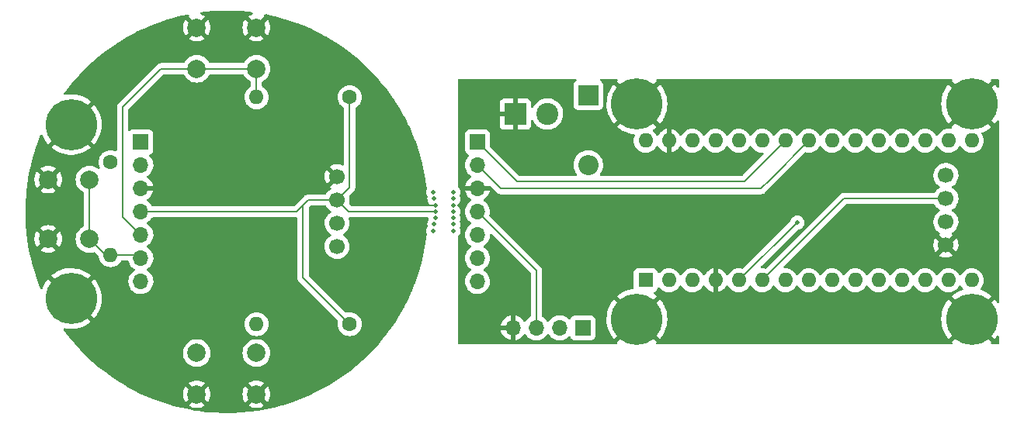
<source format=gbr>
%TF.GenerationSoftware,KiCad,Pcbnew,(6.0.9-0)*%
%TF.CreationDate,2023-03-25T23:39:45+01:00*%
%TF.ProjectId,FilamentSpoolScale,46696c61-6d65-46e7-9453-706f6f6c5363,rev?*%
%TF.SameCoordinates,Original*%
%TF.FileFunction,Copper,L2,Bot*%
%TF.FilePolarity,Positive*%
%FSLAX46Y46*%
G04 Gerber Fmt 4.6, Leading zero omitted, Abs format (unit mm)*
G04 Created by KiCad (PCBNEW (6.0.9-0)) date 2023-03-25 23:39:45*
%MOMM*%
%LPD*%
G01*
G04 APERTURE LIST*
%TA.AperFunction,ComponentPad*%
%ADD10C,3.600000*%
%TD*%
%TA.AperFunction,ConnectorPad*%
%ADD11C,5.600000*%
%TD*%
%TA.AperFunction,ComponentPad*%
%ADD12R,1.700000X1.700000*%
%TD*%
%TA.AperFunction,ComponentPad*%
%ADD13O,1.700000X1.700000*%
%TD*%
%TA.AperFunction,ComponentPad*%
%ADD14R,1.600000X1.600000*%
%TD*%
%TA.AperFunction,ComponentPad*%
%ADD15O,1.600000X1.600000*%
%TD*%
%TA.AperFunction,ComponentPad*%
%ADD16C,2.000000*%
%TD*%
%TA.AperFunction,ComponentPad*%
%ADD17R,2.200000X2.200000*%
%TD*%
%TA.AperFunction,ComponentPad*%
%ADD18O,2.200000X2.200000*%
%TD*%
%TA.AperFunction,ComponentPad*%
%ADD19C,1.700000*%
%TD*%
%TA.AperFunction,ComponentPad*%
%ADD20R,2.400000X2.400000*%
%TD*%
%TA.AperFunction,ComponentPad*%
%ADD21C,2.400000*%
%TD*%
%TA.AperFunction,ComponentPad*%
%ADD22C,1.600000*%
%TD*%
%TA.AperFunction,ViaPad*%
%ADD23C,0.508000*%
%TD*%
%TA.AperFunction,Conductor*%
%ADD24C,0.200000*%
%TD*%
G04 APERTURE END LIST*
D10*
%TO.P,H5,1,1*%
%TO.N,GND*%
X29800000Y-38000000D03*
D11*
X29800000Y-38000000D03*
%TD*%
%TO.P,H2,1,1*%
%TO.N,GND*%
X128000000Y-35750000D03*
D10*
X128000000Y-35750000D03*
%TD*%
D12*
%TO.P,J5,1,Pin_1*%
%TO.N,/SCL*%
X74100000Y-39900000D03*
D13*
%TO.P,J5,2,Pin_2*%
%TO.N,/SDA*%
X74100000Y-42440000D03*
%TO.P,J5,3,Pin_3*%
%TO.N,GND*%
X74100000Y-44980000D03*
%TO.P,J5,4,Pin_4*%
%TO.N,+5V*%
X74100000Y-47520000D03*
%TO.P,J5,5,Pin_5*%
%TO.N,/BT3*%
X74100000Y-50060000D03*
%TO.P,J5,6,Pin_6*%
%TO.N,/BT2*%
X74100000Y-52600000D03*
%TO.P,J5,7,Pin_7*%
%TO.N,/BT1*%
X74100000Y-55140000D03*
%TD*%
D14*
%TO.P,A1,1,TX1*%
%TO.N,/TX*%
X92450000Y-55000000D03*
D15*
%TO.P,A1,2,RX1*%
%TO.N,/RX*%
X94990000Y-55000000D03*
%TO.P,A1,3,~{RESET}*%
%TO.N,unconnected-(A1-Pad3)*%
X97530000Y-55000000D03*
%TO.P,A1,4,GND*%
%TO.N,GND*%
X100070000Y-55000000D03*
%TO.P,A1,5,D2*%
%TO.N,/DT*%
X102610000Y-55000000D03*
%TO.P,A1,6,D3*%
%TO.N,/SCK*%
X105150000Y-55000000D03*
%TO.P,A1,7,D4*%
%TO.N,unconnected-(A1-Pad7)*%
X107690000Y-55000000D03*
%TO.P,A1,8,D5*%
%TO.N,/BT1*%
X110230000Y-55000000D03*
%TO.P,A1,9,D6*%
%TO.N,/BT2*%
X112770000Y-55000000D03*
%TO.P,A1,10,D7*%
%TO.N,/BT3*%
X115310000Y-55000000D03*
%TO.P,A1,11,D8*%
%TO.N,unconnected-(A1-Pad11)*%
X117850000Y-55000000D03*
%TO.P,A1,12,D9*%
%TO.N,unconnected-(A1-Pad12)*%
X120390000Y-55000000D03*
%TO.P,A1,13,D10*%
%TO.N,unconnected-(A1-Pad13)*%
X122930000Y-55000000D03*
%TO.P,A1,14,MOSI*%
%TO.N,unconnected-(A1-Pad14)*%
X125470000Y-55000000D03*
%TO.P,A1,15,MISO*%
%TO.N,unconnected-(A1-Pad15)*%
X128010000Y-55000000D03*
%TO.P,A1,16,SCK*%
%TO.N,unconnected-(A1-Pad16)*%
X128010000Y-39760000D03*
%TO.P,A1,17,3V3*%
%TO.N,unconnected-(A1-Pad17)*%
X125470000Y-39760000D03*
%TO.P,A1,18,AREF*%
%TO.N,unconnected-(A1-Pad18)*%
X122930000Y-39760000D03*
%TO.P,A1,19,A0*%
%TO.N,unconnected-(A1-Pad19)*%
X120390000Y-39760000D03*
%TO.P,A1,20,A1*%
%TO.N,unconnected-(A1-Pad20)*%
X117850000Y-39760000D03*
%TO.P,A1,21,A2*%
%TO.N,unconnected-(A1-Pad21)*%
X115310000Y-39760000D03*
%TO.P,A1,22,A3*%
%TO.N,unconnected-(A1-Pad22)*%
X112770000Y-39760000D03*
%TO.P,A1,23,SDA/A4*%
%TO.N,/SDA*%
X110230000Y-39760000D03*
%TO.P,A1,24,SCL/A5*%
%TO.N,/SCL*%
X107690000Y-39760000D03*
%TO.P,A1,25,A6*%
%TO.N,unconnected-(A1-Pad25)*%
X105150000Y-39760000D03*
%TO.P,A1,26,A7*%
%TO.N,unconnected-(A1-Pad26)*%
X102610000Y-39760000D03*
%TO.P,A1,27,+5V*%
%TO.N,+5V*%
X100070000Y-39760000D03*
%TO.P,A1,28,~{RESET}*%
%TO.N,unconnected-(A1-Pad28)*%
X97530000Y-39760000D03*
%TO.P,A1,29,GND*%
%TO.N,GND*%
X94990000Y-39760000D03*
%TO.P,A1,30,VIN*%
%TO.N,BATT*%
X92450000Y-39760000D03*
%TD*%
D16*
%TO.P,SW3,1,1*%
%TO.N,/BT3*%
X43500000Y-31900000D03*
X50000000Y-31900000D03*
%TO.P,SW3,2,2*%
%TO.N,GND*%
X50000000Y-27400000D03*
X43500000Y-27400000D03*
%TD*%
D10*
%TO.P,H4,1,1*%
%TO.N,GND*%
X91500000Y-59250000D03*
D11*
X91500000Y-59250000D03*
%TD*%
%TO.P,H6,1,1*%
%TO.N,GND*%
X29800000Y-57000000D03*
D10*
X29800000Y-57000000D03*
%TD*%
D12*
%TO.P,J6,1,Pin_1*%
%TO.N,/SCL*%
X37400000Y-39900000D03*
D13*
%TO.P,J6,2,Pin_2*%
%TO.N,/SDA*%
X37400000Y-42440000D03*
%TO.P,J6,3,Pin_3*%
%TO.N,GND*%
X37400000Y-44980000D03*
%TO.P,J6,4,Pin_4*%
%TO.N,+5V*%
X37400000Y-47520000D03*
%TO.P,J6,5,Pin_5*%
%TO.N,/BT3*%
X37400000Y-50060000D03*
%TO.P,J6,6,Pin_6*%
%TO.N,/BT2*%
X37400000Y-52600000D03*
%TO.P,J6,7,Pin_7*%
%TO.N,/BT1*%
X37400000Y-55140000D03*
%TD*%
D11*
%TO.P,H1,1,1*%
%TO.N,GND*%
X91500000Y-35750000D03*
D10*
X91500000Y-35750000D03*
%TD*%
D17*
%TO.P,D1,1,A*%
%TO.N,Net-(D1-Pad1)*%
X86200000Y-34790000D03*
D18*
%TO.P,D1,2,K*%
%TO.N,BATT*%
X86200000Y-42410000D03*
%TD*%
D16*
%TO.P,SW1,1,1*%
%TO.N,/BT1*%
X43500000Y-62950000D03*
X50000000Y-62950000D03*
%TO.P,SW1,2,2*%
%TO.N,GND*%
X43500000Y-67450000D03*
X50000000Y-67450000D03*
%TD*%
D19*
%TO.P,J1,1,Pin_1*%
%TO.N,/SDA*%
X58800000Y-51310000D03*
%TO.P,J1,2,Pin_2*%
%TO.N,/SCL*%
X58800000Y-48770000D03*
%TO.P,J1,3,Pin_3*%
%TO.N,+5V*%
X58800000Y-46230000D03*
%TO.P,J1,4,Pin_4*%
%TO.N,GND*%
X58800000Y-43690000D03*
%TD*%
D12*
%TO.P,J4,1,Pin_1*%
%TO.N,/RX*%
X85600000Y-60200000D03*
D13*
%TO.P,J4,2,Pin_2*%
%TO.N,/TX*%
X83060000Y-60200000D03*
%TO.P,J4,3,Pin_3*%
%TO.N,+5V*%
X80520000Y-60200000D03*
%TO.P,J4,4,Pin_4*%
%TO.N,GND*%
X77980000Y-60200000D03*
%TD*%
D10*
%TO.P,H3,1,1*%
%TO.N,GND*%
X128000000Y-59250000D03*
D11*
X128000000Y-59250000D03*
%TD*%
D16*
%TO.P,SW2,1,1*%
%TO.N,/BT2*%
X31800000Y-44000000D03*
X31800000Y-50500000D03*
%TO.P,SW2,2,2*%
%TO.N,GND*%
X27300000Y-44000000D03*
X27300000Y-50500000D03*
%TD*%
D20*
%TO.P,J3,1,Pin_1*%
%TO.N,GND*%
X78250000Y-36850000D03*
D21*
%TO.P,J3,2,Pin_2*%
%TO.N,Net-(D1-Pad1)*%
X81750000Y-36850000D03*
%TD*%
D19*
%TO.P,J2,1,Pin_1*%
%TO.N,+5V*%
X125200000Y-43550000D03*
%TO.P,J2,2,Pin_2*%
%TO.N,/SCK*%
X125200000Y-46090000D03*
%TO.P,J2,3,Pin_3*%
%TO.N,/DT*%
X125200000Y-48630000D03*
%TO.P,J2,4,Pin_4*%
%TO.N,GND*%
X125200000Y-51170000D03*
%TD*%
D22*
%TO.P,R1,1*%
%TO.N,+5V*%
X60180000Y-59800000D03*
D15*
%TO.P,R1,2*%
%TO.N,/BT1*%
X50020000Y-59800000D03*
%TD*%
D22*
%TO.P,R3,1*%
%TO.N,+5V*%
X60180000Y-35000000D03*
D15*
%TO.P,R3,2*%
%TO.N,/BT3*%
X50020000Y-35000000D03*
%TD*%
D22*
%TO.P,R2,1*%
%TO.N,+5V*%
X34100000Y-42100000D03*
D15*
%TO.P,R2,2*%
%TO.N,/BT2*%
X34100000Y-52260000D03*
%TD*%
D23*
%TO.N,GND*%
X71500000Y-46800000D03*
X69500000Y-46800000D03*
X104500000Y-48800000D03*
%TO.N,/BT1*%
X71500000Y-49600000D03*
X69300000Y-49600000D03*
%TO.N,/DT*%
X109000000Y-48700000D03*
%TO.N,/BT3*%
X69500000Y-48200000D03*
X71500000Y-48200000D03*
%TO.N,/SDA*%
X69400000Y-46100000D03*
X71500000Y-46100000D03*
%TO.N,/SCL*%
X71500000Y-45400000D03*
X69300000Y-45400000D03*
%TO.N,+5V*%
X71500000Y-47500000D03*
X69500000Y-47500000D03*
%TO.N,/BT2*%
X69400000Y-48900000D03*
X71500000Y-48900000D03*
%TD*%
D24*
%TO.N,GND*%
X69500000Y-46800000D02*
X68300000Y-46800000D01*
%TO.N,/DT*%
X102610000Y-55000000D02*
X109000000Y-48700000D01*
%TO.N,/SCK*%
X105150000Y-55000000D02*
X114060000Y-46090000D01*
X114060000Y-46090000D02*
X125200000Y-46090000D01*
%TO.N,/BT3*%
X50000000Y-34980000D02*
X50020000Y-35000000D01*
X43500000Y-31900000D02*
X50000000Y-31900000D01*
X35400000Y-36100000D02*
X39600000Y-31900000D01*
X37400000Y-50060000D02*
X35400000Y-48060000D01*
X50000000Y-31900000D02*
X50000000Y-34980000D01*
X35400000Y-48060000D02*
X35400000Y-36100000D01*
X39600000Y-31900000D02*
X43500000Y-31900000D01*
%TO.N,/SDA*%
X105990000Y-44010000D02*
X105000000Y-45000000D01*
X110230000Y-39760000D02*
X105990000Y-44000000D01*
X105000000Y-45000000D02*
X76660000Y-45000000D01*
X105990000Y-44000000D02*
X105990000Y-44010000D01*
X76660000Y-45000000D02*
X74100000Y-42440000D01*
%TO.N,/SCL*%
X78400000Y-44200000D02*
X74100000Y-39900000D01*
X107690000Y-39760000D02*
X103250000Y-44200000D01*
X103250000Y-44200000D02*
X78400000Y-44200000D01*
%TO.N,+5V*%
X60070000Y-47500000D02*
X58800000Y-46230000D01*
X55670000Y-46230000D02*
X58800000Y-46230000D01*
X60180000Y-44850000D02*
X58800000Y-46230000D01*
X60180000Y-35000000D02*
X60180000Y-44850000D01*
X80520000Y-53940000D02*
X74100000Y-47520000D01*
X55100000Y-54720000D02*
X55100000Y-46800000D01*
X37400000Y-47520000D02*
X54380000Y-47520000D01*
X69500000Y-47500000D02*
X60070000Y-47500000D01*
X55250000Y-46650000D02*
X55670000Y-46230000D01*
X60180000Y-59800000D02*
X55100000Y-54720000D01*
X80520000Y-60200000D02*
X80520000Y-53940000D01*
X54380000Y-47520000D02*
X55250000Y-46650000D01*
X55100000Y-46800000D02*
X55250000Y-46650000D01*
%TO.N,/BT2*%
X31800000Y-50500000D02*
X33560000Y-52260000D01*
X33560000Y-52260000D02*
X34100000Y-52260000D01*
X31800000Y-44000000D02*
X31800000Y-50500000D01*
X34100000Y-52260000D02*
X37060000Y-52260000D01*
X37060000Y-52260000D02*
X37400000Y-52600000D01*
%TD*%
%TA.AperFunction,Conductor*%
%TO.N,GND*%
G36*
X46890694Y-25552069D02*
G01*
X47331830Y-25554105D01*
X47337122Y-25554241D01*
X47980716Y-25584270D01*
X48253875Y-25597015D01*
X48259149Y-25597373D01*
X49173289Y-25678611D01*
X49178539Y-25679188D01*
X49285059Y-25693185D01*
X49498028Y-25721168D01*
X49562962Y-25749874D01*
X49602069Y-25809129D01*
X49602932Y-25880121D01*
X49565276Y-25940309D01*
X49529831Y-25962503D01*
X49317837Y-26050313D01*
X49309042Y-26054795D01*
X49141555Y-26157432D01*
X49132093Y-26167890D01*
X49135876Y-26176666D01*
X49987188Y-27027978D01*
X50001132Y-27035592D01*
X50002965Y-27035461D01*
X50009580Y-27031210D01*
X50861080Y-26179710D01*
X50867840Y-26167330D01*
X50857701Y-26153786D01*
X50832890Y-26087266D01*
X50847981Y-26017892D01*
X50898183Y-25967690D01*
X50967558Y-25952598D01*
X50980216Y-25954150D01*
X50985848Y-25955133D01*
X50997826Y-25957222D01*
X51003015Y-25958240D01*
X51581814Y-26084434D01*
X51899699Y-26153742D01*
X51904830Y-26154974D01*
X52121701Y-26211896D01*
X52792521Y-26387966D01*
X52797611Y-26389417D01*
X53137379Y-26494032D01*
X53674737Y-26659485D01*
X53679708Y-26661130D01*
X54404598Y-26918123D01*
X54544747Y-26967809D01*
X54549697Y-26969682D01*
X54713424Y-27035592D01*
X55401071Y-27312412D01*
X55405911Y-27314480D01*
X56128887Y-27641446D01*
X56242134Y-27692662D01*
X56246902Y-27694941D01*
X56399883Y-27772022D01*
X57066478Y-28107895D01*
X57071154Y-28110375D01*
X57341374Y-28261080D01*
X57742214Y-28484633D01*
X57872686Y-28557399D01*
X57877249Y-28560071D01*
X58659309Y-29040371D01*
X58663727Y-29043214D01*
X59186385Y-29395260D01*
X59424913Y-29555926D01*
X59429240Y-29558974D01*
X60168230Y-30103209D01*
X60172425Y-30106437D01*
X60887882Y-30681209D01*
X60891938Y-30684610D01*
X61582636Y-31288934D01*
X61586545Y-31292502D01*
X61702910Y-31403281D01*
X62224676Y-31900000D01*
X62251245Y-31925294D01*
X62255001Y-31929023D01*
X62892549Y-32589184D01*
X62896145Y-32593068D01*
X63364747Y-33120965D01*
X63505389Y-33279404D01*
X63508818Y-33283433D01*
X63552658Y-33337211D01*
X64088709Y-33994765D01*
X64091967Y-33998937D01*
X64641495Y-34734024D01*
X64644546Y-34738291D01*
X65048454Y-35328769D01*
X65162704Y-35495793D01*
X65165600Y-35500224D01*
X65651476Y-36278802D01*
X65654183Y-36283350D01*
X66106929Y-37081644D01*
X66109443Y-37086302D01*
X66286473Y-37431470D01*
X66521048Y-37888836D01*
X66528266Y-37902910D01*
X66530575Y-37907655D01*
X66712771Y-38302953D01*
X66914742Y-38741157D01*
X66916843Y-38745978D01*
X67265661Y-39594869D01*
X67267569Y-39599805D01*
X67325658Y-39760000D01*
X67556987Y-40397951D01*
X67580428Y-40462596D01*
X67582127Y-40467609D01*
X67858463Y-41342750D01*
X67859951Y-41347830D01*
X67941784Y-41650757D01*
X68087713Y-42190948D01*
X68099302Y-42233849D01*
X68100570Y-42238971D01*
X68201937Y-42688401D01*
X68302489Y-43134222D01*
X68303545Y-43139408D01*
X68467690Y-44042369D01*
X68468527Y-44047596D01*
X68562164Y-44722750D01*
X68584163Y-44881364D01*
X68588646Y-44913691D01*
X68589752Y-44935743D01*
X68589078Y-44953632D01*
X68591074Y-44961553D01*
X68591024Y-44969721D01*
X68593491Y-44978352D01*
X68603588Y-45013681D01*
X68600840Y-45091400D01*
X68556600Y-45212947D01*
X68556599Y-45212952D01*
X68554190Y-45219570D01*
X68532750Y-45389286D01*
X68549443Y-45559536D01*
X68603440Y-45721856D01*
X68648686Y-45796567D01*
X68648815Y-45796780D01*
X68666993Y-45865409D01*
X68659441Y-45905140D01*
X68656599Y-45912949D01*
X68656597Y-45912956D01*
X68654190Y-45919570D01*
X68653307Y-45926556D01*
X68653307Y-45926558D01*
X68652872Y-45930000D01*
X68632750Y-46089286D01*
X68649443Y-46259536D01*
X68703440Y-46421856D01*
X68707087Y-46427878D01*
X68707088Y-46427880D01*
X68788406Y-46562154D01*
X68788409Y-46562157D01*
X68792056Y-46568180D01*
X68890347Y-46669962D01*
X68898083Y-46677973D01*
X68931016Y-46740869D01*
X68924716Y-46811586D01*
X68881185Y-46867670D01*
X68807447Y-46891500D01*
X60374239Y-46891500D01*
X60306118Y-46871498D01*
X60285144Y-46854595D01*
X60142979Y-46712430D01*
X60108953Y-46650118D01*
X60111516Y-46586706D01*
X60130865Y-46523022D01*
X60132370Y-46518069D01*
X60161529Y-46296590D01*
X60161840Y-46283854D01*
X60163074Y-46233365D01*
X60163074Y-46233361D01*
X60163156Y-46230000D01*
X60144852Y-46007361D01*
X60109723Y-45867508D01*
X60112527Y-45796567D01*
X60142832Y-45747717D01*
X60576234Y-45314315D01*
X60588625Y-45303448D01*
X60607437Y-45289013D01*
X60613987Y-45283987D01*
X60638474Y-45252075D01*
X60638478Y-45252071D01*
X60711524Y-45156876D01*
X60772838Y-45008851D01*
X60779981Y-44954598D01*
X60791096Y-44870165D01*
X60793751Y-44850000D01*
X60789578Y-44818301D01*
X60788500Y-44801856D01*
X60788500Y-36236899D01*
X60808502Y-36168778D01*
X60842229Y-36133686D01*
X61019789Y-36009357D01*
X61019792Y-36009355D01*
X61024300Y-36006198D01*
X61186198Y-35844300D01*
X61216690Y-35800754D01*
X61288694Y-35697921D01*
X61317523Y-35656749D01*
X61319846Y-35651767D01*
X61319849Y-35651762D01*
X61411961Y-35454225D01*
X61411961Y-35454224D01*
X61414284Y-35449243D01*
X61428457Y-35396351D01*
X61472119Y-35233402D01*
X61472119Y-35233400D01*
X61473543Y-35228087D01*
X61493498Y-35000000D01*
X61473543Y-34771913D01*
X61472119Y-34766598D01*
X61415707Y-34556067D01*
X61415706Y-34556065D01*
X61414284Y-34550757D01*
X61322110Y-34353087D01*
X61319849Y-34348238D01*
X61319846Y-34348233D01*
X61317523Y-34343251D01*
X61186198Y-34155700D01*
X61024300Y-33993802D01*
X61019792Y-33990645D01*
X61019789Y-33990643D01*
X60926429Y-33925272D01*
X60836749Y-33862477D01*
X60831767Y-33860154D01*
X60831762Y-33860151D01*
X60634225Y-33768039D01*
X60634224Y-33768039D01*
X60629243Y-33765716D01*
X60623935Y-33764294D01*
X60623933Y-33764293D01*
X60413402Y-33707881D01*
X60413400Y-33707881D01*
X60408087Y-33706457D01*
X60180000Y-33686502D01*
X59951913Y-33706457D01*
X59946600Y-33707881D01*
X59946598Y-33707881D01*
X59736067Y-33764293D01*
X59736065Y-33764294D01*
X59730757Y-33765716D01*
X59725776Y-33768039D01*
X59725775Y-33768039D01*
X59528238Y-33860151D01*
X59528233Y-33860154D01*
X59523251Y-33862477D01*
X59433571Y-33925272D01*
X59340211Y-33990643D01*
X59340208Y-33990645D01*
X59335700Y-33993802D01*
X59173802Y-34155700D01*
X59042477Y-34343251D01*
X59040154Y-34348233D01*
X59040151Y-34348238D01*
X59037890Y-34353087D01*
X58945716Y-34550757D01*
X58944294Y-34556065D01*
X58944293Y-34556067D01*
X58887881Y-34766598D01*
X58886457Y-34771913D01*
X58866502Y-35000000D01*
X58886457Y-35228087D01*
X58887881Y-35233400D01*
X58887881Y-35233402D01*
X58931544Y-35396351D01*
X58945716Y-35449243D01*
X58948039Y-35454224D01*
X58948039Y-35454225D01*
X59040151Y-35651762D01*
X59040154Y-35651767D01*
X59042477Y-35656749D01*
X59071306Y-35697921D01*
X59143311Y-35800754D01*
X59173802Y-35844300D01*
X59335700Y-36006198D01*
X59340208Y-36009355D01*
X59340211Y-36009357D01*
X59517771Y-36133686D01*
X59562099Y-36189143D01*
X59571500Y-36236899D01*
X59571500Y-42351154D01*
X59551498Y-42419275D01*
X59497842Y-42465768D01*
X59427568Y-42475872D01*
X59384605Y-42461462D01*
X59363110Y-42449596D01*
X59353705Y-42445369D01*
X59152959Y-42374280D01*
X59142989Y-42371646D01*
X58933327Y-42334301D01*
X58923073Y-42333331D01*
X58710116Y-42330728D01*
X58699832Y-42331448D01*
X58489321Y-42363661D01*
X58479293Y-42366050D01*
X58276868Y-42432212D01*
X58267359Y-42436209D01*
X58078466Y-42534540D01*
X58069734Y-42540039D01*
X58049677Y-42555099D01*
X58041223Y-42566427D01*
X58047968Y-42578758D01*
X59070115Y-43600905D01*
X59104141Y-43663217D01*
X59099076Y-43734032D01*
X59070115Y-43779095D01*
X58046737Y-44802473D01*
X58039977Y-44814853D01*
X58045258Y-44821907D01*
X58091969Y-44849203D01*
X58140693Y-44900841D01*
X58153764Y-44970624D01*
X58127033Y-45036396D01*
X58086584Y-45069752D01*
X58073607Y-45076507D01*
X58069474Y-45079610D01*
X58069471Y-45079612D01*
X57899100Y-45207530D01*
X57894965Y-45210635D01*
X57740629Y-45372138D01*
X57737715Y-45376410D01*
X57737714Y-45376411D01*
X57709710Y-45417464D01*
X57614743Y-45556680D01*
X57613945Y-45558400D01*
X57563589Y-45607088D01*
X57505074Y-45621500D01*
X55718144Y-45621500D01*
X55701698Y-45620422D01*
X55678188Y-45617327D01*
X55670000Y-45616249D01*
X55511149Y-45637162D01*
X55363124Y-45698476D01*
X55336996Y-45718525D01*
X55267937Y-45771515D01*
X55267921Y-45771529D01*
X55242566Y-45790984D01*
X55242563Y-45790987D01*
X55236013Y-45796013D01*
X55230983Y-45802568D01*
X55216548Y-45821379D01*
X55205681Y-45833770D01*
X54703766Y-46335685D01*
X54691375Y-46346552D01*
X54666013Y-46366013D01*
X54660987Y-46372563D01*
X54646552Y-46391375D01*
X54635685Y-46403766D01*
X54164856Y-46874595D01*
X54102544Y-46908621D01*
X54075761Y-46911500D01*
X38692978Y-46911500D01*
X38624857Y-46891498D01*
X38587186Y-46853940D01*
X38582490Y-46846680D01*
X38513942Y-46740721D01*
X38482822Y-46692617D01*
X38482820Y-46692614D01*
X38480014Y-46688277D01*
X38329670Y-46523051D01*
X38325619Y-46519852D01*
X38325615Y-46519848D01*
X38158414Y-46387800D01*
X38158410Y-46387798D01*
X38154359Y-46384598D01*
X38112569Y-46361529D01*
X38062598Y-46311097D01*
X38047826Y-46241654D01*
X38072942Y-46175248D01*
X38100294Y-46148641D01*
X38275328Y-46023792D01*
X38283200Y-46017139D01*
X38434052Y-45866812D01*
X38440730Y-45858965D01*
X38565003Y-45686020D01*
X38570313Y-45677183D01*
X38664670Y-45486267D01*
X38668469Y-45476672D01*
X38730377Y-45272910D01*
X38732555Y-45262837D01*
X38733986Y-45251962D01*
X38731775Y-45237778D01*
X38718617Y-45234000D01*
X37272000Y-45234000D01*
X37203879Y-45213998D01*
X37157386Y-45160342D01*
X37146000Y-45108000D01*
X37146000Y-44852000D01*
X37166002Y-44783879D01*
X37219658Y-44737386D01*
X37272000Y-44726000D01*
X38718344Y-44726000D01*
X38731875Y-44722027D01*
X38733180Y-44712947D01*
X38691214Y-44545875D01*
X38687894Y-44536124D01*
X38602972Y-44340814D01*
X38598105Y-44331739D01*
X38482426Y-44152926D01*
X38476136Y-44144757D01*
X38332806Y-43987240D01*
X38325273Y-43980215D01*
X38158139Y-43848222D01*
X38149556Y-43842520D01*
X38112602Y-43822120D01*
X38062631Y-43771687D01*
X38047859Y-43702245D01*
X38063132Y-43661863D01*
X57438050Y-43661863D01*
X57450309Y-43874477D01*
X57451745Y-43884697D01*
X57498565Y-44092446D01*
X57501645Y-44102275D01*
X57581770Y-44299603D01*
X57586413Y-44308794D01*
X57666460Y-44439420D01*
X57676916Y-44448880D01*
X57685694Y-44445096D01*
X58427978Y-43702812D01*
X58435592Y-43688868D01*
X58435461Y-43687035D01*
X58431210Y-43680420D01*
X57689849Y-42939059D01*
X57678313Y-42932759D01*
X57666031Y-42942382D01*
X57618089Y-43012662D01*
X57613004Y-43021613D01*
X57523338Y-43214783D01*
X57519775Y-43224470D01*
X57462864Y-43429681D01*
X57460933Y-43439800D01*
X57438302Y-43651574D01*
X57438050Y-43661863D01*
X38063132Y-43661863D01*
X38072975Y-43635839D01*
X38100327Y-43609232D01*
X38167964Y-43560987D01*
X38279860Y-43481173D01*
X38438096Y-43323489D01*
X38442158Y-43317837D01*
X38565435Y-43146277D01*
X38568453Y-43142077D01*
X38573355Y-43132160D01*
X38665136Y-42946453D01*
X38665137Y-42946451D01*
X38667430Y-42941811D01*
X38718646Y-42773241D01*
X38730865Y-42733023D01*
X38730865Y-42733021D01*
X38732370Y-42728069D01*
X38761529Y-42506590D01*
X38762280Y-42475872D01*
X38763074Y-42443365D01*
X38763074Y-42443361D01*
X38763156Y-42440000D01*
X38744852Y-42217361D01*
X38690431Y-42000702D01*
X38601354Y-41795840D01*
X38480014Y-41608277D01*
X38476532Y-41604450D01*
X38332798Y-41446488D01*
X38301746Y-41382642D01*
X38310141Y-41312143D01*
X38355317Y-41257375D01*
X38381761Y-41243706D01*
X38488297Y-41203767D01*
X38496705Y-41200615D01*
X38613261Y-41113261D01*
X38700615Y-40996705D01*
X38751745Y-40860316D01*
X38758500Y-40798134D01*
X38758500Y-39001866D01*
X38751745Y-38939684D01*
X38700615Y-38803295D01*
X38613261Y-38686739D01*
X38496705Y-38599385D01*
X38360316Y-38548255D01*
X38298134Y-38541500D01*
X36501866Y-38541500D01*
X36439684Y-38548255D01*
X36303295Y-38599385D01*
X36268271Y-38625634D01*
X36210065Y-38669257D01*
X36143559Y-38694105D01*
X36074176Y-38679052D01*
X36023946Y-38628878D01*
X36008500Y-38568431D01*
X36008500Y-36404239D01*
X36028502Y-36336118D01*
X36045405Y-36315144D01*
X39815143Y-32545405D01*
X39877455Y-32511379D01*
X39904238Y-32508500D01*
X42035069Y-32508500D01*
X42103190Y-32528502D01*
X42145457Y-32579082D01*
X42147619Y-32577980D01*
X42149865Y-32582389D01*
X42151760Y-32586963D01*
X42154346Y-32591183D01*
X42273241Y-32785202D01*
X42273245Y-32785208D01*
X42275824Y-32789416D01*
X42430031Y-32969969D01*
X42610584Y-33124176D01*
X42614792Y-33126755D01*
X42614798Y-33126759D01*
X42789876Y-33234047D01*
X42813037Y-33248240D01*
X42817607Y-33250133D01*
X42817611Y-33250135D01*
X43027833Y-33337211D01*
X43032406Y-33339105D01*
X43112609Y-33358360D01*
X43258476Y-33393380D01*
X43258482Y-33393381D01*
X43263289Y-33394535D01*
X43500000Y-33413165D01*
X43736711Y-33394535D01*
X43741518Y-33393381D01*
X43741524Y-33393380D01*
X43887391Y-33358360D01*
X43967594Y-33339105D01*
X43972167Y-33337211D01*
X44182389Y-33250135D01*
X44182393Y-33250133D01*
X44186963Y-33248240D01*
X44210124Y-33234047D01*
X44385202Y-33126759D01*
X44385208Y-33126755D01*
X44389416Y-33124176D01*
X44569969Y-32969969D01*
X44724176Y-32789416D01*
X44726755Y-32785208D01*
X44726759Y-32785202D01*
X44845654Y-32591183D01*
X44848240Y-32586963D01*
X44850135Y-32582389D01*
X44852381Y-32577980D01*
X44854390Y-32579004D01*
X44893060Y-32531008D01*
X44964931Y-32508500D01*
X48535069Y-32508500D01*
X48603190Y-32528502D01*
X48645457Y-32579082D01*
X48647619Y-32577980D01*
X48649865Y-32582389D01*
X48651760Y-32586963D01*
X48654346Y-32591183D01*
X48773241Y-32785202D01*
X48773245Y-32785208D01*
X48775824Y-32789416D01*
X48930031Y-32969969D01*
X49110584Y-33124176D01*
X49114792Y-33126755D01*
X49114798Y-33126759D01*
X49289876Y-33234047D01*
X49313037Y-33248240D01*
X49317611Y-33250135D01*
X49322020Y-33252381D01*
X49320996Y-33254390D01*
X49368992Y-33293060D01*
X49391500Y-33364931D01*
X49391500Y-33777105D01*
X49371498Y-33845226D01*
X49337771Y-33880318D01*
X49180211Y-33990643D01*
X49180208Y-33990645D01*
X49175700Y-33993802D01*
X49013802Y-34155700D01*
X48882477Y-34343251D01*
X48880154Y-34348233D01*
X48880151Y-34348238D01*
X48877890Y-34353087D01*
X48785716Y-34550757D01*
X48784294Y-34556065D01*
X48784293Y-34556067D01*
X48727881Y-34766598D01*
X48726457Y-34771913D01*
X48706502Y-35000000D01*
X48726457Y-35228087D01*
X48727881Y-35233400D01*
X48727881Y-35233402D01*
X48771544Y-35396351D01*
X48785716Y-35449243D01*
X48788039Y-35454224D01*
X48788039Y-35454225D01*
X48880151Y-35651762D01*
X48880154Y-35651767D01*
X48882477Y-35656749D01*
X48911306Y-35697921D01*
X48983311Y-35800754D01*
X49013802Y-35844300D01*
X49175700Y-36006198D01*
X49180208Y-36009355D01*
X49180211Y-36009357D01*
X49252701Y-36060115D01*
X49363251Y-36137523D01*
X49368233Y-36139846D01*
X49368238Y-36139849D01*
X49565775Y-36231961D01*
X49570757Y-36234284D01*
X49576065Y-36235706D01*
X49576067Y-36235707D01*
X49786598Y-36292119D01*
X49786600Y-36292119D01*
X49791913Y-36293543D01*
X50020000Y-36313498D01*
X50248087Y-36293543D01*
X50253400Y-36292119D01*
X50253402Y-36292119D01*
X50463933Y-36235707D01*
X50463935Y-36235706D01*
X50469243Y-36234284D01*
X50474225Y-36231961D01*
X50671762Y-36139849D01*
X50671767Y-36139846D01*
X50676749Y-36137523D01*
X50787299Y-36060115D01*
X50859789Y-36009357D01*
X50859792Y-36009355D01*
X50864300Y-36006198D01*
X51026198Y-35844300D01*
X51056690Y-35800754D01*
X51128694Y-35697921D01*
X51157523Y-35656749D01*
X51159846Y-35651767D01*
X51159849Y-35651762D01*
X51251961Y-35454225D01*
X51251961Y-35454224D01*
X51254284Y-35449243D01*
X51268457Y-35396351D01*
X51312119Y-35233402D01*
X51312119Y-35233400D01*
X51313543Y-35228087D01*
X51333498Y-35000000D01*
X51313543Y-34771913D01*
X51312119Y-34766598D01*
X51255707Y-34556067D01*
X51255706Y-34556065D01*
X51254284Y-34550757D01*
X51162110Y-34353087D01*
X51159849Y-34348238D01*
X51159846Y-34348233D01*
X51157523Y-34343251D01*
X51026198Y-34155700D01*
X50864300Y-33993802D01*
X50859792Y-33990645D01*
X50859789Y-33990643D01*
X50766429Y-33925272D01*
X50676749Y-33862477D01*
X50671760Y-33860151D01*
X50671501Y-33860001D01*
X50622507Y-33808618D01*
X50608500Y-33750881D01*
X50608500Y-33364931D01*
X50628502Y-33296810D01*
X50679082Y-33254543D01*
X50677980Y-33252381D01*
X50682389Y-33250135D01*
X50686963Y-33248240D01*
X50710124Y-33234047D01*
X50885202Y-33126759D01*
X50885208Y-33126755D01*
X50889416Y-33124176D01*
X51069969Y-32969969D01*
X51224176Y-32789416D01*
X51226755Y-32785208D01*
X51226759Y-32785202D01*
X51345654Y-32591183D01*
X51348240Y-32586963D01*
X51351505Y-32579082D01*
X51437211Y-32372167D01*
X51437212Y-32372165D01*
X51439105Y-32367594D01*
X51480139Y-32196674D01*
X51493380Y-32141524D01*
X51493381Y-32141518D01*
X51494535Y-32136711D01*
X51513165Y-31900000D01*
X51494535Y-31663289D01*
X51439105Y-31432406D01*
X51411316Y-31365316D01*
X51350135Y-31217611D01*
X51350133Y-31217607D01*
X51348240Y-31213037D01*
X51311422Y-31152956D01*
X51226759Y-31014798D01*
X51226755Y-31014792D01*
X51224176Y-31010584D01*
X51069969Y-30830031D01*
X50889416Y-30675824D01*
X50885208Y-30673245D01*
X50885202Y-30673241D01*
X50691183Y-30554346D01*
X50686963Y-30551760D01*
X50682393Y-30549867D01*
X50682389Y-30549865D01*
X50472167Y-30462789D01*
X50472165Y-30462788D01*
X50467594Y-30460895D01*
X50387391Y-30441640D01*
X50241524Y-30406620D01*
X50241518Y-30406619D01*
X50236711Y-30405465D01*
X50000000Y-30386835D01*
X49763289Y-30405465D01*
X49758482Y-30406619D01*
X49758476Y-30406620D01*
X49612609Y-30441640D01*
X49532406Y-30460895D01*
X49527835Y-30462788D01*
X49527833Y-30462789D01*
X49317611Y-30549865D01*
X49317607Y-30549867D01*
X49313037Y-30551760D01*
X49308817Y-30554346D01*
X49114798Y-30673241D01*
X49114792Y-30673245D01*
X49110584Y-30675824D01*
X48930031Y-30830031D01*
X48775824Y-31010584D01*
X48773245Y-31014792D01*
X48773241Y-31014798D01*
X48688578Y-31152956D01*
X48651760Y-31213037D01*
X48649865Y-31217611D01*
X48647619Y-31222020D01*
X48645610Y-31220996D01*
X48606940Y-31268992D01*
X48535069Y-31291500D01*
X44964931Y-31291500D01*
X44896810Y-31271498D01*
X44854543Y-31220918D01*
X44852381Y-31222020D01*
X44850135Y-31217611D01*
X44848240Y-31213037D01*
X44811422Y-31152956D01*
X44726759Y-31014798D01*
X44726755Y-31014792D01*
X44724176Y-31010584D01*
X44569969Y-30830031D01*
X44389416Y-30675824D01*
X44385208Y-30673245D01*
X44385202Y-30673241D01*
X44191183Y-30554346D01*
X44186963Y-30551760D01*
X44182393Y-30549867D01*
X44182389Y-30549865D01*
X43972167Y-30462789D01*
X43972165Y-30462788D01*
X43967594Y-30460895D01*
X43887391Y-30441640D01*
X43741524Y-30406620D01*
X43741518Y-30406619D01*
X43736711Y-30405465D01*
X43500000Y-30386835D01*
X43263289Y-30405465D01*
X43258482Y-30406619D01*
X43258476Y-30406620D01*
X43112609Y-30441640D01*
X43032406Y-30460895D01*
X43027835Y-30462788D01*
X43027833Y-30462789D01*
X42817611Y-30549865D01*
X42817607Y-30549867D01*
X42813037Y-30551760D01*
X42808817Y-30554346D01*
X42614798Y-30673241D01*
X42614792Y-30673245D01*
X42610584Y-30675824D01*
X42430031Y-30830031D01*
X42275824Y-31010584D01*
X42273245Y-31014792D01*
X42273241Y-31014798D01*
X42188578Y-31152956D01*
X42151760Y-31213037D01*
X42149865Y-31217611D01*
X42147619Y-31222020D01*
X42145610Y-31220996D01*
X42106940Y-31268992D01*
X42035069Y-31291500D01*
X39648136Y-31291500D01*
X39631693Y-31290422D01*
X39600000Y-31286250D01*
X39591811Y-31287328D01*
X39560126Y-31291499D01*
X39560117Y-31291500D01*
X39560115Y-31291500D01*
X39560109Y-31291501D01*
X39560107Y-31291501D01*
X39460543Y-31304609D01*
X39449336Y-31306084D01*
X39449334Y-31306085D01*
X39441149Y-31307162D01*
X39293124Y-31368476D01*
X39212768Y-31430136D01*
X39166013Y-31466013D01*
X39160987Y-31472563D01*
X39146548Y-31491380D01*
X39135681Y-31503771D01*
X35003766Y-35635685D01*
X34991375Y-35646552D01*
X34966013Y-35666013D01*
X34941526Y-35697925D01*
X34941523Y-35697928D01*
X34941517Y-35697936D01*
X34882441Y-35774925D01*
X34868476Y-35793124D01*
X34865316Y-35800754D01*
X34842810Y-35855087D01*
X34829065Y-35888272D01*
X34807162Y-35941150D01*
X34791500Y-36060115D01*
X34791500Y-36060120D01*
X34786250Y-36100000D01*
X34787328Y-36108188D01*
X34790422Y-36131690D01*
X34791500Y-36148136D01*
X34791500Y-40780901D01*
X34771498Y-40849022D01*
X34717842Y-40895515D01*
X34647568Y-40905619D01*
X34612251Y-40895096D01*
X34554230Y-40868041D01*
X34554225Y-40868039D01*
X34549243Y-40865716D01*
X34543935Y-40864294D01*
X34543933Y-40864293D01*
X34333402Y-40807881D01*
X34333400Y-40807881D01*
X34328087Y-40806457D01*
X34100000Y-40786502D01*
X33871913Y-40806457D01*
X33866600Y-40807881D01*
X33866598Y-40807881D01*
X33656067Y-40864293D01*
X33656065Y-40864294D01*
X33650757Y-40865716D01*
X33645776Y-40868039D01*
X33645775Y-40868039D01*
X33448238Y-40960151D01*
X33448233Y-40960154D01*
X33443251Y-40962477D01*
X33349722Y-41027967D01*
X33260211Y-41090643D01*
X33260208Y-41090645D01*
X33255700Y-41093802D01*
X33093802Y-41255700D01*
X33090645Y-41260208D01*
X33090643Y-41260211D01*
X33071762Y-41287176D01*
X32962477Y-41443251D01*
X32960154Y-41448233D01*
X32960151Y-41448238D01*
X32883501Y-41612617D01*
X32865716Y-41650757D01*
X32864294Y-41656065D01*
X32864293Y-41656067D01*
X32838147Y-41753645D01*
X32806457Y-41871913D01*
X32786502Y-42100000D01*
X32806457Y-42328087D01*
X32807881Y-42333400D01*
X32807881Y-42333402D01*
X32861732Y-42534373D01*
X32865716Y-42549243D01*
X32868039Y-42554224D01*
X32868039Y-42554225D01*
X32912733Y-42650072D01*
X32923394Y-42720264D01*
X32894414Y-42785077D01*
X32834994Y-42823933D01*
X32764000Y-42824496D01*
X32716707Y-42799133D01*
X32713866Y-42796706D01*
X32693176Y-42779035D01*
X32693175Y-42779034D01*
X32693171Y-42779031D01*
X32689416Y-42775824D01*
X32685208Y-42773245D01*
X32685202Y-42773241D01*
X32491183Y-42654346D01*
X32486963Y-42651760D01*
X32482393Y-42649867D01*
X32482389Y-42649865D01*
X32272167Y-42562789D01*
X32272165Y-42562788D01*
X32267594Y-42560895D01*
X32180722Y-42540039D01*
X32041524Y-42506620D01*
X32041518Y-42506619D01*
X32036711Y-42505465D01*
X31800000Y-42486835D01*
X31563289Y-42505465D01*
X31558482Y-42506619D01*
X31558476Y-42506620D01*
X31419278Y-42540039D01*
X31332406Y-42560895D01*
X31327835Y-42562788D01*
X31327833Y-42562789D01*
X31117611Y-42649865D01*
X31117607Y-42649867D01*
X31113037Y-42651760D01*
X31108817Y-42654346D01*
X30914798Y-42773241D01*
X30914792Y-42773245D01*
X30910584Y-42775824D01*
X30730031Y-42930031D01*
X30575824Y-43110584D01*
X30573245Y-43114792D01*
X30573241Y-43114798D01*
X30511970Y-43214783D01*
X30451760Y-43313037D01*
X30449867Y-43317607D01*
X30449865Y-43317611D01*
X30362789Y-43527833D01*
X30360895Y-43532406D01*
X30355863Y-43553365D01*
X30309912Y-43744767D01*
X30305465Y-43763289D01*
X30286835Y-44000000D01*
X30305465Y-44236711D01*
X30306619Y-44241518D01*
X30306620Y-44241524D01*
X30335844Y-44363249D01*
X30360895Y-44467594D01*
X30362788Y-44472165D01*
X30362789Y-44472167D01*
X30449772Y-44682163D01*
X30451760Y-44686963D01*
X30454346Y-44691183D01*
X30573241Y-44885202D01*
X30573245Y-44885208D01*
X30575824Y-44889416D01*
X30730031Y-45069969D01*
X30910584Y-45224176D01*
X30914792Y-45226755D01*
X30914798Y-45226759D01*
X31108084Y-45345205D01*
X31113037Y-45348240D01*
X31117611Y-45350135D01*
X31122020Y-45352381D01*
X31120996Y-45354390D01*
X31168992Y-45393060D01*
X31191500Y-45464931D01*
X31191500Y-49035069D01*
X31171498Y-49103190D01*
X31120918Y-49145457D01*
X31122020Y-49147619D01*
X31117611Y-49149865D01*
X31113037Y-49151760D01*
X31108817Y-49154346D01*
X30914798Y-49273241D01*
X30914792Y-49273245D01*
X30910584Y-49275824D01*
X30754618Y-49409032D01*
X30746647Y-49415840D01*
X30730031Y-49430031D01*
X30575824Y-49610584D01*
X30573245Y-49614792D01*
X30573241Y-49614798D01*
X30460220Y-49799232D01*
X30451760Y-49813037D01*
X30449867Y-49817607D01*
X30449865Y-49817611D01*
X30362789Y-50027833D01*
X30360895Y-50032406D01*
X30349480Y-50079954D01*
X30307511Y-50254767D01*
X30305465Y-50263289D01*
X30286835Y-50500000D01*
X30305465Y-50736711D01*
X30306619Y-50741518D01*
X30306620Y-50741524D01*
X30336493Y-50865954D01*
X30360895Y-50967594D01*
X30362788Y-50972165D01*
X30362789Y-50972167D01*
X30449772Y-51182163D01*
X30451760Y-51186963D01*
X30454346Y-51191183D01*
X30573241Y-51385202D01*
X30573245Y-51385208D01*
X30575824Y-51389416D01*
X30730031Y-51569969D01*
X30910584Y-51724176D01*
X30914792Y-51726755D01*
X30914798Y-51726759D01*
X31108084Y-51845205D01*
X31113037Y-51848240D01*
X31117607Y-51850133D01*
X31117611Y-51850135D01*
X31327833Y-51937211D01*
X31332406Y-51939105D01*
X31412609Y-51958360D01*
X31558476Y-51993380D01*
X31558482Y-51993381D01*
X31563289Y-51994535D01*
X31800000Y-52013165D01*
X32036711Y-51994535D01*
X32041518Y-51993381D01*
X32041524Y-51993380D01*
X32187391Y-51958360D01*
X32267594Y-51939105D01*
X32272168Y-51937210D01*
X32276875Y-51935681D01*
X32277570Y-51937821D01*
X32338877Y-51931236D01*
X32405588Y-51966137D01*
X32762419Y-52322968D01*
X32796445Y-52385280D01*
X32798845Y-52401079D01*
X32806457Y-52488087D01*
X32807881Y-52493400D01*
X32807881Y-52493402D01*
X32855671Y-52671753D01*
X32865716Y-52709243D01*
X32868039Y-52714224D01*
X32868039Y-52714225D01*
X32960151Y-52911762D01*
X32960154Y-52911767D01*
X32962477Y-52916749D01*
X33093802Y-53104300D01*
X33255700Y-53266198D01*
X33260208Y-53269355D01*
X33260211Y-53269357D01*
X33338389Y-53324098D01*
X33443251Y-53397523D01*
X33448233Y-53399846D01*
X33448238Y-53399849D01*
X33610862Y-53475681D01*
X33650757Y-53494284D01*
X33656065Y-53495706D01*
X33656067Y-53495707D01*
X33866598Y-53552119D01*
X33866600Y-53552119D01*
X33871913Y-53553543D01*
X34100000Y-53573498D01*
X34328087Y-53553543D01*
X34333400Y-53552119D01*
X34333402Y-53552119D01*
X34543933Y-53495707D01*
X34543935Y-53495706D01*
X34549243Y-53494284D01*
X34589138Y-53475681D01*
X34751762Y-53399849D01*
X34751767Y-53399846D01*
X34756749Y-53397523D01*
X34861611Y-53324098D01*
X34939789Y-53269357D01*
X34939792Y-53269355D01*
X34944300Y-53266198D01*
X35106198Y-53104300D01*
X35173425Y-53008291D01*
X35233686Y-52922229D01*
X35289143Y-52877901D01*
X35336899Y-52868500D01*
X35967101Y-52868500D01*
X36035222Y-52888502D01*
X36081715Y-52942158D01*
X36090018Y-52966797D01*
X36099222Y-53007639D01*
X36183266Y-53214616D01*
X36185965Y-53219020D01*
X36296777Y-53399849D01*
X36299987Y-53405088D01*
X36446250Y-53573938D01*
X36581834Y-53686502D01*
X36607587Y-53707882D01*
X36618126Y-53716632D01*
X36649814Y-53735149D01*
X36691445Y-53759476D01*
X36740169Y-53811114D01*
X36753240Y-53880897D01*
X36726509Y-53946669D01*
X36686055Y-53980027D01*
X36673607Y-53986507D01*
X36669474Y-53989610D01*
X36669471Y-53989612D01*
X36499100Y-54117530D01*
X36494965Y-54120635D01*
X36340629Y-54282138D01*
X36337715Y-54286410D01*
X36337714Y-54286411D01*
X36295539Y-54348238D01*
X36214743Y-54466680D01*
X36120688Y-54669305D01*
X36060989Y-54884570D01*
X36037251Y-55106695D01*
X36037548Y-55111848D01*
X36037548Y-55111851D01*
X36047874Y-55290937D01*
X36050110Y-55329715D01*
X36051247Y-55334761D01*
X36051248Y-55334767D01*
X36068018Y-55409180D01*
X36099222Y-55547639D01*
X36183266Y-55754616D01*
X36185965Y-55759020D01*
X36278985Y-55910815D01*
X36299987Y-55945088D01*
X36446250Y-56113938D01*
X36618126Y-56256632D01*
X36811000Y-56369338D01*
X37019692Y-56449030D01*
X37024760Y-56450061D01*
X37024763Y-56450062D01*
X37132017Y-56471883D01*
X37238597Y-56493567D01*
X37243772Y-56493757D01*
X37243774Y-56493757D01*
X37456673Y-56501564D01*
X37456677Y-56501564D01*
X37461837Y-56501753D01*
X37466957Y-56501097D01*
X37466959Y-56501097D01*
X37678288Y-56474025D01*
X37678289Y-56474025D01*
X37683416Y-56473368D01*
X37688366Y-56471883D01*
X37892429Y-56410661D01*
X37892434Y-56410659D01*
X37897384Y-56409174D01*
X38097994Y-56310896D01*
X38279860Y-56181173D01*
X38438096Y-56023489D01*
X38448528Y-56008972D01*
X38565435Y-55846277D01*
X38568453Y-55842077D01*
X38667430Y-55641811D01*
X38732370Y-55428069D01*
X38761529Y-55206590D01*
X38762339Y-55173452D01*
X38763074Y-55143365D01*
X38763074Y-55143361D01*
X38763156Y-55140000D01*
X38744852Y-54917361D01*
X38690431Y-54700702D01*
X38601354Y-54495840D01*
X38528003Y-54382457D01*
X38482822Y-54312617D01*
X38482820Y-54312614D01*
X38480014Y-54308277D01*
X38329670Y-54143051D01*
X38325619Y-54139852D01*
X38325615Y-54139848D01*
X38158414Y-54007800D01*
X38158410Y-54007798D01*
X38154359Y-54004598D01*
X38113053Y-53981796D01*
X38063084Y-53931364D01*
X38048312Y-53861921D01*
X38073428Y-53795516D01*
X38100780Y-53768909D01*
X38159697Y-53726884D01*
X38279860Y-53641173D01*
X38295742Y-53625347D01*
X38429594Y-53491961D01*
X38438096Y-53483489D01*
X38497594Y-53400689D01*
X38565435Y-53306277D01*
X38568453Y-53302077D01*
X38586186Y-53266198D01*
X38665136Y-53106453D01*
X38665137Y-53106451D01*
X38667430Y-53101811D01*
X38708450Y-52966798D01*
X38730865Y-52893023D01*
X38730865Y-52893021D01*
X38732370Y-52888069D01*
X38761529Y-52666590D01*
X38761628Y-52662534D01*
X38763074Y-52603365D01*
X38763074Y-52603361D01*
X38763156Y-52600000D01*
X38744852Y-52377361D01*
X38690431Y-52160702D01*
X38601354Y-51955840D01*
X38561906Y-51894862D01*
X38482822Y-51772617D01*
X38482820Y-51772614D01*
X38480014Y-51768277D01*
X38329670Y-51603051D01*
X38325619Y-51599852D01*
X38325615Y-51599848D01*
X38158414Y-51467800D01*
X38158410Y-51467798D01*
X38154359Y-51464598D01*
X38113053Y-51441796D01*
X38063084Y-51391364D01*
X38048312Y-51321921D01*
X38073428Y-51255516D01*
X38100780Y-51228909D01*
X38165999Y-51182389D01*
X38279860Y-51101173D01*
X38288542Y-51092522D01*
X38361209Y-51020107D01*
X38438096Y-50943489D01*
X38462390Y-50909681D01*
X38565435Y-50766277D01*
X38568453Y-50762077D01*
X38578650Y-50741446D01*
X38665136Y-50566453D01*
X38665137Y-50566451D01*
X38667430Y-50561811D01*
X38732370Y-50348069D01*
X38761529Y-50126590D01*
X38761611Y-50123240D01*
X38763074Y-50063365D01*
X38763074Y-50063361D01*
X38763156Y-50060000D01*
X38744852Y-49837361D01*
X38690431Y-49620702D01*
X38601354Y-49415840D01*
X38544164Y-49327438D01*
X38482822Y-49232617D01*
X38482820Y-49232614D01*
X38480014Y-49228277D01*
X38329670Y-49063051D01*
X38325619Y-49059852D01*
X38325615Y-49059848D01*
X38158414Y-48927800D01*
X38158410Y-48927798D01*
X38154359Y-48924598D01*
X38113053Y-48901796D01*
X38063084Y-48851364D01*
X38048312Y-48781921D01*
X38073428Y-48715516D01*
X38100780Y-48688909D01*
X38160689Y-48646176D01*
X38279860Y-48561173D01*
X38288542Y-48552522D01*
X38361209Y-48480107D01*
X38438096Y-48403489D01*
X38490399Y-48330702D01*
X38565435Y-48226277D01*
X38568453Y-48222077D01*
X38580019Y-48198675D01*
X38628132Y-48146467D01*
X38692977Y-48128500D01*
X54331864Y-48128500D01*
X54348307Y-48129578D01*
X54380000Y-48133750D01*
X54380001Y-48133750D01*
X54379598Y-48136812D01*
X54433621Y-48152674D01*
X54480114Y-48206330D01*
X54491500Y-48258672D01*
X54491500Y-54671864D01*
X54490422Y-54688307D01*
X54486250Y-54720000D01*
X54491500Y-54759880D01*
X54491500Y-54759885D01*
X54502199Y-54841149D01*
X54507162Y-54878851D01*
X54568476Y-55026876D01*
X54573503Y-55033427D01*
X54573504Y-55033429D01*
X54641520Y-55122069D01*
X54641526Y-55122075D01*
X54666013Y-55153987D01*
X54672568Y-55159017D01*
X54691379Y-55173452D01*
X54703770Y-55184319D01*
X58878319Y-59358868D01*
X58912345Y-59421180D01*
X58910931Y-59480574D01*
X58893770Y-59544621D01*
X58886457Y-59571913D01*
X58866502Y-59800000D01*
X58886457Y-60028087D01*
X58887881Y-60033400D01*
X58887881Y-60033402D01*
X58931899Y-60197676D01*
X58945716Y-60249243D01*
X58948039Y-60254224D01*
X58948039Y-60254225D01*
X59040151Y-60451762D01*
X59040154Y-60451767D01*
X59042477Y-60456749D01*
X59115902Y-60561611D01*
X59160927Y-60625912D01*
X59173802Y-60644300D01*
X59335700Y-60806198D01*
X59340208Y-60809355D01*
X59340211Y-60809357D01*
X59394178Y-60847145D01*
X59523251Y-60937523D01*
X59528233Y-60939846D01*
X59528238Y-60939849D01*
X59725775Y-61031961D01*
X59730757Y-61034284D01*
X59736065Y-61035706D01*
X59736067Y-61035707D01*
X59946598Y-61092119D01*
X59946600Y-61092119D01*
X59951913Y-61093543D01*
X60180000Y-61113498D01*
X60408087Y-61093543D01*
X60413400Y-61092119D01*
X60413402Y-61092119D01*
X60623933Y-61035707D01*
X60623935Y-61035706D01*
X60629243Y-61034284D01*
X60634225Y-61031961D01*
X60831762Y-60939849D01*
X60831767Y-60939846D01*
X60836749Y-60937523D01*
X60965822Y-60847145D01*
X61019789Y-60809357D01*
X61019792Y-60809355D01*
X61024300Y-60806198D01*
X61186198Y-60644300D01*
X61199074Y-60625912D01*
X61244098Y-60561611D01*
X61317523Y-60456749D01*
X61319846Y-60451767D01*
X61319849Y-60451762D01*
X61411961Y-60254225D01*
X61411961Y-60254224D01*
X61414284Y-60249243D01*
X61428102Y-60197676D01*
X61472119Y-60033402D01*
X61472119Y-60033400D01*
X61473543Y-60028087D01*
X61493498Y-59800000D01*
X61473543Y-59571913D01*
X61466230Y-59544621D01*
X61415707Y-59356067D01*
X61415706Y-59356065D01*
X61414284Y-59350757D01*
X61366773Y-59248869D01*
X61319849Y-59148238D01*
X61319846Y-59148233D01*
X61317523Y-59143251D01*
X61230181Y-59018514D01*
X61189357Y-58960211D01*
X61189355Y-58960208D01*
X61186198Y-58955700D01*
X61024300Y-58793802D01*
X61019792Y-58790645D01*
X61019789Y-58790643D01*
X60923226Y-58723029D01*
X60836749Y-58662477D01*
X60831767Y-58660154D01*
X60831762Y-58660151D01*
X60634225Y-58568039D01*
X60634224Y-58568039D01*
X60629243Y-58565716D01*
X60623935Y-58564294D01*
X60623933Y-58564293D01*
X60413402Y-58507881D01*
X60413400Y-58507881D01*
X60408087Y-58506457D01*
X60180000Y-58486502D01*
X59951913Y-58506457D01*
X59946600Y-58507881D01*
X59946598Y-58507881D01*
X59860574Y-58530931D01*
X59789597Y-58529241D01*
X59738868Y-58498319D01*
X55745405Y-54504856D01*
X55711379Y-54442544D01*
X55708500Y-54415761D01*
X55708500Y-47104239D01*
X55728502Y-47036118D01*
X55745405Y-47015144D01*
X55885144Y-46875405D01*
X55947456Y-46841379D01*
X55974239Y-46838500D01*
X57508954Y-46838500D01*
X57577075Y-46858502D01*
X57616387Y-46898665D01*
X57617371Y-46900271D01*
X57699987Y-47035088D01*
X57846250Y-47203938D01*
X58018126Y-47346632D01*
X58044078Y-47361797D01*
X58091445Y-47389476D01*
X58140169Y-47441114D01*
X58153240Y-47510897D01*
X58126509Y-47576669D01*
X58086055Y-47610027D01*
X58073607Y-47616507D01*
X58069474Y-47619610D01*
X58069471Y-47619612D01*
X57899100Y-47747530D01*
X57894965Y-47750635D01*
X57891393Y-47754373D01*
X57761550Y-47890246D01*
X57740629Y-47912138D01*
X57737715Y-47916410D01*
X57737714Y-47916411D01*
X57667344Y-48019570D01*
X57614743Y-48096680D01*
X57595090Y-48139020D01*
X57556839Y-48221425D01*
X57520688Y-48299305D01*
X57460989Y-48514570D01*
X57437251Y-48736695D01*
X57437548Y-48741848D01*
X57437548Y-48741851D01*
X57446895Y-48903962D01*
X57450110Y-48959715D01*
X57451247Y-48964761D01*
X57451248Y-48964767D01*
X57474259Y-49066870D01*
X57499222Y-49177639D01*
X57583266Y-49384616D01*
X57699987Y-49575088D01*
X57846250Y-49743938D01*
X58018126Y-49886632D01*
X58077803Y-49921504D01*
X58091445Y-49929476D01*
X58140169Y-49981114D01*
X58153240Y-50050897D01*
X58126509Y-50116669D01*
X58086055Y-50150027D01*
X58073607Y-50156507D01*
X58069474Y-50159610D01*
X58069471Y-50159612D01*
X57899136Y-50287503D01*
X57894965Y-50290635D01*
X57891393Y-50294373D01*
X57769065Y-50422382D01*
X57740629Y-50452138D01*
X57737715Y-50456410D01*
X57737714Y-50456411D01*
X57706879Y-50501613D01*
X57614743Y-50636680D01*
X57520688Y-50839305D01*
X57460989Y-51054570D01*
X57437251Y-51276695D01*
X57437548Y-51281848D01*
X57437548Y-51281851D01*
X57446904Y-51444118D01*
X57450110Y-51499715D01*
X57451247Y-51504761D01*
X57451248Y-51504767D01*
X57468346Y-51580635D01*
X57499222Y-51717639D01*
X57537461Y-51811811D01*
X57575953Y-51906605D01*
X57583266Y-51924616D01*
X57626047Y-51994428D01*
X57696191Y-52108893D01*
X57699987Y-52115088D01*
X57846250Y-52283938D01*
X58018126Y-52426632D01*
X58211000Y-52539338D01*
X58419692Y-52619030D01*
X58424760Y-52620061D01*
X58424763Y-52620062D01*
X58532017Y-52641883D01*
X58638597Y-52663567D01*
X58643772Y-52663757D01*
X58643774Y-52663757D01*
X58856673Y-52671564D01*
X58856677Y-52671564D01*
X58861837Y-52671753D01*
X58866957Y-52671097D01*
X58866959Y-52671097D01*
X59078288Y-52644025D01*
X59078289Y-52644025D01*
X59083416Y-52643368D01*
X59088366Y-52641883D01*
X59292429Y-52580661D01*
X59292434Y-52580659D01*
X59297384Y-52579174D01*
X59497994Y-52480896D01*
X59679860Y-52351173D01*
X59729299Y-52301907D01*
X59834435Y-52197137D01*
X59838096Y-52193489D01*
X59865068Y-52155954D01*
X59965435Y-52016277D01*
X59968453Y-52012077D01*
X59993900Y-51960590D01*
X60065136Y-51816453D01*
X60065137Y-51816451D01*
X60067430Y-51811811D01*
X60117206Y-51647981D01*
X60130865Y-51603023D01*
X60130865Y-51603021D01*
X60132370Y-51598069D01*
X60161529Y-51376590D01*
X60161908Y-51361080D01*
X60163074Y-51313365D01*
X60163074Y-51313361D01*
X60163156Y-51310000D01*
X60144852Y-51087361D01*
X60090431Y-50870702D01*
X60001354Y-50665840D01*
X59897257Y-50504930D01*
X59882822Y-50482617D01*
X59882820Y-50482614D01*
X59880014Y-50478277D01*
X59729670Y-50313051D01*
X59725619Y-50309852D01*
X59725615Y-50309848D01*
X59558414Y-50177800D01*
X59558410Y-50177798D01*
X59554359Y-50174598D01*
X59513053Y-50151796D01*
X59463084Y-50101364D01*
X59448312Y-50031921D01*
X59473428Y-49965516D01*
X59500780Y-49938909D01*
X59556486Y-49899174D01*
X59679860Y-49811173D01*
X59838096Y-49653489D01*
X59846672Y-49641555D01*
X59965435Y-49476277D01*
X59968453Y-49472077D01*
X59978092Y-49452575D01*
X60065136Y-49276453D01*
X60065137Y-49276451D01*
X60067430Y-49271811D01*
X60132370Y-49058069D01*
X60161529Y-48836590D01*
X60161941Y-48819715D01*
X60163074Y-48773365D01*
X60163074Y-48773361D01*
X60163156Y-48770000D01*
X60144852Y-48547361D01*
X60090431Y-48330702D01*
X60086078Y-48320689D01*
X60070447Y-48284743D01*
X60061626Y-48214297D01*
X60092292Y-48150265D01*
X60152708Y-48112977D01*
X60185996Y-48108500D01*
X68610579Y-48108500D01*
X68678700Y-48128502D01*
X68725193Y-48182158D01*
X68735978Y-48222203D01*
X68749443Y-48359536D01*
X68759852Y-48390826D01*
X68761602Y-48396086D01*
X68764124Y-48467038D01*
X68747955Y-48504112D01*
X68712698Y-48558820D01*
X68698913Y-48596695D01*
X68656600Y-48712947D01*
X68656599Y-48712952D01*
X68654190Y-48719570D01*
X68632750Y-48889286D01*
X68649443Y-49059536D01*
X68659852Y-49090826D01*
X68661602Y-49096086D01*
X68664124Y-49167038D01*
X68647955Y-49204112D01*
X68642341Y-49212824D01*
X68612698Y-49258820D01*
X68595403Y-49306339D01*
X68556600Y-49412947D01*
X68556599Y-49412952D01*
X68554190Y-49419570D01*
X68532750Y-49589286D01*
X68549443Y-49759536D01*
X68592591Y-49889242D01*
X68600908Y-49914244D01*
X68602067Y-49990117D01*
X68591914Y-50024066D01*
X68591880Y-50029708D01*
X68590381Y-50035148D01*
X68590771Y-50060000D01*
X68590786Y-50060971D01*
X68589648Y-50079950D01*
X68561372Y-50287530D01*
X68470483Y-50954748D01*
X68469658Y-50959981D01*
X68307521Y-51864128D01*
X68306476Y-51869322D01*
X68127505Y-52671564D01*
X68106474Y-52765834D01*
X68105214Y-52770971D01*
X67916577Y-53475681D01*
X67867688Y-53658319D01*
X67866210Y-53663407D01*
X67604745Y-54497991D01*
X67591603Y-54539938D01*
X67589914Y-54544958D01*
X67309173Y-55324547D01*
X67278695Y-55409180D01*
X67276800Y-55414115D01*
X66968640Y-56168702D01*
X66929510Y-56264519D01*
X66927404Y-56269381D01*
X66544683Y-57104400D01*
X66542375Y-57109169D01*
X66381081Y-57425272D01*
X66165932Y-57846922D01*
X66124879Y-57927377D01*
X66122378Y-57932033D01*
X65912186Y-58304413D01*
X65670847Y-58731973D01*
X65668146Y-58736531D01*
X65508234Y-58993919D01*
X65191498Y-59503723D01*
X65183401Y-59516755D01*
X65180519Y-59521184D01*
X64684581Y-60249243D01*
X64663371Y-60280380D01*
X64660306Y-60284681D01*
X64200785Y-60901819D01*
X64111727Y-61021424D01*
X64108475Y-61025606D01*
X64070708Y-61072110D01*
X63529384Y-61738662D01*
X63525958Y-61742703D01*
X63315985Y-61980114D01*
X63069493Y-62258817D01*
X62917433Y-62430747D01*
X62913848Y-62434634D01*
X62276880Y-63096541D01*
X62273165Y-63100242D01*
X61641446Y-63703726D01*
X61608965Y-63734755D01*
X61605058Y-63738334D01*
X60914768Y-64344363D01*
X60910714Y-64347774D01*
X60195559Y-64924244D01*
X60191364Y-64927482D01*
X59452615Y-65473368D01*
X59448289Y-65476426D01*
X58687246Y-65990769D01*
X58682795Y-65993643D01*
X57900777Y-66475551D01*
X57896208Y-66478235D01*
X57094655Y-66926820D01*
X57089983Y-66929307D01*
X56270244Y-67343816D01*
X56265499Y-67346091D01*
X55836729Y-67540719D01*
X55429050Y-67725773D01*
X55424182Y-67727860D01*
X54572536Y-68072030D01*
X54567614Y-68073900D01*
X54327188Y-68159490D01*
X53702213Y-68381975D01*
X53697185Y-68383646D01*
X52819662Y-68655045D01*
X52814569Y-68656504D01*
X52677843Y-68692568D01*
X51926350Y-68890787D01*
X51921234Y-68892022D01*
X51023981Y-69088749D01*
X51018800Y-69089771D01*
X50114048Y-69248605D01*
X50108824Y-69249409D01*
X49198239Y-69370060D01*
X49192976Y-69370646D01*
X48278065Y-69452913D01*
X48272808Y-69453274D01*
X47355277Y-69497002D01*
X47350004Y-69497143D01*
X46895662Y-69499672D01*
X46431443Y-69502257D01*
X46426146Y-69502175D01*
X45508214Y-69468669D01*
X45502924Y-69468365D01*
X44587176Y-69396293D01*
X44581904Y-69395766D01*
X43670019Y-69285262D01*
X43664774Y-69284514D01*
X43322814Y-69228399D01*
X42758323Y-69135768D01*
X42753147Y-69134806D01*
X41922113Y-68962275D01*
X41853750Y-68948082D01*
X41848586Y-68946896D01*
X40957870Y-68722533D01*
X40952761Y-68721131D01*
X40823314Y-68682670D01*
X42632160Y-68682670D01*
X42637887Y-68690320D01*
X42809042Y-68795205D01*
X42817837Y-68799687D01*
X43027988Y-68886734D01*
X43037373Y-68889783D01*
X43258554Y-68942885D01*
X43268301Y-68944428D01*
X43495070Y-68962275D01*
X43504930Y-68962275D01*
X43731699Y-68944428D01*
X43741446Y-68942885D01*
X43962627Y-68889783D01*
X43972012Y-68886734D01*
X44182163Y-68799687D01*
X44190958Y-68795205D01*
X44358445Y-68692568D01*
X44367400Y-68682670D01*
X49132160Y-68682670D01*
X49137887Y-68690320D01*
X49309042Y-68795205D01*
X49317837Y-68799687D01*
X49527988Y-68886734D01*
X49537373Y-68889783D01*
X49758554Y-68942885D01*
X49768301Y-68944428D01*
X49995070Y-68962275D01*
X50004930Y-68962275D01*
X50231699Y-68944428D01*
X50241446Y-68942885D01*
X50462627Y-68889783D01*
X50472012Y-68886734D01*
X50682163Y-68799687D01*
X50690958Y-68795205D01*
X50858445Y-68692568D01*
X50867907Y-68682110D01*
X50864124Y-68673334D01*
X50012812Y-67822022D01*
X49998868Y-67814408D01*
X49997035Y-67814539D01*
X49990420Y-67818790D01*
X49138920Y-68670290D01*
X49132160Y-68682670D01*
X44367400Y-68682670D01*
X44367907Y-68682110D01*
X44364124Y-68673334D01*
X43512812Y-67822022D01*
X43498868Y-67814408D01*
X43497035Y-67814539D01*
X43490420Y-67818790D01*
X42638920Y-68670290D01*
X42632160Y-68682670D01*
X40823314Y-68682670D01*
X40072225Y-68459508D01*
X40067178Y-68457893D01*
X39198444Y-68159490D01*
X39193471Y-68157664D01*
X38567138Y-67912627D01*
X38338035Y-67822996D01*
X38333161Y-67820970D01*
X37502303Y-67454930D01*
X41987725Y-67454930D01*
X42005572Y-67681699D01*
X42007115Y-67691446D01*
X42060217Y-67912627D01*
X42063266Y-67922012D01*
X42150313Y-68132163D01*
X42154795Y-68140958D01*
X42257432Y-68308445D01*
X42267890Y-68317907D01*
X42276666Y-68314124D01*
X43127978Y-67462812D01*
X43134356Y-67451132D01*
X43864408Y-67451132D01*
X43864539Y-67452965D01*
X43868790Y-67459580D01*
X44720290Y-68311080D01*
X44732670Y-68317840D01*
X44740320Y-68312113D01*
X44845205Y-68140958D01*
X44849687Y-68132163D01*
X44936734Y-67922012D01*
X44939783Y-67912627D01*
X44992885Y-67691446D01*
X44994428Y-67681699D01*
X45012275Y-67454930D01*
X48487725Y-67454930D01*
X48505572Y-67681699D01*
X48507115Y-67691446D01*
X48560217Y-67912627D01*
X48563266Y-67922012D01*
X48650313Y-68132163D01*
X48654795Y-68140958D01*
X48757432Y-68308445D01*
X48767890Y-68317907D01*
X48776666Y-68314124D01*
X49627978Y-67462812D01*
X49634356Y-67451132D01*
X50364408Y-67451132D01*
X50364539Y-67452965D01*
X50368790Y-67459580D01*
X51220290Y-68311080D01*
X51232670Y-68317840D01*
X51240320Y-68312113D01*
X51345205Y-68140958D01*
X51349687Y-68132163D01*
X51436734Y-67922012D01*
X51439783Y-67912627D01*
X51492885Y-67691446D01*
X51494428Y-67681699D01*
X51512275Y-67454930D01*
X51512275Y-67445070D01*
X51494428Y-67218301D01*
X51492885Y-67208554D01*
X51439783Y-66987373D01*
X51436734Y-66977988D01*
X51349687Y-66767837D01*
X51345205Y-66759042D01*
X51242568Y-66591555D01*
X51232110Y-66582093D01*
X51223334Y-66585876D01*
X50372022Y-67437188D01*
X50364408Y-67451132D01*
X49634356Y-67451132D01*
X49635592Y-67448868D01*
X49635461Y-67447035D01*
X49631210Y-67440420D01*
X48779710Y-66588920D01*
X48767330Y-66582160D01*
X48759680Y-66587887D01*
X48654795Y-66759042D01*
X48650313Y-66767837D01*
X48563266Y-66977988D01*
X48560217Y-66987373D01*
X48507115Y-67208554D01*
X48505572Y-67218301D01*
X48487725Y-67445070D01*
X48487725Y-67454930D01*
X45012275Y-67454930D01*
X45012275Y-67445070D01*
X44994428Y-67218301D01*
X44992885Y-67208554D01*
X44939783Y-66987373D01*
X44936734Y-66977988D01*
X44849687Y-66767837D01*
X44845205Y-66759042D01*
X44742568Y-66591555D01*
X44732110Y-66582093D01*
X44723334Y-66585876D01*
X43872022Y-67437188D01*
X43864408Y-67451132D01*
X43134356Y-67451132D01*
X43135592Y-67448868D01*
X43135461Y-67447035D01*
X43131210Y-67440420D01*
X42279710Y-66588920D01*
X42267330Y-66582160D01*
X42259680Y-66587887D01*
X42154795Y-66759042D01*
X42150313Y-66767837D01*
X42063266Y-66977988D01*
X42060217Y-66987373D01*
X42007115Y-67208554D01*
X42005572Y-67218301D01*
X41987725Y-67445070D01*
X41987725Y-67454930D01*
X37502303Y-67454930D01*
X37492552Y-67450634D01*
X37487749Y-67448396D01*
X36663474Y-67043057D01*
X36658770Y-67040620D01*
X35852254Y-66600980D01*
X35847656Y-66598347D01*
X35214590Y-66217890D01*
X42632093Y-66217890D01*
X42635876Y-66226666D01*
X43487188Y-67077978D01*
X43501132Y-67085592D01*
X43502965Y-67085461D01*
X43509580Y-67081210D01*
X44361080Y-66229710D01*
X44367534Y-66217890D01*
X49132093Y-66217890D01*
X49135876Y-66226666D01*
X49987188Y-67077978D01*
X50001132Y-67085592D01*
X50002965Y-67085461D01*
X50009580Y-67081210D01*
X50861080Y-66229710D01*
X50867840Y-66217330D01*
X50862113Y-66209680D01*
X50690958Y-66104795D01*
X50682163Y-66100313D01*
X50472012Y-66013266D01*
X50462627Y-66010217D01*
X50241446Y-65957115D01*
X50231699Y-65955572D01*
X50004930Y-65937725D01*
X49995070Y-65937725D01*
X49768301Y-65955572D01*
X49758554Y-65957115D01*
X49537373Y-66010217D01*
X49527988Y-66013266D01*
X49317837Y-66100313D01*
X49309042Y-66104795D01*
X49141555Y-66207432D01*
X49132093Y-66217890D01*
X44367534Y-66217890D01*
X44367840Y-66217330D01*
X44362113Y-66209680D01*
X44190958Y-66104795D01*
X44182163Y-66100313D01*
X43972012Y-66013266D01*
X43962627Y-66010217D01*
X43741446Y-65957115D01*
X43731699Y-65955572D01*
X43504930Y-65937725D01*
X43495070Y-65937725D01*
X43268301Y-65955572D01*
X43258554Y-65957115D01*
X43037373Y-66010217D01*
X43027988Y-66013266D01*
X42817837Y-66100313D01*
X42809042Y-66104795D01*
X42641555Y-66207432D01*
X42632093Y-66217890D01*
X35214590Y-66217890D01*
X35060318Y-66125176D01*
X35055854Y-66122364D01*
X34289085Y-65616498D01*
X34284757Y-65613509D01*
X33539985Y-65075891D01*
X33535755Y-65072701D01*
X32814214Y-64504224D01*
X32810122Y-64500858D01*
X32113137Y-63902563D01*
X32109190Y-63899028D01*
X31437972Y-63271957D01*
X31434177Y-63268259D01*
X31121009Y-62950000D01*
X41986835Y-62950000D01*
X42005465Y-63186711D01*
X42006619Y-63191518D01*
X42006620Y-63191524D01*
X42041640Y-63337391D01*
X42060895Y-63417594D01*
X42151760Y-63636963D01*
X42154346Y-63641183D01*
X42273241Y-63835202D01*
X42273245Y-63835208D01*
X42275824Y-63839416D01*
X42430031Y-64019969D01*
X42610584Y-64174176D01*
X42614792Y-64176755D01*
X42614798Y-64176759D01*
X42808817Y-64295654D01*
X42813037Y-64298240D01*
X42817607Y-64300133D01*
X42817611Y-64300135D01*
X42932623Y-64347774D01*
X43032406Y-64389105D01*
X43112609Y-64408360D01*
X43258476Y-64443380D01*
X43258482Y-64443381D01*
X43263289Y-64444535D01*
X43500000Y-64463165D01*
X43736711Y-64444535D01*
X43741518Y-64443381D01*
X43741524Y-64443380D01*
X43887391Y-64408360D01*
X43967594Y-64389105D01*
X44067377Y-64347774D01*
X44182389Y-64300135D01*
X44182393Y-64300133D01*
X44186963Y-64298240D01*
X44191183Y-64295654D01*
X44385202Y-64176759D01*
X44385208Y-64176755D01*
X44389416Y-64174176D01*
X44569969Y-64019969D01*
X44724176Y-63839416D01*
X44726755Y-63835208D01*
X44726759Y-63835202D01*
X44845654Y-63641183D01*
X44848240Y-63636963D01*
X44939105Y-63417594D01*
X44958360Y-63337391D01*
X44993380Y-63191524D01*
X44993381Y-63191518D01*
X44994535Y-63186711D01*
X45013165Y-62950000D01*
X48486835Y-62950000D01*
X48505465Y-63186711D01*
X48506619Y-63191518D01*
X48506620Y-63191524D01*
X48541640Y-63337391D01*
X48560895Y-63417594D01*
X48651760Y-63636963D01*
X48654346Y-63641183D01*
X48773241Y-63835202D01*
X48773245Y-63835208D01*
X48775824Y-63839416D01*
X48930031Y-64019969D01*
X49110584Y-64174176D01*
X49114792Y-64176755D01*
X49114798Y-64176759D01*
X49308817Y-64295654D01*
X49313037Y-64298240D01*
X49317607Y-64300133D01*
X49317611Y-64300135D01*
X49432623Y-64347774D01*
X49532406Y-64389105D01*
X49612609Y-64408360D01*
X49758476Y-64443380D01*
X49758482Y-64443381D01*
X49763289Y-64444535D01*
X50000000Y-64463165D01*
X50236711Y-64444535D01*
X50241518Y-64443381D01*
X50241524Y-64443380D01*
X50387391Y-64408360D01*
X50467594Y-64389105D01*
X50567377Y-64347774D01*
X50682389Y-64300135D01*
X50682393Y-64300133D01*
X50686963Y-64298240D01*
X50691183Y-64295654D01*
X50885202Y-64176759D01*
X50885208Y-64176755D01*
X50889416Y-64174176D01*
X51069969Y-64019969D01*
X51224176Y-63839416D01*
X51226755Y-63835208D01*
X51226759Y-63835202D01*
X51345654Y-63641183D01*
X51348240Y-63636963D01*
X51439105Y-63417594D01*
X51458360Y-63337391D01*
X51493380Y-63191524D01*
X51493381Y-63191518D01*
X51494535Y-63186711D01*
X51513165Y-62950000D01*
X51494535Y-62713289D01*
X51485604Y-62676085D01*
X51440260Y-62487218D01*
X51439105Y-62482406D01*
X51418533Y-62432740D01*
X51350135Y-62267611D01*
X51350133Y-62267607D01*
X51348240Y-62263037D01*
X51260856Y-62120440D01*
X51226759Y-62064798D01*
X51226755Y-62064792D01*
X51224176Y-62060584D01*
X51069969Y-61880031D01*
X50889416Y-61725824D01*
X50885208Y-61723245D01*
X50885202Y-61723241D01*
X50691183Y-61604346D01*
X50686963Y-61601760D01*
X50682393Y-61599867D01*
X50682389Y-61599865D01*
X50472167Y-61512789D01*
X50472165Y-61512788D01*
X50467594Y-61510895D01*
X50387391Y-61491640D01*
X50241524Y-61456620D01*
X50241518Y-61456619D01*
X50236711Y-61455465D01*
X50000000Y-61436835D01*
X49763289Y-61455465D01*
X49758482Y-61456619D01*
X49758476Y-61456620D01*
X49612609Y-61491640D01*
X49532406Y-61510895D01*
X49527835Y-61512788D01*
X49527833Y-61512789D01*
X49317611Y-61599865D01*
X49317607Y-61599867D01*
X49313037Y-61601760D01*
X49308817Y-61604346D01*
X49114798Y-61723241D01*
X49114792Y-61723245D01*
X49110584Y-61725824D01*
X48930031Y-61880031D01*
X48775824Y-62060584D01*
X48773245Y-62064792D01*
X48773241Y-62064798D01*
X48739144Y-62120440D01*
X48651760Y-62263037D01*
X48649867Y-62267607D01*
X48649865Y-62267611D01*
X48581467Y-62432740D01*
X48560895Y-62482406D01*
X48559740Y-62487218D01*
X48514397Y-62676085D01*
X48505465Y-62713289D01*
X48486835Y-62950000D01*
X45013165Y-62950000D01*
X44994535Y-62713289D01*
X44985604Y-62676085D01*
X44940260Y-62487218D01*
X44939105Y-62482406D01*
X44918533Y-62432740D01*
X44850135Y-62267611D01*
X44850133Y-62267607D01*
X44848240Y-62263037D01*
X44760856Y-62120440D01*
X44726759Y-62064798D01*
X44726755Y-62064792D01*
X44724176Y-62060584D01*
X44569969Y-61880031D01*
X44389416Y-61725824D01*
X44385208Y-61723245D01*
X44385202Y-61723241D01*
X44191183Y-61604346D01*
X44186963Y-61601760D01*
X44182393Y-61599867D01*
X44182389Y-61599865D01*
X43972167Y-61512789D01*
X43972165Y-61512788D01*
X43967594Y-61510895D01*
X43887391Y-61491640D01*
X43741524Y-61456620D01*
X43741518Y-61456619D01*
X43736711Y-61455465D01*
X43500000Y-61436835D01*
X43263289Y-61455465D01*
X43258482Y-61456619D01*
X43258476Y-61456620D01*
X43112609Y-61491640D01*
X43032406Y-61510895D01*
X43027835Y-61512788D01*
X43027833Y-61512789D01*
X42817611Y-61599865D01*
X42817607Y-61599867D01*
X42813037Y-61601760D01*
X42808817Y-61604346D01*
X42614798Y-61723241D01*
X42614792Y-61723245D01*
X42610584Y-61725824D01*
X42430031Y-61880031D01*
X42275824Y-62060584D01*
X42273245Y-62064792D01*
X42273241Y-62064798D01*
X42239144Y-62120440D01*
X42151760Y-62263037D01*
X42149867Y-62267607D01*
X42149865Y-62267611D01*
X42081467Y-62432740D01*
X42060895Y-62482406D01*
X42059740Y-62487218D01*
X42014397Y-62676085D01*
X42005465Y-62713289D01*
X41986835Y-62950000D01*
X31121009Y-62950000D01*
X30789917Y-62613526D01*
X30786281Y-62609672D01*
X30170123Y-61928439D01*
X30166652Y-61924436D01*
X29579659Y-61217875D01*
X29576360Y-61213729D01*
X29019606Y-60483136D01*
X29016484Y-60478856D01*
X28983443Y-60431492D01*
X28960873Y-60364179D01*
X28978278Y-60295349D01*
X29030132Y-60246855D01*
X29099972Y-60234094D01*
X29114482Y-60236485D01*
X29244183Y-60265714D01*
X29250912Y-60266853D01*
X29600143Y-60306643D01*
X29606933Y-60307046D01*
X29958419Y-60308886D01*
X29965220Y-60308554D01*
X30314853Y-60272423D01*
X30321581Y-60271357D01*
X30665274Y-60197676D01*
X30671822Y-60195897D01*
X31005549Y-60085527D01*
X31011891Y-60083041D01*
X31331718Y-59937288D01*
X31337777Y-59934121D01*
X31563661Y-59800000D01*
X48706502Y-59800000D01*
X48726457Y-60028087D01*
X48727881Y-60033400D01*
X48727881Y-60033402D01*
X48771899Y-60197676D01*
X48785716Y-60249243D01*
X48788039Y-60254224D01*
X48788039Y-60254225D01*
X48880151Y-60451762D01*
X48880154Y-60451767D01*
X48882477Y-60456749D01*
X48955902Y-60561611D01*
X49000927Y-60625912D01*
X49013802Y-60644300D01*
X49175700Y-60806198D01*
X49180208Y-60809355D01*
X49180211Y-60809357D01*
X49234178Y-60847145D01*
X49363251Y-60937523D01*
X49368233Y-60939846D01*
X49368238Y-60939849D01*
X49565775Y-61031961D01*
X49570757Y-61034284D01*
X49576065Y-61035706D01*
X49576067Y-61035707D01*
X49786598Y-61092119D01*
X49786600Y-61092119D01*
X49791913Y-61093543D01*
X50020000Y-61113498D01*
X50248087Y-61093543D01*
X50253400Y-61092119D01*
X50253402Y-61092119D01*
X50463933Y-61035707D01*
X50463935Y-61035706D01*
X50469243Y-61034284D01*
X50474225Y-61031961D01*
X50671762Y-60939849D01*
X50671767Y-60939846D01*
X50676749Y-60937523D01*
X50805822Y-60847145D01*
X50859789Y-60809357D01*
X50859792Y-60809355D01*
X50864300Y-60806198D01*
X51026198Y-60644300D01*
X51039074Y-60625912D01*
X51084098Y-60561611D01*
X51157523Y-60456749D01*
X51159846Y-60451767D01*
X51159849Y-60451762D01*
X51251961Y-60254225D01*
X51251961Y-60254224D01*
X51254284Y-60249243D01*
X51268102Y-60197676D01*
X51312119Y-60033402D01*
X51312119Y-60033400D01*
X51313543Y-60028087D01*
X51333498Y-59800000D01*
X51313543Y-59571913D01*
X51306230Y-59544621D01*
X51255707Y-59356067D01*
X51255706Y-59356065D01*
X51254284Y-59350757D01*
X51206773Y-59248869D01*
X51159849Y-59148238D01*
X51159846Y-59148233D01*
X51157523Y-59143251D01*
X51070181Y-59018514D01*
X51029357Y-58960211D01*
X51029355Y-58960208D01*
X51026198Y-58955700D01*
X50864300Y-58793802D01*
X50859792Y-58790645D01*
X50859789Y-58790643D01*
X50763226Y-58723029D01*
X50676749Y-58662477D01*
X50671767Y-58660154D01*
X50671762Y-58660151D01*
X50474225Y-58568039D01*
X50474224Y-58568039D01*
X50469243Y-58565716D01*
X50463935Y-58564294D01*
X50463933Y-58564293D01*
X50253402Y-58507881D01*
X50253400Y-58507881D01*
X50248087Y-58506457D01*
X50020000Y-58486502D01*
X49791913Y-58506457D01*
X49786600Y-58507881D01*
X49786598Y-58507881D01*
X49576067Y-58564293D01*
X49576065Y-58564294D01*
X49570757Y-58565716D01*
X49565776Y-58568039D01*
X49565775Y-58568039D01*
X49368238Y-58660151D01*
X49368233Y-58660154D01*
X49363251Y-58662477D01*
X49276774Y-58723029D01*
X49180211Y-58790643D01*
X49180208Y-58790645D01*
X49175700Y-58793802D01*
X49013802Y-58955700D01*
X49010645Y-58960208D01*
X49010643Y-58960211D01*
X48969819Y-59018514D01*
X48882477Y-59143251D01*
X48880154Y-59148233D01*
X48880151Y-59148238D01*
X48833227Y-59248869D01*
X48785716Y-59350757D01*
X48784294Y-59356065D01*
X48784293Y-59356067D01*
X48733770Y-59544621D01*
X48726457Y-59571913D01*
X48706502Y-59800000D01*
X31563661Y-59800000D01*
X31639995Y-59754676D01*
X31645659Y-59750884D01*
X31926732Y-59539849D01*
X31931958Y-59535464D01*
X31941613Y-59526428D01*
X31949682Y-59512750D01*
X31949654Y-59512024D01*
X31944512Y-59503723D01*
X29812810Y-57372020D01*
X29798869Y-57364408D01*
X29797034Y-57364539D01*
X29790420Y-57368790D01*
X28408413Y-58750797D01*
X28346101Y-58784823D01*
X28275286Y-58779758D01*
X28230223Y-58750797D01*
X28049203Y-58569777D01*
X28015177Y-58507465D01*
X28020242Y-58436650D01*
X28049203Y-58391587D01*
X29427978Y-57012812D01*
X29434356Y-57001131D01*
X30164408Y-57001131D01*
X30164539Y-57002966D01*
X30168790Y-57009580D01*
X32299009Y-59139798D01*
X32312605Y-59147223D01*
X32322218Y-59140522D01*
X32422518Y-59023912D01*
X32426676Y-59018514D01*
X32625762Y-58728840D01*
X32629310Y-58723029D01*
X32795942Y-58413559D01*
X32798849Y-58407381D01*
X32931090Y-58081713D01*
X32933304Y-58075283D01*
X33029598Y-57737237D01*
X33031105Y-57730607D01*
X33090332Y-57384118D01*
X33091112Y-57377378D01*
X33112668Y-57024925D01*
X33112784Y-57021323D01*
X33112853Y-57001819D01*
X33112761Y-56998194D01*
X33093666Y-56645615D01*
X33092931Y-56638849D01*
X33036130Y-56291985D01*
X33034663Y-56285313D01*
X32940736Y-55946627D01*
X32938562Y-55940163D01*
X32808598Y-55613578D01*
X32805742Y-55607398D01*
X32641269Y-55296763D01*
X32637769Y-55290937D01*
X32440697Y-54999862D01*
X32436590Y-54994453D01*
X32323565Y-54861179D01*
X32310740Y-54852743D01*
X32300416Y-54858795D01*
X30172020Y-56987190D01*
X30164408Y-57001131D01*
X29434356Y-57001131D01*
X29435592Y-56998868D01*
X29435461Y-56997035D01*
X29431210Y-56990420D01*
X27300992Y-54860203D01*
X27287455Y-54852811D01*
X27277753Y-54859599D01*
X27170430Y-54985257D01*
X27166296Y-54990664D01*
X26968215Y-55281041D01*
X26964697Y-55286851D01*
X26799134Y-55596922D01*
X26796256Y-55603093D01*
X26684074Y-55882155D01*
X26640108Y-55937900D01*
X26572983Y-55961025D01*
X26504011Y-55944188D01*
X26455091Y-55892736D01*
X26451057Y-55884092D01*
X26349049Y-55642045D01*
X26347094Y-55637120D01*
X26311861Y-55542596D01*
X26279289Y-55455213D01*
X26026268Y-54776412D01*
X26024523Y-54771410D01*
X25931885Y-54486862D01*
X27649950Y-54486862D01*
X27649986Y-54487704D01*
X27655037Y-54495826D01*
X29787190Y-56627980D01*
X29801131Y-56635592D01*
X29802966Y-56635461D01*
X29809580Y-56631210D01*
X30686174Y-55754616D01*
X31942798Y-54497991D01*
X31950412Y-54484047D01*
X31950344Y-54483090D01*
X31945834Y-54476271D01*
X31944418Y-54475065D01*
X31664813Y-54262064D01*
X31659187Y-54258240D01*
X31358214Y-54076681D01*
X31352202Y-54073484D01*
X31033370Y-53925487D01*
X31027070Y-53922967D01*
X30694129Y-53810273D01*
X30687551Y-53808437D01*
X30344417Y-53732367D01*
X30337678Y-53731251D01*
X29988310Y-53692680D01*
X29981529Y-53692301D01*
X29630015Y-53691687D01*
X29623242Y-53692042D01*
X29273720Y-53729395D01*
X29267010Y-53730482D01*
X28923586Y-53805361D01*
X28917011Y-53807172D01*
X28583683Y-53918702D01*
X28577361Y-53921205D01*
X28258034Y-54068079D01*
X28251991Y-54071265D01*
X27950401Y-54251763D01*
X27944755Y-54255571D01*
X27664408Y-54467596D01*
X27659211Y-54471987D01*
X27657972Y-54473155D01*
X27649950Y-54486862D01*
X25931885Y-54486862D01*
X25740155Y-53897941D01*
X25738621Y-53892869D01*
X25599214Y-53394366D01*
X25491242Y-53008272D01*
X25489927Y-53003160D01*
X25489796Y-53002599D01*
X25337538Y-52354171D01*
X25279945Y-52108893D01*
X25278843Y-52103710D01*
X25208032Y-51732670D01*
X26432160Y-51732670D01*
X26437887Y-51740320D01*
X26609042Y-51845205D01*
X26617837Y-51849687D01*
X26827988Y-51936734D01*
X26837373Y-51939783D01*
X27058554Y-51992885D01*
X27068301Y-51994428D01*
X27295070Y-52012275D01*
X27304930Y-52012275D01*
X27531699Y-51994428D01*
X27541446Y-51992885D01*
X27762627Y-51939783D01*
X27772012Y-51936734D01*
X27982163Y-51849687D01*
X27990958Y-51845205D01*
X28158445Y-51742568D01*
X28167907Y-51732110D01*
X28164124Y-51723334D01*
X27312812Y-50872022D01*
X27298868Y-50864408D01*
X27297035Y-50864539D01*
X27290420Y-50868790D01*
X26438920Y-51720290D01*
X26432160Y-51732670D01*
X25208032Y-51732670D01*
X25106653Y-51201459D01*
X25105769Y-51196235D01*
X25003745Y-50504930D01*
X25787725Y-50504930D01*
X25805572Y-50731699D01*
X25807115Y-50741446D01*
X25860217Y-50962627D01*
X25863266Y-50972012D01*
X25950313Y-51182163D01*
X25954795Y-51190958D01*
X26057432Y-51358445D01*
X26067890Y-51367907D01*
X26076666Y-51364124D01*
X26927978Y-50512812D01*
X26934356Y-50501132D01*
X27664408Y-50501132D01*
X27664539Y-50502965D01*
X27668790Y-50509580D01*
X28520290Y-51361080D01*
X28532670Y-51367840D01*
X28540320Y-51362113D01*
X28645205Y-51190958D01*
X28649687Y-51182163D01*
X28736734Y-50972012D01*
X28739783Y-50962627D01*
X28792885Y-50741446D01*
X28794428Y-50731699D01*
X28812275Y-50504930D01*
X28812275Y-50495070D01*
X28794428Y-50268301D01*
X28792885Y-50258554D01*
X28739783Y-50037373D01*
X28736734Y-50027988D01*
X28649687Y-49817837D01*
X28645205Y-49809042D01*
X28542568Y-49641555D01*
X28532110Y-49632093D01*
X28523334Y-49635876D01*
X27672022Y-50487188D01*
X27664408Y-50501132D01*
X26934356Y-50501132D01*
X26935592Y-50498868D01*
X26935461Y-50497035D01*
X26931210Y-50490420D01*
X26079710Y-49638920D01*
X26067330Y-49632160D01*
X26059680Y-49637887D01*
X25954795Y-49809042D01*
X25950313Y-49817837D01*
X25863266Y-50027988D01*
X25860217Y-50037373D01*
X25807115Y-50258554D01*
X25805572Y-50268301D01*
X25787725Y-50495070D01*
X25787725Y-50504930D01*
X25003745Y-50504930D01*
X24971657Y-50287503D01*
X24970994Y-50282246D01*
X24957810Y-50156507D01*
X24875208Y-49368694D01*
X24874767Y-49363430D01*
X24872949Y-49334331D01*
X24868797Y-49267890D01*
X26432093Y-49267890D01*
X26435876Y-49276666D01*
X27287188Y-50127978D01*
X27301132Y-50135592D01*
X27302965Y-50135461D01*
X27309580Y-50131210D01*
X28161080Y-49279710D01*
X28167840Y-49267330D01*
X28162113Y-49259680D01*
X27990958Y-49154795D01*
X27982163Y-49150313D01*
X27772012Y-49063266D01*
X27762627Y-49060217D01*
X27541446Y-49007115D01*
X27531699Y-49005572D01*
X27304930Y-48987725D01*
X27295070Y-48987725D01*
X27068301Y-49005572D01*
X27058554Y-49007115D01*
X26837373Y-49060217D01*
X26827988Y-49063266D01*
X26617837Y-49150313D01*
X26609042Y-49154795D01*
X26441555Y-49257432D01*
X26432093Y-49267890D01*
X24868797Y-49267890D01*
X24817472Y-48446645D01*
X24817253Y-48441351D01*
X24799435Y-47566334D01*
X24800922Y-47544304D01*
X24802345Y-47535203D01*
X24802345Y-47535199D01*
X24803687Y-47526618D01*
X24803665Y-47526446D01*
X24803691Y-47526276D01*
X24800341Y-47500655D01*
X24799305Y-47481675D01*
X24817833Y-46599801D01*
X24818054Y-46594526D01*
X24818226Y-46591811D01*
X24875849Y-45678595D01*
X24876293Y-45673323D01*
X24880699Y-45631526D01*
X24922745Y-45232670D01*
X26432160Y-45232670D01*
X26437887Y-45240320D01*
X26609042Y-45345205D01*
X26617837Y-45349687D01*
X26827988Y-45436734D01*
X26837373Y-45439783D01*
X27058554Y-45492885D01*
X27068301Y-45494428D01*
X27295070Y-45512275D01*
X27304930Y-45512275D01*
X27531699Y-45494428D01*
X27541446Y-45492885D01*
X27762627Y-45439783D01*
X27772012Y-45436734D01*
X27982163Y-45349687D01*
X27990958Y-45345205D01*
X28158445Y-45242568D01*
X28167907Y-45232110D01*
X28164124Y-45223334D01*
X27312812Y-44372022D01*
X27298868Y-44364408D01*
X27297035Y-44364539D01*
X27290420Y-44368790D01*
X26438920Y-45220290D01*
X26432160Y-45232670D01*
X24922745Y-45232670D01*
X24972508Y-44760606D01*
X24973173Y-44755361D01*
X24986315Y-44666632D01*
X24998813Y-44582242D01*
X25084318Y-44004930D01*
X25787725Y-44004930D01*
X25805572Y-44231699D01*
X25807115Y-44241446D01*
X25860217Y-44462627D01*
X25863266Y-44472012D01*
X25950313Y-44682163D01*
X25954795Y-44690958D01*
X26057432Y-44858445D01*
X26067890Y-44867907D01*
X26076666Y-44864124D01*
X26927978Y-44012812D01*
X26934356Y-44001132D01*
X27664408Y-44001132D01*
X27664539Y-44002965D01*
X27668790Y-44009580D01*
X28520290Y-44861080D01*
X28532670Y-44867840D01*
X28540320Y-44862113D01*
X28645205Y-44690958D01*
X28649687Y-44682163D01*
X28736734Y-44472012D01*
X28739783Y-44462627D01*
X28792885Y-44241446D01*
X28794428Y-44231699D01*
X28812275Y-44004930D01*
X28812275Y-43995070D01*
X28794428Y-43768301D01*
X28792885Y-43758554D01*
X28739783Y-43537373D01*
X28736734Y-43527988D01*
X28649687Y-43317837D01*
X28645205Y-43309042D01*
X28542568Y-43141555D01*
X28532110Y-43132093D01*
X28523334Y-43135876D01*
X27672022Y-43987188D01*
X27664408Y-44001132D01*
X26934356Y-44001132D01*
X26935592Y-43998868D01*
X26935461Y-43997035D01*
X26931210Y-43990420D01*
X26079710Y-43138920D01*
X26067330Y-43132160D01*
X26059680Y-43137887D01*
X25954795Y-43309042D01*
X25950313Y-43317837D01*
X25863266Y-43527988D01*
X25860217Y-43537373D01*
X25807115Y-43758554D01*
X25805572Y-43768301D01*
X25787725Y-43995070D01*
X25787725Y-44004930D01*
X25084318Y-44004930D01*
X25107629Y-43847536D01*
X25108514Y-43842318D01*
X25280983Y-42940910D01*
X25282087Y-42935733D01*
X25321574Y-42767890D01*
X26432093Y-42767890D01*
X26435876Y-42776666D01*
X27287188Y-43627978D01*
X27301132Y-43635592D01*
X27302965Y-43635461D01*
X27309580Y-43631210D01*
X28161080Y-42779710D01*
X28167840Y-42767330D01*
X28162113Y-42759680D01*
X27990958Y-42654795D01*
X27982163Y-42650313D01*
X27772012Y-42563266D01*
X27762627Y-42560217D01*
X27541446Y-42507115D01*
X27531699Y-42505572D01*
X27304930Y-42487725D01*
X27295070Y-42487725D01*
X27068301Y-42505572D01*
X27058554Y-42507115D01*
X26837373Y-42560217D01*
X26827988Y-42563266D01*
X26617837Y-42650313D01*
X26609042Y-42654795D01*
X26441555Y-42757432D01*
X26432093Y-42767890D01*
X25321574Y-42767890D01*
X25492258Y-42042385D01*
X25493578Y-42037259D01*
X25601824Y-41650757D01*
X25741090Y-41153499D01*
X25742618Y-41148452D01*
X25748391Y-41130743D01*
X25948636Y-40516381D01*
X27649160Y-40516381D01*
X27649237Y-40517470D01*
X27651698Y-40521206D01*
X27925632Y-40731404D01*
X27931262Y-40735259D01*
X28231591Y-40917862D01*
X28237593Y-40921080D01*
X28555897Y-41070184D01*
X28562202Y-41072732D01*
X28894743Y-41186587D01*
X28901313Y-41188446D01*
X29244183Y-41265714D01*
X29250912Y-41266853D01*
X29600143Y-41306643D01*
X29606933Y-41307046D01*
X29958419Y-41308886D01*
X29965220Y-41308554D01*
X30314853Y-41272423D01*
X30321581Y-41271357D01*
X30665274Y-41197676D01*
X30671822Y-41195897D01*
X31005549Y-41085527D01*
X31011891Y-41083041D01*
X31331718Y-40937288D01*
X31337777Y-40934121D01*
X31639995Y-40754676D01*
X31645659Y-40750884D01*
X31926732Y-40539849D01*
X31931958Y-40535464D01*
X31941613Y-40526428D01*
X31949682Y-40512750D01*
X31949654Y-40512024D01*
X31944512Y-40503723D01*
X29812810Y-38372020D01*
X29798869Y-38364408D01*
X29797034Y-38364539D01*
X29790420Y-38368790D01*
X27656774Y-40502437D01*
X27649160Y-40516381D01*
X25948636Y-40516381D01*
X26027022Y-40275890D01*
X26028767Y-40270895D01*
X26349575Y-39411024D01*
X26351528Y-39406105D01*
X26462547Y-39142863D01*
X26507449Y-39087869D01*
X26574954Y-39065880D01*
X26643632Y-39083878D01*
X26691676Y-39136149D01*
X26695878Y-39145647D01*
X26786581Y-39375912D01*
X26789412Y-39382095D01*
X26952803Y-39693310D01*
X26956286Y-39699152D01*
X27152330Y-39990896D01*
X27156433Y-39996340D01*
X27276425Y-40138836D01*
X27289164Y-40147279D01*
X27299608Y-40141181D01*
X29427980Y-38012810D01*
X29434357Y-38001131D01*
X30164408Y-38001131D01*
X30164539Y-38002966D01*
X30168790Y-38009580D01*
X32299009Y-40139798D01*
X32312605Y-40147223D01*
X32322218Y-40140522D01*
X32422518Y-40023912D01*
X32426676Y-40018514D01*
X32625762Y-39728840D01*
X32629310Y-39723029D01*
X32795942Y-39413559D01*
X32798849Y-39407381D01*
X32931090Y-39081713D01*
X32933304Y-39075283D01*
X33029598Y-38737237D01*
X33031105Y-38730607D01*
X33090332Y-38384118D01*
X33091112Y-38377378D01*
X33112668Y-38024925D01*
X33112784Y-38021323D01*
X33112853Y-38001819D01*
X33112761Y-37998194D01*
X33093666Y-37645615D01*
X33092931Y-37638849D01*
X33036130Y-37291985D01*
X33034663Y-37285313D01*
X32940736Y-36946627D01*
X32938562Y-36940163D01*
X32808598Y-36613578D01*
X32805742Y-36607398D01*
X32641269Y-36296763D01*
X32637769Y-36290937D01*
X32440697Y-35999862D01*
X32436590Y-35994453D01*
X32323565Y-35861179D01*
X32310740Y-35852743D01*
X32300416Y-35858795D01*
X30172020Y-37987190D01*
X30164408Y-38001131D01*
X29434357Y-38001131D01*
X29435592Y-37998869D01*
X29435461Y-37997034D01*
X29431210Y-37990420D01*
X28049203Y-36608413D01*
X28015177Y-36546101D01*
X28020242Y-36475286D01*
X28049203Y-36430223D01*
X28230223Y-36249203D01*
X28292535Y-36215177D01*
X28363350Y-36220242D01*
X28408413Y-36249203D01*
X29787188Y-37627978D01*
X29801132Y-37635592D01*
X29802965Y-37635461D01*
X29809580Y-37631210D01*
X30645089Y-36795701D01*
X31942798Y-35497991D01*
X31950412Y-35484047D01*
X31950344Y-35483090D01*
X31945834Y-35476271D01*
X31944418Y-35475065D01*
X31664813Y-35262064D01*
X31659187Y-35258240D01*
X31358214Y-35076681D01*
X31352202Y-35073484D01*
X31033370Y-34925487D01*
X31027070Y-34922967D01*
X30694129Y-34810273D01*
X30687551Y-34808437D01*
X30344417Y-34732367D01*
X30337678Y-34731251D01*
X29988310Y-34692680D01*
X29981529Y-34692301D01*
X29630015Y-34691687D01*
X29623242Y-34692042D01*
X29273720Y-34729395D01*
X29267011Y-34730482D01*
X29159025Y-34754027D01*
X29088207Y-34748996D01*
X29031351Y-34706476D01*
X29006508Y-34639968D01*
X29021567Y-34570587D01*
X29031966Y-34554548D01*
X29576728Y-33839686D01*
X29580024Y-33835545D01*
X30166431Y-33129624D01*
X30169897Y-33125624D01*
X30653287Y-32591083D01*
X30785484Y-32444898D01*
X30789112Y-32441052D01*
X30835803Y-32393590D01*
X31083517Y-32141782D01*
X31432713Y-31786815D01*
X31436504Y-31783120D01*
X31814205Y-31430136D01*
X32107023Y-31156481D01*
X32110957Y-31152956D01*
X32482609Y-30833787D01*
X32807204Y-30555029D01*
X32811291Y-30551666D01*
X32995291Y-30406620D01*
X33532044Y-29983502D01*
X33536231Y-29980342D01*
X34280214Y-29442948D01*
X34284568Y-29439940D01*
X34887673Y-29041746D01*
X35050458Y-28934269D01*
X35054930Y-28931450D01*
X35551647Y-28632670D01*
X42632160Y-28632670D01*
X42637887Y-28640320D01*
X42809042Y-28745205D01*
X42817837Y-28749687D01*
X43027988Y-28836734D01*
X43037373Y-28839783D01*
X43258554Y-28892885D01*
X43268301Y-28894428D01*
X43495070Y-28912275D01*
X43504930Y-28912275D01*
X43731699Y-28894428D01*
X43741446Y-28892885D01*
X43962627Y-28839783D01*
X43972012Y-28836734D01*
X44182163Y-28749687D01*
X44190958Y-28745205D01*
X44358445Y-28642568D01*
X44367400Y-28632670D01*
X49132160Y-28632670D01*
X49137887Y-28640320D01*
X49309042Y-28745205D01*
X49317837Y-28749687D01*
X49527988Y-28836734D01*
X49537373Y-28839783D01*
X49758554Y-28892885D01*
X49768301Y-28894428D01*
X49995070Y-28912275D01*
X50004930Y-28912275D01*
X50231699Y-28894428D01*
X50241446Y-28892885D01*
X50462627Y-28839783D01*
X50472012Y-28836734D01*
X50682163Y-28749687D01*
X50690958Y-28745205D01*
X50858445Y-28642568D01*
X50867907Y-28632110D01*
X50864124Y-28623334D01*
X50012812Y-27772022D01*
X49998868Y-27764408D01*
X49997035Y-27764539D01*
X49990420Y-27768790D01*
X49138920Y-28620290D01*
X49132160Y-28632670D01*
X44367400Y-28632670D01*
X44367907Y-28632110D01*
X44364124Y-28623334D01*
X43512812Y-27772022D01*
X43498868Y-27764408D01*
X43497035Y-27764539D01*
X43490420Y-27768790D01*
X42638920Y-28620290D01*
X42632160Y-28632670D01*
X35551647Y-28632670D01*
X35841352Y-28458410D01*
X35845944Y-28455777D01*
X36651567Y-28016168D01*
X36656265Y-28013731D01*
X36880770Y-27903197D01*
X37479646Y-27608342D01*
X37484443Y-27606105D01*
X37736816Y-27494763D01*
X37940435Y-27404930D01*
X41987725Y-27404930D01*
X42005572Y-27631699D01*
X42007115Y-27641446D01*
X42060217Y-27862627D01*
X42063266Y-27872012D01*
X42150313Y-28082163D01*
X42154795Y-28090958D01*
X42257432Y-28258445D01*
X42267890Y-28267907D01*
X42276666Y-28264124D01*
X43127978Y-27412812D01*
X43134356Y-27401132D01*
X43864408Y-27401132D01*
X43864539Y-27402965D01*
X43868790Y-27409580D01*
X44720290Y-28261080D01*
X44732670Y-28267840D01*
X44740320Y-28262113D01*
X44845205Y-28090958D01*
X44849687Y-28082163D01*
X44936734Y-27872012D01*
X44939783Y-27862627D01*
X44992885Y-27641446D01*
X44994428Y-27631699D01*
X45012275Y-27404930D01*
X48487725Y-27404930D01*
X48505572Y-27631699D01*
X48507115Y-27641446D01*
X48560217Y-27862627D01*
X48563266Y-27872012D01*
X48650313Y-28082163D01*
X48654795Y-28090958D01*
X48757432Y-28258445D01*
X48767890Y-28267907D01*
X48776666Y-28264124D01*
X49627978Y-27412812D01*
X49634356Y-27401132D01*
X50364408Y-27401132D01*
X50364539Y-27402965D01*
X50368790Y-27409580D01*
X51220290Y-28261080D01*
X51232670Y-28267840D01*
X51240320Y-28262113D01*
X51345205Y-28090958D01*
X51349687Y-28082163D01*
X51436734Y-27872012D01*
X51439783Y-27862627D01*
X51492885Y-27641446D01*
X51494428Y-27631699D01*
X51512275Y-27404930D01*
X51512275Y-27395070D01*
X51494428Y-27168301D01*
X51492885Y-27158554D01*
X51439783Y-26937373D01*
X51436734Y-26927988D01*
X51349687Y-26717837D01*
X51345205Y-26709042D01*
X51242568Y-26541555D01*
X51232110Y-26532093D01*
X51223334Y-26535876D01*
X50372022Y-27387188D01*
X50364408Y-27401132D01*
X49634356Y-27401132D01*
X49635592Y-27398868D01*
X49635461Y-27397035D01*
X49631210Y-27390420D01*
X48779710Y-26538920D01*
X48767330Y-26532160D01*
X48759680Y-26537887D01*
X48654795Y-26709042D01*
X48650313Y-26717837D01*
X48563266Y-26927988D01*
X48560217Y-26937373D01*
X48507115Y-27158554D01*
X48505572Y-27168301D01*
X48487725Y-27395070D01*
X48487725Y-27404930D01*
X45012275Y-27404930D01*
X45012275Y-27395070D01*
X44994428Y-27168301D01*
X44992885Y-27158554D01*
X44939783Y-26937373D01*
X44936734Y-26927988D01*
X44849687Y-26717837D01*
X44845205Y-26709042D01*
X44742568Y-26541555D01*
X44732110Y-26532093D01*
X44723334Y-26535876D01*
X43872022Y-27387188D01*
X43864408Y-27401132D01*
X43134356Y-27401132D01*
X43135592Y-27398868D01*
X43135461Y-27397035D01*
X43131210Y-27390420D01*
X42279710Y-26538920D01*
X42267330Y-26532160D01*
X42259680Y-26537887D01*
X42154795Y-26709042D01*
X42150313Y-26717837D01*
X42063266Y-26927988D01*
X42060217Y-26937373D01*
X42007115Y-27158554D01*
X42005572Y-27168301D01*
X41987725Y-27395070D01*
X41987725Y-27404930D01*
X37940435Y-27404930D01*
X38324090Y-27235669D01*
X38328938Y-27233650D01*
X39183483Y-26898773D01*
X39188413Y-26896960D01*
X40056219Y-26598285D01*
X40061254Y-26596670D01*
X40258627Y-26537887D01*
X40757136Y-26389417D01*
X40940816Y-26334712D01*
X40945919Y-26333308D01*
X41553914Y-26179710D01*
X41835735Y-26108514D01*
X41840873Y-26107330D01*
X42504843Y-25968972D01*
X42575612Y-25974657D01*
X42632073Y-26017699D01*
X42656300Y-26084434D01*
X42640601Y-26153674D01*
X42631461Y-26166423D01*
X42635876Y-26176666D01*
X43487188Y-27027978D01*
X43501132Y-27035592D01*
X43502965Y-27035461D01*
X43509580Y-27031210D01*
X44361080Y-26179710D01*
X44367840Y-26167330D01*
X44362113Y-26159680D01*
X44190958Y-26054795D01*
X44182163Y-26050313D01*
X43980618Y-25966831D01*
X43925337Y-25922283D01*
X43902916Y-25854919D01*
X43920474Y-25786128D01*
X43972436Y-25737750D01*
X44013575Y-25725350D01*
X44256758Y-25695677D01*
X44566267Y-25657911D01*
X44571533Y-25657380D01*
X45130338Y-25612913D01*
X45486402Y-25584579D01*
X45491678Y-25584270D01*
X46408794Y-25549957D01*
X46414068Y-25549870D01*
X46890694Y-25552069D01*
G37*
%TD.AperFunction*%
%TA.AperFunction,Conductor*%
G36*
X84853265Y-33028502D02*
G01*
X84899758Y-33082158D01*
X84909862Y-33152432D01*
X84880368Y-33217012D01*
X84853047Y-33239054D01*
X84853295Y-33239385D01*
X84736739Y-33326739D01*
X84649385Y-33443295D01*
X84598255Y-33579684D01*
X84591500Y-33641866D01*
X84591500Y-35938134D01*
X84598255Y-36000316D01*
X84649385Y-36136705D01*
X84736739Y-36253261D01*
X84853295Y-36340615D01*
X84989684Y-36391745D01*
X85051866Y-36398500D01*
X87348134Y-36398500D01*
X87410316Y-36391745D01*
X87546705Y-36340615D01*
X87663261Y-36253261D01*
X87750615Y-36136705D01*
X87801745Y-36000316D01*
X87808500Y-35938134D01*
X87808500Y-35741832D01*
X88187333Y-35741832D01*
X88205117Y-36092893D01*
X88205827Y-36099649D01*
X88261420Y-36446723D01*
X88262859Y-36453378D01*
X88355608Y-36792410D01*
X88357757Y-36798871D01*
X88486581Y-37125912D01*
X88489412Y-37132095D01*
X88652803Y-37443310D01*
X88656286Y-37449152D01*
X88852330Y-37740896D01*
X88856433Y-37746340D01*
X88976425Y-37888836D01*
X88989164Y-37897279D01*
X88999608Y-37891181D01*
X91127980Y-35762810D01*
X91134357Y-35751131D01*
X91864408Y-35751131D01*
X91864539Y-35752966D01*
X91868790Y-35759580D01*
X93999009Y-37889798D01*
X94012605Y-37897223D01*
X94022218Y-37890522D01*
X94122518Y-37773912D01*
X94126676Y-37768514D01*
X94325762Y-37478840D01*
X94329310Y-37473029D01*
X94495942Y-37163559D01*
X94498849Y-37157381D01*
X94631090Y-36831713D01*
X94633304Y-36825283D01*
X94729598Y-36487237D01*
X94731105Y-36480607D01*
X94790332Y-36134118D01*
X94791112Y-36127378D01*
X94812668Y-35774925D01*
X94812784Y-35771323D01*
X94812853Y-35751819D01*
X94812761Y-35748194D01*
X94812416Y-35741832D01*
X124687333Y-35741832D01*
X124705117Y-36092893D01*
X124705827Y-36099649D01*
X124761420Y-36446723D01*
X124762859Y-36453378D01*
X124855608Y-36792410D01*
X124857757Y-36798871D01*
X124986581Y-37125912D01*
X124989412Y-37132095D01*
X125152803Y-37443310D01*
X125156286Y-37449152D01*
X125352330Y-37740896D01*
X125356433Y-37746340D01*
X125476425Y-37888836D01*
X125489164Y-37897279D01*
X125499608Y-37891181D01*
X127627980Y-35762810D01*
X127635592Y-35748869D01*
X127635461Y-35747034D01*
X127631210Y-35740420D01*
X125500992Y-33610203D01*
X125487455Y-33602811D01*
X125477753Y-33609599D01*
X125370430Y-33735257D01*
X125366296Y-33740664D01*
X125168215Y-34031041D01*
X125164697Y-34036851D01*
X124999134Y-34346922D01*
X124996259Y-34353087D01*
X124865155Y-34679218D01*
X124862962Y-34685658D01*
X124767846Y-35024044D01*
X124766363Y-35030679D01*
X124708350Y-35377354D01*
X124707591Y-35384126D01*
X124687357Y-35735037D01*
X124687333Y-35741832D01*
X94812416Y-35741832D01*
X94793666Y-35395615D01*
X94792931Y-35388849D01*
X94736130Y-35041985D01*
X94734663Y-35035313D01*
X94640736Y-34696627D01*
X94638562Y-34690163D01*
X94508598Y-34363578D01*
X94505742Y-34357398D01*
X94341269Y-34046763D01*
X94337769Y-34040937D01*
X94140697Y-33749862D01*
X94136590Y-33744453D01*
X94023565Y-33611179D01*
X94010740Y-33602743D01*
X94000416Y-33608795D01*
X91872020Y-35737190D01*
X91864408Y-35751131D01*
X91134357Y-35751131D01*
X91135592Y-35748869D01*
X91135461Y-35747034D01*
X91131210Y-35740420D01*
X89000992Y-33610203D01*
X88987455Y-33602811D01*
X88977753Y-33609599D01*
X88870430Y-33735257D01*
X88866296Y-33740664D01*
X88668215Y-34031041D01*
X88664697Y-34036851D01*
X88499134Y-34346922D01*
X88496259Y-34353087D01*
X88365155Y-34679218D01*
X88362962Y-34685658D01*
X88267846Y-35024044D01*
X88266363Y-35030679D01*
X88208350Y-35377354D01*
X88207591Y-35384126D01*
X88187357Y-35735037D01*
X88187333Y-35741832D01*
X87808500Y-35741832D01*
X87808500Y-33641866D01*
X87801745Y-33579684D01*
X87750615Y-33443295D01*
X87663261Y-33326739D01*
X87546705Y-33239385D01*
X87547571Y-33238229D01*
X87504202Y-33194763D01*
X87489187Y-33125372D01*
X87514071Y-33058880D01*
X87570954Y-33016396D01*
X87614856Y-33008500D01*
X89268328Y-33008500D01*
X89336449Y-33028502D01*
X89382942Y-33082158D01*
X89393046Y-33152432D01*
X89363552Y-33217012D01*
X89358459Y-33222322D01*
X89349950Y-33236862D01*
X89349986Y-33237704D01*
X89355037Y-33245826D01*
X91487190Y-35377980D01*
X91501131Y-35385592D01*
X91502966Y-35385461D01*
X91509580Y-35381210D01*
X92340033Y-34550757D01*
X93642798Y-33247991D01*
X93650412Y-33234047D01*
X93650344Y-33233090D01*
X93637248Y-33213286D01*
X93638819Y-33212247D01*
X93611840Y-33171086D01*
X93611201Y-33100092D01*
X93649045Y-33040022D01*
X93713358Y-33009949D01*
X93732412Y-33008500D01*
X125768328Y-33008500D01*
X125836449Y-33028502D01*
X125882942Y-33082158D01*
X125893046Y-33152432D01*
X125863552Y-33217012D01*
X125858459Y-33222322D01*
X125849950Y-33236862D01*
X125849986Y-33237704D01*
X125855037Y-33245826D01*
X127159967Y-34550757D01*
X127987190Y-35377980D01*
X128001131Y-35385592D01*
X128002966Y-35385461D01*
X128009580Y-35381210D01*
X128840033Y-34550757D01*
X130142798Y-33247991D01*
X130150412Y-33234047D01*
X130150344Y-33233090D01*
X130137248Y-33213286D01*
X130138819Y-33212247D01*
X130111840Y-33171086D01*
X130111201Y-33100092D01*
X130149045Y-33040022D01*
X130213358Y-33009949D01*
X130232412Y-33008500D01*
X130865500Y-33008500D01*
X130933621Y-33028502D01*
X130980114Y-33082158D01*
X130991500Y-33134500D01*
X130991500Y-33857151D01*
X130971498Y-33925272D01*
X130917842Y-33971765D01*
X130847568Y-33981869D01*
X130782988Y-33952375D01*
X130761164Y-33927792D01*
X130640697Y-33749862D01*
X130636590Y-33744453D01*
X130523565Y-33611179D01*
X130510740Y-33602743D01*
X130500416Y-33608795D01*
X128372020Y-35737190D01*
X128364408Y-35751131D01*
X128364539Y-35752966D01*
X128368790Y-35759580D01*
X130499009Y-37889798D01*
X130512605Y-37897223D01*
X130522218Y-37890522D01*
X130622518Y-37773912D01*
X130626676Y-37768514D01*
X130761660Y-37572110D01*
X130816728Y-37527299D01*
X130887281Y-37519374D01*
X130950919Y-37550850D01*
X130987436Y-37611735D01*
X130991500Y-37643477D01*
X130991500Y-57357151D01*
X130971498Y-57425272D01*
X130917842Y-57471765D01*
X130847568Y-57481869D01*
X130782988Y-57452375D01*
X130761164Y-57427792D01*
X130640697Y-57249862D01*
X130636590Y-57244453D01*
X130523565Y-57111179D01*
X130510740Y-57102743D01*
X130500416Y-57108795D01*
X128372020Y-59237190D01*
X128364408Y-59251131D01*
X128364539Y-59252966D01*
X128368790Y-59259580D01*
X130499009Y-61389798D01*
X130512605Y-61397223D01*
X130522218Y-61390522D01*
X130622518Y-61273912D01*
X130626676Y-61268514D01*
X130761660Y-61072110D01*
X130816728Y-61027299D01*
X130887281Y-61019374D01*
X130950919Y-61050850D01*
X130987436Y-61111735D01*
X130991500Y-61143477D01*
X130991500Y-61865500D01*
X130971498Y-61933621D01*
X130917842Y-61980114D01*
X130865500Y-61991500D01*
X130230836Y-61991500D01*
X130162715Y-61971498D01*
X130116222Y-61917842D01*
X130106118Y-61847568D01*
X130135612Y-61782988D01*
X130141121Y-61777264D01*
X130149682Y-61762750D01*
X130149654Y-61762024D01*
X130144512Y-61753723D01*
X128012810Y-59622020D01*
X127998869Y-59614408D01*
X127997034Y-59614539D01*
X127990420Y-59618790D01*
X125856774Y-61752437D01*
X125849160Y-61766381D01*
X125849237Y-61767470D01*
X125862102Y-61787007D01*
X125860677Y-61787945D01*
X125886202Y-61822944D01*
X125890383Y-61893817D01*
X125855583Y-61955700D01*
X125792851Y-61988945D01*
X125767606Y-61991500D01*
X93730836Y-61991500D01*
X93662715Y-61971498D01*
X93616222Y-61917842D01*
X93606118Y-61847568D01*
X93635612Y-61782988D01*
X93641121Y-61777264D01*
X93649682Y-61762750D01*
X93649654Y-61762024D01*
X93644512Y-61753723D01*
X91512810Y-59622020D01*
X91498869Y-59614408D01*
X91497034Y-59614539D01*
X91490420Y-59618790D01*
X89356774Y-61752437D01*
X89349160Y-61766381D01*
X89349237Y-61767470D01*
X89362102Y-61787007D01*
X89360677Y-61787945D01*
X89386202Y-61822944D01*
X89390383Y-61893817D01*
X89355583Y-61955700D01*
X89292851Y-61988945D01*
X89267606Y-61991500D01*
X72134500Y-61991500D01*
X72066379Y-61971498D01*
X72019886Y-61917842D01*
X72008500Y-61865500D01*
X72008500Y-60467966D01*
X76648257Y-60467966D01*
X76678565Y-60602446D01*
X76681645Y-60612275D01*
X76761770Y-60809603D01*
X76766413Y-60818794D01*
X76877694Y-61000388D01*
X76883777Y-61008699D01*
X77023213Y-61169667D01*
X77030580Y-61176883D01*
X77194434Y-61312916D01*
X77202881Y-61318831D01*
X77386756Y-61426279D01*
X77396042Y-61430729D01*
X77595001Y-61506703D01*
X77604899Y-61509579D01*
X77708250Y-61530606D01*
X77722299Y-61529410D01*
X77726000Y-61519065D01*
X77726000Y-60472115D01*
X77721525Y-60456876D01*
X77720135Y-60455671D01*
X77712452Y-60454000D01*
X76663225Y-60454000D01*
X76649694Y-60457973D01*
X76648257Y-60467966D01*
X72008500Y-60467966D01*
X72008500Y-59934183D01*
X76644389Y-59934183D01*
X76645912Y-59942607D01*
X76658292Y-59946000D01*
X77707885Y-59946000D01*
X77723124Y-59941525D01*
X77724329Y-59940135D01*
X77726000Y-59932452D01*
X77726000Y-58883102D01*
X77722082Y-58869758D01*
X77707806Y-58867771D01*
X77669324Y-58873660D01*
X77659288Y-58876051D01*
X77456868Y-58942212D01*
X77447359Y-58946209D01*
X77258463Y-59044542D01*
X77249738Y-59050036D01*
X77079433Y-59177905D01*
X77071726Y-59184748D01*
X76924590Y-59338717D01*
X76918104Y-59346727D01*
X76798098Y-59522649D01*
X76793000Y-59531623D01*
X76703338Y-59724783D01*
X76699775Y-59734470D01*
X76644389Y-59934183D01*
X72008500Y-59934183D01*
X72008500Y-55106695D01*
X72737251Y-55106695D01*
X72737548Y-55111848D01*
X72737548Y-55111851D01*
X72747874Y-55290937D01*
X72750110Y-55329715D01*
X72751247Y-55334761D01*
X72751248Y-55334767D01*
X72768018Y-55409180D01*
X72799222Y-55547639D01*
X72883266Y-55754616D01*
X72885965Y-55759020D01*
X72978985Y-55910815D01*
X72999987Y-55945088D01*
X73146250Y-56113938D01*
X73318126Y-56256632D01*
X73511000Y-56369338D01*
X73719692Y-56449030D01*
X73724760Y-56450061D01*
X73724763Y-56450062D01*
X73832017Y-56471883D01*
X73938597Y-56493567D01*
X73943772Y-56493757D01*
X73943774Y-56493757D01*
X74156673Y-56501564D01*
X74156677Y-56501564D01*
X74161837Y-56501753D01*
X74166957Y-56501097D01*
X74166959Y-56501097D01*
X74378288Y-56474025D01*
X74378289Y-56474025D01*
X74383416Y-56473368D01*
X74388366Y-56471883D01*
X74592429Y-56410661D01*
X74592434Y-56410659D01*
X74597384Y-56409174D01*
X74797994Y-56310896D01*
X74979860Y-56181173D01*
X75138096Y-56023489D01*
X75148528Y-56008972D01*
X75265435Y-55846277D01*
X75268453Y-55842077D01*
X75367430Y-55641811D01*
X75432370Y-55428069D01*
X75461529Y-55206590D01*
X75462339Y-55173452D01*
X75463074Y-55143365D01*
X75463074Y-55143361D01*
X75463156Y-55140000D01*
X75444852Y-54917361D01*
X75390431Y-54700702D01*
X75301354Y-54495840D01*
X75228003Y-54382457D01*
X75182822Y-54312617D01*
X75182820Y-54312614D01*
X75180014Y-54308277D01*
X75029670Y-54143051D01*
X75025619Y-54139852D01*
X75025615Y-54139848D01*
X74858414Y-54007800D01*
X74858410Y-54007798D01*
X74854359Y-54004598D01*
X74813053Y-53981796D01*
X74763084Y-53931364D01*
X74748312Y-53861921D01*
X74773428Y-53795516D01*
X74800780Y-53768909D01*
X74859697Y-53726884D01*
X74979860Y-53641173D01*
X74995742Y-53625347D01*
X75129594Y-53491961D01*
X75138096Y-53483489D01*
X75197594Y-53400689D01*
X75265435Y-53306277D01*
X75268453Y-53302077D01*
X75286186Y-53266198D01*
X75365136Y-53106453D01*
X75365137Y-53106451D01*
X75367430Y-53101811D01*
X75408450Y-52966798D01*
X75430865Y-52893023D01*
X75430865Y-52893021D01*
X75432370Y-52888069D01*
X75461529Y-52666590D01*
X75461628Y-52662534D01*
X75463074Y-52603365D01*
X75463074Y-52603361D01*
X75463156Y-52600000D01*
X75444852Y-52377361D01*
X75390431Y-52160702D01*
X75301354Y-51955840D01*
X75261906Y-51894862D01*
X75182822Y-51772617D01*
X75182820Y-51772614D01*
X75180014Y-51768277D01*
X75029670Y-51603051D01*
X75025619Y-51599852D01*
X75025615Y-51599848D01*
X74858414Y-51467800D01*
X74858410Y-51467798D01*
X74854359Y-51464598D01*
X74813053Y-51441796D01*
X74763084Y-51391364D01*
X74748312Y-51321921D01*
X74773428Y-51255516D01*
X74800780Y-51228909D01*
X74865999Y-51182389D01*
X74979860Y-51101173D01*
X74988542Y-51092522D01*
X75061209Y-51020107D01*
X75138096Y-50943489D01*
X75162390Y-50909681D01*
X75265435Y-50766277D01*
X75268453Y-50762077D01*
X75278650Y-50741446D01*
X75365136Y-50566453D01*
X75365137Y-50566451D01*
X75367430Y-50561811D01*
X75432370Y-50348069D01*
X75461529Y-50126590D01*
X75461611Y-50123240D01*
X75463074Y-50063365D01*
X75463074Y-50063361D01*
X75463156Y-50060000D01*
X75462880Y-50056646D01*
X75462784Y-50053304D01*
X75463856Y-50053273D01*
X75477300Y-49988087D01*
X75526957Y-49937345D01*
X75596163Y-49921504D01*
X75662948Y-49945594D01*
X75677629Y-49958178D01*
X79874595Y-54155144D01*
X79908621Y-54217456D01*
X79911500Y-54244239D01*
X79911500Y-58908678D01*
X79891498Y-58976799D01*
X79843683Y-59020439D01*
X79793607Y-59046507D01*
X79789474Y-59049610D01*
X79789471Y-59049612D01*
X79619100Y-59177530D01*
X79614965Y-59180635D01*
X79589541Y-59207240D01*
X79521280Y-59278671D01*
X79460629Y-59342138D01*
X79457720Y-59346403D01*
X79457714Y-59346411D01*
X79445404Y-59364457D01*
X79353204Y-59499618D01*
X79352898Y-59500066D01*
X79297987Y-59545069D01*
X79227462Y-59553240D01*
X79163715Y-59521986D01*
X79143018Y-59497502D01*
X79062426Y-59372926D01*
X79056136Y-59364757D01*
X78912806Y-59207240D01*
X78905273Y-59200215D01*
X78738139Y-59068222D01*
X78729552Y-59062517D01*
X78543117Y-58959599D01*
X78533705Y-58955369D01*
X78332959Y-58884280D01*
X78322988Y-58881646D01*
X78251837Y-58868972D01*
X78238540Y-58870432D01*
X78234000Y-58884989D01*
X78234000Y-61518517D01*
X78238064Y-61532359D01*
X78251478Y-61534393D01*
X78258184Y-61533534D01*
X78268262Y-61531392D01*
X78472255Y-61470191D01*
X78481842Y-61466433D01*
X78673095Y-61372739D01*
X78681945Y-61367464D01*
X78855328Y-61243792D01*
X78863200Y-61237139D01*
X79014052Y-61086812D01*
X79020730Y-61078965D01*
X79148022Y-60901819D01*
X79149279Y-60902722D01*
X79196373Y-60859362D01*
X79266311Y-60847145D01*
X79331751Y-60874678D01*
X79359579Y-60906511D01*
X79419987Y-61005088D01*
X79566250Y-61173938D01*
X79738126Y-61316632D01*
X79931000Y-61429338D01*
X79935825Y-61431180D01*
X79935826Y-61431181D01*
X79998404Y-61455077D01*
X80139692Y-61509030D01*
X80144760Y-61510061D01*
X80144763Y-61510062D01*
X80206454Y-61522613D01*
X80358597Y-61553567D01*
X80363772Y-61553757D01*
X80363774Y-61553757D01*
X80576673Y-61561564D01*
X80576677Y-61561564D01*
X80581837Y-61561753D01*
X80586957Y-61561097D01*
X80586959Y-61561097D01*
X80798288Y-61534025D01*
X80798289Y-61534025D01*
X80803416Y-61533368D01*
X80808366Y-61531883D01*
X81012429Y-61470661D01*
X81012434Y-61470659D01*
X81017384Y-61469174D01*
X81217994Y-61370896D01*
X81399860Y-61241173D01*
X81558096Y-61083489D01*
X81581550Y-61050850D01*
X81688453Y-60902077D01*
X81689776Y-60903028D01*
X81736645Y-60859857D01*
X81806580Y-60847625D01*
X81872026Y-60875144D01*
X81899875Y-60906994D01*
X81959987Y-61005088D01*
X82106250Y-61173938D01*
X82278126Y-61316632D01*
X82471000Y-61429338D01*
X82475825Y-61431180D01*
X82475826Y-61431181D01*
X82538404Y-61455077D01*
X82679692Y-61509030D01*
X82684760Y-61510061D01*
X82684763Y-61510062D01*
X82746454Y-61522613D01*
X82898597Y-61553567D01*
X82903772Y-61553757D01*
X82903774Y-61553757D01*
X83116673Y-61561564D01*
X83116677Y-61561564D01*
X83121837Y-61561753D01*
X83126957Y-61561097D01*
X83126959Y-61561097D01*
X83338288Y-61534025D01*
X83338289Y-61534025D01*
X83343416Y-61533368D01*
X83348366Y-61531883D01*
X83552429Y-61470661D01*
X83552434Y-61470659D01*
X83557384Y-61469174D01*
X83757994Y-61370896D01*
X83939860Y-61241173D01*
X84048091Y-61133319D01*
X84110462Y-61099404D01*
X84181268Y-61104592D01*
X84238030Y-61147238D01*
X84255012Y-61178341D01*
X84269072Y-61215845D01*
X84299385Y-61296705D01*
X84386739Y-61413261D01*
X84503295Y-61500615D01*
X84639684Y-61551745D01*
X84701866Y-61558500D01*
X86498134Y-61558500D01*
X86560316Y-61551745D01*
X86696705Y-61500615D01*
X86813261Y-61413261D01*
X86900615Y-61296705D01*
X86951745Y-61160316D01*
X86958500Y-61098134D01*
X86958500Y-59301866D01*
X86951978Y-59241832D01*
X88187333Y-59241832D01*
X88205117Y-59592893D01*
X88205827Y-59599649D01*
X88261420Y-59946723D01*
X88262859Y-59953378D01*
X88355608Y-60292410D01*
X88357757Y-60298871D01*
X88486581Y-60625912D01*
X88489412Y-60632095D01*
X88652803Y-60943310D01*
X88656286Y-60949152D01*
X88852330Y-61240896D01*
X88856433Y-61246340D01*
X88976425Y-61388836D01*
X88989164Y-61397279D01*
X88999608Y-61391181D01*
X91127980Y-59262810D01*
X91134357Y-59251131D01*
X91864408Y-59251131D01*
X91864539Y-59252966D01*
X91868790Y-59259580D01*
X93999009Y-61389798D01*
X94012605Y-61397223D01*
X94022218Y-61390522D01*
X94122518Y-61273912D01*
X94126676Y-61268514D01*
X94325762Y-60978840D01*
X94329310Y-60973029D01*
X94495942Y-60663559D01*
X94498849Y-60657381D01*
X94631090Y-60331713D01*
X94633304Y-60325283D01*
X94729598Y-59987237D01*
X94731105Y-59980607D01*
X94790332Y-59634118D01*
X94791112Y-59627378D01*
X94812668Y-59274925D01*
X94812784Y-59271323D01*
X94812853Y-59251819D01*
X94812761Y-59248194D01*
X94812416Y-59241832D01*
X124687333Y-59241832D01*
X124705117Y-59592893D01*
X124705827Y-59599649D01*
X124761420Y-59946723D01*
X124762859Y-59953378D01*
X124855608Y-60292410D01*
X124857757Y-60298871D01*
X124986581Y-60625912D01*
X124989412Y-60632095D01*
X125152803Y-60943310D01*
X125156286Y-60949152D01*
X125352330Y-61240896D01*
X125356433Y-61246340D01*
X125476425Y-61388836D01*
X125489164Y-61397279D01*
X125499608Y-61391181D01*
X127627980Y-59262810D01*
X127635592Y-59248869D01*
X127635461Y-59247034D01*
X127631210Y-59240420D01*
X125500992Y-57110203D01*
X125487455Y-57102811D01*
X125477753Y-57109599D01*
X125370430Y-57235257D01*
X125366296Y-57240664D01*
X125168215Y-57531041D01*
X125164697Y-57536851D01*
X124999134Y-57846922D01*
X124996259Y-57853087D01*
X124865155Y-58179218D01*
X124862962Y-58185658D01*
X124767846Y-58524044D01*
X124766363Y-58530679D01*
X124708350Y-58877354D01*
X124707591Y-58884126D01*
X124687357Y-59235037D01*
X124687333Y-59241832D01*
X94812416Y-59241832D01*
X94793666Y-58895615D01*
X94792931Y-58888849D01*
X94736130Y-58541985D01*
X94734663Y-58535313D01*
X94640736Y-58196627D01*
X94638562Y-58190163D01*
X94508598Y-57863578D01*
X94505742Y-57857398D01*
X94341269Y-57546763D01*
X94337769Y-57540937D01*
X94140697Y-57249862D01*
X94136590Y-57244453D01*
X94023565Y-57111179D01*
X94010740Y-57102743D01*
X94000416Y-57108795D01*
X91872020Y-59237190D01*
X91864408Y-59251131D01*
X91134357Y-59251131D01*
X91135592Y-59248869D01*
X91135461Y-59247034D01*
X91131210Y-59240420D01*
X89000992Y-57110203D01*
X88987455Y-57102811D01*
X88977753Y-57109599D01*
X88870430Y-57235257D01*
X88866296Y-57240664D01*
X88668215Y-57531041D01*
X88664697Y-57536851D01*
X88499134Y-57846922D01*
X88496259Y-57853087D01*
X88365155Y-58179218D01*
X88362962Y-58185658D01*
X88267846Y-58524044D01*
X88266363Y-58530679D01*
X88208350Y-58877354D01*
X88207591Y-58884126D01*
X88187357Y-59235037D01*
X88187333Y-59241832D01*
X86951978Y-59241832D01*
X86951745Y-59239684D01*
X86900615Y-59103295D01*
X86813261Y-58986739D01*
X86696705Y-58899385D01*
X86560316Y-58848255D01*
X86498134Y-58841500D01*
X84701866Y-58841500D01*
X84639684Y-58848255D01*
X84503295Y-58899385D01*
X84386739Y-58986739D01*
X84299385Y-59103295D01*
X84296233Y-59111703D01*
X84254919Y-59221907D01*
X84212277Y-59278671D01*
X84145716Y-59303371D01*
X84076367Y-59288163D01*
X84043743Y-59262476D01*
X83993151Y-59206875D01*
X83993142Y-59206866D01*
X83989670Y-59203051D01*
X83985619Y-59199852D01*
X83985615Y-59199848D01*
X83818414Y-59067800D01*
X83818410Y-59067798D01*
X83814359Y-59064598D01*
X83778028Y-59044542D01*
X83734370Y-59020442D01*
X83618789Y-58956638D01*
X83613920Y-58954914D01*
X83613916Y-58954912D01*
X83413087Y-58883795D01*
X83413083Y-58883794D01*
X83408212Y-58882069D01*
X83403119Y-58881162D01*
X83403116Y-58881161D01*
X83193373Y-58843800D01*
X83193367Y-58843799D01*
X83188284Y-58842894D01*
X83114452Y-58841992D01*
X82970081Y-58840228D01*
X82970079Y-58840228D01*
X82964911Y-58840165D01*
X82744091Y-58873955D01*
X82531756Y-58943357D01*
X82499380Y-58960211D01*
X82377012Y-59023912D01*
X82333607Y-59046507D01*
X82329474Y-59049610D01*
X82329471Y-59049612D01*
X82159100Y-59177530D01*
X82154965Y-59180635D01*
X82129541Y-59207240D01*
X82061280Y-59278671D01*
X82000629Y-59342138D01*
X81893201Y-59499621D01*
X81838293Y-59544621D01*
X81767768Y-59552792D01*
X81704021Y-59521538D01*
X81683324Y-59497054D01*
X81602822Y-59372617D01*
X81602820Y-59372614D01*
X81600014Y-59368277D01*
X81449670Y-59203051D01*
X81445619Y-59199852D01*
X81445615Y-59199848D01*
X81278414Y-59067800D01*
X81278410Y-59067798D01*
X81274359Y-59064598D01*
X81193607Y-59020021D01*
X81143636Y-58969588D01*
X81128500Y-58909712D01*
X81128500Y-56736862D01*
X89349950Y-56736862D01*
X89349986Y-56737704D01*
X89355037Y-56745826D01*
X90687771Y-58078561D01*
X91487190Y-58877980D01*
X91501131Y-58885592D01*
X91502966Y-58885461D01*
X91509580Y-58881210D01*
X93642798Y-56747991D01*
X93650412Y-56734047D01*
X93650344Y-56733089D01*
X93645836Y-56726272D01*
X93644418Y-56725065D01*
X93362103Y-56509999D01*
X93362635Y-56509301D01*
X93319925Y-56457377D01*
X93311629Y-56386867D01*
X93342770Y-56323064D01*
X93391615Y-56290012D01*
X93488297Y-56253767D01*
X93496705Y-56250615D01*
X93613261Y-56163261D01*
X93700615Y-56046705D01*
X93751745Y-55910316D01*
X93752917Y-55899526D01*
X93753803Y-55897394D01*
X93754425Y-55894778D01*
X93754848Y-55894879D01*
X93780155Y-55833965D01*
X93838517Y-55793537D01*
X93909471Y-55791078D01*
X93970490Y-55827371D01*
X93977489Y-55836031D01*
X93980643Y-55839789D01*
X93983802Y-55844300D01*
X94145700Y-56006198D01*
X94150208Y-56009355D01*
X94150211Y-56009357D01*
X94164400Y-56019292D01*
X94333251Y-56137523D01*
X94338233Y-56139846D01*
X94338238Y-56139849D01*
X94534765Y-56231490D01*
X94540757Y-56234284D01*
X94546065Y-56235706D01*
X94546067Y-56235707D01*
X94756598Y-56292119D01*
X94756600Y-56292119D01*
X94761913Y-56293543D01*
X94990000Y-56313498D01*
X95218087Y-56293543D01*
X95223400Y-56292119D01*
X95223402Y-56292119D01*
X95433933Y-56235707D01*
X95433935Y-56235706D01*
X95439243Y-56234284D01*
X95445235Y-56231490D01*
X95641762Y-56139849D01*
X95641767Y-56139846D01*
X95646749Y-56137523D01*
X95815600Y-56019292D01*
X95829789Y-56009357D01*
X95829792Y-56009355D01*
X95834300Y-56006198D01*
X95996198Y-55844300D01*
X96127523Y-55656749D01*
X96129846Y-55651767D01*
X96129849Y-55651762D01*
X96145805Y-55617543D01*
X96192722Y-55564258D01*
X96260999Y-55544797D01*
X96328959Y-55565339D01*
X96374195Y-55617543D01*
X96390151Y-55651762D01*
X96390154Y-55651767D01*
X96392477Y-55656749D01*
X96523802Y-55844300D01*
X96685700Y-56006198D01*
X96690208Y-56009355D01*
X96690211Y-56009357D01*
X96704400Y-56019292D01*
X96873251Y-56137523D01*
X96878233Y-56139846D01*
X96878238Y-56139849D01*
X97074765Y-56231490D01*
X97080757Y-56234284D01*
X97086065Y-56235706D01*
X97086067Y-56235707D01*
X97296598Y-56292119D01*
X97296600Y-56292119D01*
X97301913Y-56293543D01*
X97530000Y-56313498D01*
X97758087Y-56293543D01*
X97763400Y-56292119D01*
X97763402Y-56292119D01*
X97973933Y-56235707D01*
X97973935Y-56235706D01*
X97979243Y-56234284D01*
X97985235Y-56231490D01*
X98181762Y-56139849D01*
X98181767Y-56139846D01*
X98186749Y-56137523D01*
X98355600Y-56019292D01*
X98369789Y-56009357D01*
X98369792Y-56009355D01*
X98374300Y-56006198D01*
X98536198Y-55844300D01*
X98667523Y-55656749D01*
X98669846Y-55651767D01*
X98669849Y-55651762D01*
X98686081Y-55616951D01*
X98732998Y-55563666D01*
X98801275Y-55544205D01*
X98869235Y-55564747D01*
X98914471Y-55616951D01*
X98930586Y-55651511D01*
X98936069Y-55661007D01*
X99061028Y-55839467D01*
X99068084Y-55847875D01*
X99222125Y-56001916D01*
X99230533Y-56008972D01*
X99408993Y-56133931D01*
X99418489Y-56139414D01*
X99615947Y-56231490D01*
X99626239Y-56235236D01*
X99798503Y-56281394D01*
X99812599Y-56281058D01*
X99816000Y-56273116D01*
X99816000Y-56267967D01*
X100324000Y-56267967D01*
X100327973Y-56281498D01*
X100336522Y-56282727D01*
X100513761Y-56235236D01*
X100524053Y-56231490D01*
X100721511Y-56139414D01*
X100731007Y-56133931D01*
X100909467Y-56008972D01*
X100917875Y-56001916D01*
X101071916Y-55847875D01*
X101078972Y-55839467D01*
X101203931Y-55661007D01*
X101209414Y-55651511D01*
X101225529Y-55616951D01*
X101272446Y-55563666D01*
X101340723Y-55544205D01*
X101408683Y-55564747D01*
X101453919Y-55616951D01*
X101470151Y-55651762D01*
X101470154Y-55651767D01*
X101472477Y-55656749D01*
X101603802Y-55844300D01*
X101765700Y-56006198D01*
X101770208Y-56009355D01*
X101770211Y-56009357D01*
X101784400Y-56019292D01*
X101953251Y-56137523D01*
X101958233Y-56139846D01*
X101958238Y-56139849D01*
X102154765Y-56231490D01*
X102160757Y-56234284D01*
X102166065Y-56235706D01*
X102166067Y-56235707D01*
X102376598Y-56292119D01*
X102376600Y-56292119D01*
X102381913Y-56293543D01*
X102610000Y-56313498D01*
X102838087Y-56293543D01*
X102843400Y-56292119D01*
X102843402Y-56292119D01*
X103053933Y-56235707D01*
X103053935Y-56235706D01*
X103059243Y-56234284D01*
X103065235Y-56231490D01*
X103261762Y-56139849D01*
X103261767Y-56139846D01*
X103266749Y-56137523D01*
X103435600Y-56019292D01*
X103449789Y-56009357D01*
X103449792Y-56009355D01*
X103454300Y-56006198D01*
X103616198Y-55844300D01*
X103747523Y-55656749D01*
X103749846Y-55651767D01*
X103749849Y-55651762D01*
X103765805Y-55617543D01*
X103812722Y-55564258D01*
X103880999Y-55544797D01*
X103948959Y-55565339D01*
X103994195Y-55617543D01*
X104010151Y-55651762D01*
X104010154Y-55651767D01*
X104012477Y-55656749D01*
X104143802Y-55844300D01*
X104305700Y-56006198D01*
X104310208Y-56009355D01*
X104310211Y-56009357D01*
X104324400Y-56019292D01*
X104493251Y-56137523D01*
X104498233Y-56139846D01*
X104498238Y-56139849D01*
X104694765Y-56231490D01*
X104700757Y-56234284D01*
X104706065Y-56235706D01*
X104706067Y-56235707D01*
X104916598Y-56292119D01*
X104916600Y-56292119D01*
X104921913Y-56293543D01*
X105150000Y-56313498D01*
X105378087Y-56293543D01*
X105383400Y-56292119D01*
X105383402Y-56292119D01*
X105593933Y-56235707D01*
X105593935Y-56235706D01*
X105599243Y-56234284D01*
X105605235Y-56231490D01*
X105801762Y-56139849D01*
X105801767Y-56139846D01*
X105806749Y-56137523D01*
X105975600Y-56019292D01*
X105989789Y-56009357D01*
X105989792Y-56009355D01*
X105994300Y-56006198D01*
X106156198Y-55844300D01*
X106287523Y-55656749D01*
X106289846Y-55651767D01*
X106289849Y-55651762D01*
X106305805Y-55617543D01*
X106352722Y-55564258D01*
X106420999Y-55544797D01*
X106488959Y-55565339D01*
X106534195Y-55617543D01*
X106550151Y-55651762D01*
X106550154Y-55651767D01*
X106552477Y-55656749D01*
X106683802Y-55844300D01*
X106845700Y-56006198D01*
X106850208Y-56009355D01*
X106850211Y-56009357D01*
X106864400Y-56019292D01*
X107033251Y-56137523D01*
X107038233Y-56139846D01*
X107038238Y-56139849D01*
X107234765Y-56231490D01*
X107240757Y-56234284D01*
X107246065Y-56235706D01*
X107246067Y-56235707D01*
X107456598Y-56292119D01*
X107456600Y-56292119D01*
X107461913Y-56293543D01*
X107690000Y-56313498D01*
X107918087Y-56293543D01*
X107923400Y-56292119D01*
X107923402Y-56292119D01*
X108133933Y-56235707D01*
X108133935Y-56235706D01*
X108139243Y-56234284D01*
X108145235Y-56231490D01*
X108341762Y-56139849D01*
X108341767Y-56139846D01*
X108346749Y-56137523D01*
X108515600Y-56019292D01*
X108529789Y-56009357D01*
X108529792Y-56009355D01*
X108534300Y-56006198D01*
X108696198Y-55844300D01*
X108827523Y-55656749D01*
X108829846Y-55651767D01*
X108829849Y-55651762D01*
X108845805Y-55617543D01*
X108892722Y-55564258D01*
X108960999Y-55544797D01*
X109028959Y-55565339D01*
X109074195Y-55617543D01*
X109090151Y-55651762D01*
X109090154Y-55651767D01*
X109092477Y-55656749D01*
X109223802Y-55844300D01*
X109385700Y-56006198D01*
X109390208Y-56009355D01*
X109390211Y-56009357D01*
X109404400Y-56019292D01*
X109573251Y-56137523D01*
X109578233Y-56139846D01*
X109578238Y-56139849D01*
X109774765Y-56231490D01*
X109780757Y-56234284D01*
X109786065Y-56235706D01*
X109786067Y-56235707D01*
X109996598Y-56292119D01*
X109996600Y-56292119D01*
X110001913Y-56293543D01*
X110230000Y-56313498D01*
X110458087Y-56293543D01*
X110463400Y-56292119D01*
X110463402Y-56292119D01*
X110673933Y-56235707D01*
X110673935Y-56235706D01*
X110679243Y-56234284D01*
X110685235Y-56231490D01*
X110881762Y-56139849D01*
X110881767Y-56139846D01*
X110886749Y-56137523D01*
X111055600Y-56019292D01*
X111069789Y-56009357D01*
X111069792Y-56009355D01*
X111074300Y-56006198D01*
X111236198Y-55844300D01*
X111367523Y-55656749D01*
X111369846Y-55651767D01*
X111369849Y-55651762D01*
X111385805Y-55617543D01*
X111432722Y-55564258D01*
X111500999Y-55544797D01*
X111568959Y-55565339D01*
X111614195Y-55617543D01*
X111630151Y-55651762D01*
X111630154Y-55651767D01*
X111632477Y-55656749D01*
X111763802Y-55844300D01*
X111925700Y-56006198D01*
X111930208Y-56009355D01*
X111930211Y-56009357D01*
X111944400Y-56019292D01*
X112113251Y-56137523D01*
X112118233Y-56139846D01*
X112118238Y-56139849D01*
X112314765Y-56231490D01*
X112320757Y-56234284D01*
X112326065Y-56235706D01*
X112326067Y-56235707D01*
X112536598Y-56292119D01*
X112536600Y-56292119D01*
X112541913Y-56293543D01*
X112770000Y-56313498D01*
X112998087Y-56293543D01*
X113003400Y-56292119D01*
X113003402Y-56292119D01*
X113213933Y-56235707D01*
X113213935Y-56235706D01*
X113219243Y-56234284D01*
X113225235Y-56231490D01*
X113421762Y-56139849D01*
X113421767Y-56139846D01*
X113426749Y-56137523D01*
X113595600Y-56019292D01*
X113609789Y-56009357D01*
X113609792Y-56009355D01*
X113614300Y-56006198D01*
X113776198Y-55844300D01*
X113907523Y-55656749D01*
X113909846Y-55651767D01*
X113909849Y-55651762D01*
X113925805Y-55617543D01*
X113972722Y-55564258D01*
X114040999Y-55544797D01*
X114108959Y-55565339D01*
X114154195Y-55617543D01*
X114170151Y-55651762D01*
X114170154Y-55651767D01*
X114172477Y-55656749D01*
X114303802Y-55844300D01*
X114465700Y-56006198D01*
X114470208Y-56009355D01*
X114470211Y-56009357D01*
X114484400Y-56019292D01*
X114653251Y-56137523D01*
X114658233Y-56139846D01*
X114658238Y-56139849D01*
X114854765Y-56231490D01*
X114860757Y-56234284D01*
X114866065Y-56235706D01*
X114866067Y-56235707D01*
X115076598Y-56292119D01*
X115076600Y-56292119D01*
X115081913Y-56293543D01*
X115310000Y-56313498D01*
X115538087Y-56293543D01*
X115543400Y-56292119D01*
X115543402Y-56292119D01*
X115753933Y-56235707D01*
X115753935Y-56235706D01*
X115759243Y-56234284D01*
X115765235Y-56231490D01*
X115961762Y-56139849D01*
X115961767Y-56139846D01*
X115966749Y-56137523D01*
X116135600Y-56019292D01*
X116149789Y-56009357D01*
X116149792Y-56009355D01*
X116154300Y-56006198D01*
X116316198Y-55844300D01*
X116447523Y-55656749D01*
X116449846Y-55651767D01*
X116449849Y-55651762D01*
X116465805Y-55617543D01*
X116512722Y-55564258D01*
X116580999Y-55544797D01*
X116648959Y-55565339D01*
X116694195Y-55617543D01*
X116710151Y-55651762D01*
X116710154Y-55651767D01*
X116712477Y-55656749D01*
X116843802Y-55844300D01*
X117005700Y-56006198D01*
X117010208Y-56009355D01*
X117010211Y-56009357D01*
X117024400Y-56019292D01*
X117193251Y-56137523D01*
X117198233Y-56139846D01*
X117198238Y-56139849D01*
X117394765Y-56231490D01*
X117400757Y-56234284D01*
X117406065Y-56235706D01*
X117406067Y-56235707D01*
X117616598Y-56292119D01*
X117616600Y-56292119D01*
X117621913Y-56293543D01*
X117850000Y-56313498D01*
X118078087Y-56293543D01*
X118083400Y-56292119D01*
X118083402Y-56292119D01*
X118293933Y-56235707D01*
X118293935Y-56235706D01*
X118299243Y-56234284D01*
X118305235Y-56231490D01*
X118501762Y-56139849D01*
X118501767Y-56139846D01*
X118506749Y-56137523D01*
X118675600Y-56019292D01*
X118689789Y-56009357D01*
X118689792Y-56009355D01*
X118694300Y-56006198D01*
X118856198Y-55844300D01*
X118987523Y-55656749D01*
X118989846Y-55651767D01*
X118989849Y-55651762D01*
X119005805Y-55617543D01*
X119052722Y-55564258D01*
X119120999Y-55544797D01*
X119188959Y-55565339D01*
X119234195Y-55617543D01*
X119250151Y-55651762D01*
X119250154Y-55651767D01*
X119252477Y-55656749D01*
X119383802Y-55844300D01*
X119545700Y-56006198D01*
X119550208Y-56009355D01*
X119550211Y-56009357D01*
X119564400Y-56019292D01*
X119733251Y-56137523D01*
X119738233Y-56139846D01*
X119738238Y-56139849D01*
X119934765Y-56231490D01*
X119940757Y-56234284D01*
X119946065Y-56235706D01*
X119946067Y-56235707D01*
X120156598Y-56292119D01*
X120156600Y-56292119D01*
X120161913Y-56293543D01*
X120390000Y-56313498D01*
X120618087Y-56293543D01*
X120623400Y-56292119D01*
X120623402Y-56292119D01*
X120833933Y-56235707D01*
X120833935Y-56235706D01*
X120839243Y-56234284D01*
X120845235Y-56231490D01*
X121041762Y-56139849D01*
X121041767Y-56139846D01*
X121046749Y-56137523D01*
X121215600Y-56019292D01*
X121229789Y-56009357D01*
X121229792Y-56009355D01*
X121234300Y-56006198D01*
X121396198Y-55844300D01*
X121527523Y-55656749D01*
X121529846Y-55651767D01*
X121529849Y-55651762D01*
X121545805Y-55617543D01*
X121592722Y-55564258D01*
X121660999Y-55544797D01*
X121728959Y-55565339D01*
X121774195Y-55617543D01*
X121790151Y-55651762D01*
X121790154Y-55651767D01*
X121792477Y-55656749D01*
X121923802Y-55844300D01*
X122085700Y-56006198D01*
X122090208Y-56009355D01*
X122090211Y-56009357D01*
X122104400Y-56019292D01*
X122273251Y-56137523D01*
X122278233Y-56139846D01*
X122278238Y-56139849D01*
X122474765Y-56231490D01*
X122480757Y-56234284D01*
X122486065Y-56235706D01*
X122486067Y-56235707D01*
X122696598Y-56292119D01*
X122696600Y-56292119D01*
X122701913Y-56293543D01*
X122930000Y-56313498D01*
X123158087Y-56293543D01*
X123163400Y-56292119D01*
X123163402Y-56292119D01*
X123373933Y-56235707D01*
X123373935Y-56235706D01*
X123379243Y-56234284D01*
X123385235Y-56231490D01*
X123581762Y-56139849D01*
X123581767Y-56139846D01*
X123586749Y-56137523D01*
X123755600Y-56019292D01*
X123769789Y-56009357D01*
X123769792Y-56009355D01*
X123774300Y-56006198D01*
X123936198Y-55844300D01*
X124067523Y-55656749D01*
X124069846Y-55651767D01*
X124069849Y-55651762D01*
X124085805Y-55617543D01*
X124132722Y-55564258D01*
X124200999Y-55544797D01*
X124268959Y-55565339D01*
X124314195Y-55617543D01*
X124330151Y-55651762D01*
X124330154Y-55651767D01*
X124332477Y-55656749D01*
X124463802Y-55844300D01*
X124625700Y-56006198D01*
X124630208Y-56009355D01*
X124630211Y-56009357D01*
X124644400Y-56019292D01*
X124813251Y-56137523D01*
X124818233Y-56139846D01*
X124818238Y-56139849D01*
X125014765Y-56231490D01*
X125020757Y-56234284D01*
X125026065Y-56235706D01*
X125026067Y-56235707D01*
X125236598Y-56292119D01*
X125236600Y-56292119D01*
X125241913Y-56293543D01*
X125470000Y-56313498D01*
X125698087Y-56293543D01*
X125703400Y-56292119D01*
X125703402Y-56292119D01*
X125913933Y-56235707D01*
X125913935Y-56235706D01*
X125919243Y-56234284D01*
X125925235Y-56231490D01*
X126121762Y-56139849D01*
X126121767Y-56139846D01*
X126126749Y-56137523D01*
X126295600Y-56019292D01*
X126309789Y-56009357D01*
X126309792Y-56009355D01*
X126314300Y-56006198D01*
X126476198Y-55844300D01*
X126607523Y-55656749D01*
X126609846Y-55651767D01*
X126609849Y-55651762D01*
X126625805Y-55617543D01*
X126672722Y-55564258D01*
X126740999Y-55544797D01*
X126808959Y-55565339D01*
X126854195Y-55617543D01*
X126870151Y-55651762D01*
X126870154Y-55651767D01*
X126872477Y-55656749D01*
X127003802Y-55844300D01*
X127047711Y-55888209D01*
X127081737Y-55950521D01*
X127076672Y-56021336D01*
X127034125Y-56078172D01*
X126998596Y-56096793D01*
X126783683Y-56168702D01*
X126777361Y-56171205D01*
X126458034Y-56318079D01*
X126451991Y-56321265D01*
X126150401Y-56501763D01*
X126144755Y-56505571D01*
X125864408Y-56717596D01*
X125859211Y-56721987D01*
X125857972Y-56723155D01*
X125849950Y-56736862D01*
X125849986Y-56737704D01*
X125855037Y-56745826D01*
X127987190Y-58877980D01*
X128001131Y-58885592D01*
X128002966Y-58885461D01*
X128009580Y-58881210D01*
X128812229Y-58078561D01*
X130142798Y-56747991D01*
X130150412Y-56734047D01*
X130150344Y-56733090D01*
X130145834Y-56726271D01*
X130144418Y-56725065D01*
X129864813Y-56512064D01*
X129859187Y-56508240D01*
X129558214Y-56326681D01*
X129552202Y-56323484D01*
X129233370Y-56175487D01*
X129227070Y-56172967D01*
X129016086Y-56101554D01*
X128957974Y-56060767D01*
X128931138Y-55995038D01*
X128944098Y-55925234D01*
X128967388Y-55893110D01*
X129016198Y-55844300D01*
X129147523Y-55656749D01*
X129149846Y-55651767D01*
X129149849Y-55651762D01*
X129241961Y-55454225D01*
X129241961Y-55454224D01*
X129244284Y-55449243D01*
X129277697Y-55324547D01*
X129302119Y-55233402D01*
X129302119Y-55233400D01*
X129303543Y-55228087D01*
X129323498Y-55000000D01*
X129303543Y-54771913D01*
X129300319Y-54759880D01*
X129245707Y-54556067D01*
X129245706Y-54556065D01*
X129244284Y-54550757D01*
X129218676Y-54495840D01*
X129149849Y-54348238D01*
X129149846Y-54348233D01*
X129147523Y-54343251D01*
X129016198Y-54155700D01*
X128854300Y-53993802D01*
X128849792Y-53990645D01*
X128849789Y-53990643D01*
X128747046Y-53918702D01*
X128666749Y-53862477D01*
X128661767Y-53860154D01*
X128661762Y-53860151D01*
X128464225Y-53768039D01*
X128464224Y-53768039D01*
X128459243Y-53765716D01*
X128453935Y-53764294D01*
X128453933Y-53764293D01*
X128243402Y-53707881D01*
X128243400Y-53707881D01*
X128238087Y-53706457D01*
X128010000Y-53686502D01*
X127781913Y-53706457D01*
X127776600Y-53707881D01*
X127776598Y-53707881D01*
X127566067Y-53764293D01*
X127566065Y-53764294D01*
X127560757Y-53765716D01*
X127555776Y-53768039D01*
X127555775Y-53768039D01*
X127358238Y-53860151D01*
X127358233Y-53860154D01*
X127353251Y-53862477D01*
X127272954Y-53918702D01*
X127170211Y-53990643D01*
X127170208Y-53990645D01*
X127165700Y-53993802D01*
X127003802Y-54155700D01*
X126872477Y-54343251D01*
X126870154Y-54348233D01*
X126870151Y-54348238D01*
X126854195Y-54382457D01*
X126807278Y-54435742D01*
X126739001Y-54455203D01*
X126671041Y-54434661D01*
X126625805Y-54382457D01*
X126609849Y-54348238D01*
X126609846Y-54348233D01*
X126607523Y-54343251D01*
X126476198Y-54155700D01*
X126314300Y-53993802D01*
X126309792Y-53990645D01*
X126309789Y-53990643D01*
X126207046Y-53918702D01*
X126126749Y-53862477D01*
X126121767Y-53860154D01*
X126121762Y-53860151D01*
X125924225Y-53768039D01*
X125924224Y-53768039D01*
X125919243Y-53765716D01*
X125913935Y-53764294D01*
X125913933Y-53764293D01*
X125703402Y-53707881D01*
X125703400Y-53707881D01*
X125698087Y-53706457D01*
X125470000Y-53686502D01*
X125241913Y-53706457D01*
X125236600Y-53707881D01*
X125236598Y-53707881D01*
X125026067Y-53764293D01*
X125026065Y-53764294D01*
X125020757Y-53765716D01*
X125015776Y-53768039D01*
X125015775Y-53768039D01*
X124818238Y-53860151D01*
X124818233Y-53860154D01*
X124813251Y-53862477D01*
X124732954Y-53918702D01*
X124630211Y-53990643D01*
X124630208Y-53990645D01*
X124625700Y-53993802D01*
X124463802Y-54155700D01*
X124332477Y-54343251D01*
X124330154Y-54348233D01*
X124330151Y-54348238D01*
X124314195Y-54382457D01*
X124267278Y-54435742D01*
X124199001Y-54455203D01*
X124131041Y-54434661D01*
X124085805Y-54382457D01*
X124069849Y-54348238D01*
X124069846Y-54348233D01*
X124067523Y-54343251D01*
X123936198Y-54155700D01*
X123774300Y-53993802D01*
X123769792Y-53990645D01*
X123769789Y-53990643D01*
X123667046Y-53918702D01*
X123586749Y-53862477D01*
X123581767Y-53860154D01*
X123581762Y-53860151D01*
X123384225Y-53768039D01*
X123384224Y-53768039D01*
X123379243Y-53765716D01*
X123373935Y-53764294D01*
X123373933Y-53764293D01*
X123163402Y-53707881D01*
X123163400Y-53707881D01*
X123158087Y-53706457D01*
X122930000Y-53686502D01*
X122701913Y-53706457D01*
X122696600Y-53707881D01*
X122696598Y-53707881D01*
X122486067Y-53764293D01*
X122486065Y-53764294D01*
X122480757Y-53765716D01*
X122475776Y-53768039D01*
X122475775Y-53768039D01*
X122278238Y-53860151D01*
X122278233Y-53860154D01*
X122273251Y-53862477D01*
X122192954Y-53918702D01*
X122090211Y-53990643D01*
X122090208Y-53990645D01*
X122085700Y-53993802D01*
X121923802Y-54155700D01*
X121792477Y-54343251D01*
X121790154Y-54348233D01*
X121790151Y-54348238D01*
X121774195Y-54382457D01*
X121727278Y-54435742D01*
X121659001Y-54455203D01*
X121591041Y-54434661D01*
X121545805Y-54382457D01*
X121529849Y-54348238D01*
X121529846Y-54348233D01*
X121527523Y-54343251D01*
X121396198Y-54155700D01*
X121234300Y-53993802D01*
X121229792Y-53990645D01*
X121229789Y-53990643D01*
X121127046Y-53918702D01*
X121046749Y-53862477D01*
X121041767Y-53860154D01*
X121041762Y-53860151D01*
X120844225Y-53768039D01*
X120844224Y-53768039D01*
X120839243Y-53765716D01*
X120833935Y-53764294D01*
X120833933Y-53764293D01*
X120623402Y-53707881D01*
X120623400Y-53707881D01*
X120618087Y-53706457D01*
X120390000Y-53686502D01*
X120161913Y-53706457D01*
X120156600Y-53707881D01*
X120156598Y-53707881D01*
X119946067Y-53764293D01*
X119946065Y-53764294D01*
X119940757Y-53765716D01*
X119935776Y-53768039D01*
X119935775Y-53768039D01*
X119738238Y-53860151D01*
X119738233Y-53860154D01*
X119733251Y-53862477D01*
X119652954Y-53918702D01*
X119550211Y-53990643D01*
X119550208Y-53990645D01*
X119545700Y-53993802D01*
X119383802Y-54155700D01*
X119252477Y-54343251D01*
X119250154Y-54348233D01*
X119250151Y-54348238D01*
X119234195Y-54382457D01*
X119187278Y-54435742D01*
X119119001Y-54455203D01*
X119051041Y-54434661D01*
X119005805Y-54382457D01*
X118989849Y-54348238D01*
X118989846Y-54348233D01*
X118987523Y-54343251D01*
X118856198Y-54155700D01*
X118694300Y-53993802D01*
X118689792Y-53990645D01*
X118689789Y-53990643D01*
X118587046Y-53918702D01*
X118506749Y-53862477D01*
X118501767Y-53860154D01*
X118501762Y-53860151D01*
X118304225Y-53768039D01*
X118304224Y-53768039D01*
X118299243Y-53765716D01*
X118293935Y-53764294D01*
X118293933Y-53764293D01*
X118083402Y-53707881D01*
X118083400Y-53707881D01*
X118078087Y-53706457D01*
X117850000Y-53686502D01*
X117621913Y-53706457D01*
X117616600Y-53707881D01*
X117616598Y-53707881D01*
X117406067Y-53764293D01*
X117406065Y-53764294D01*
X117400757Y-53765716D01*
X117395776Y-53768039D01*
X117395775Y-53768039D01*
X117198238Y-53860151D01*
X117198233Y-53860154D01*
X117193251Y-53862477D01*
X117112954Y-53918702D01*
X117010211Y-53990643D01*
X117010208Y-53990645D01*
X117005700Y-53993802D01*
X116843802Y-54155700D01*
X116712477Y-54343251D01*
X116710154Y-54348233D01*
X116710151Y-54348238D01*
X116694195Y-54382457D01*
X116647278Y-54435742D01*
X116579001Y-54455203D01*
X116511041Y-54434661D01*
X116465805Y-54382457D01*
X116449849Y-54348238D01*
X116449846Y-54348233D01*
X116447523Y-54343251D01*
X116316198Y-54155700D01*
X116154300Y-53993802D01*
X116149792Y-53990645D01*
X116149789Y-53990643D01*
X116047046Y-53918702D01*
X115966749Y-53862477D01*
X115961767Y-53860154D01*
X115961762Y-53860151D01*
X115764225Y-53768039D01*
X115764224Y-53768039D01*
X115759243Y-53765716D01*
X115753935Y-53764294D01*
X115753933Y-53764293D01*
X115543402Y-53707881D01*
X115543400Y-53707881D01*
X115538087Y-53706457D01*
X115310000Y-53686502D01*
X115081913Y-53706457D01*
X115076600Y-53707881D01*
X115076598Y-53707881D01*
X114866067Y-53764293D01*
X114866065Y-53764294D01*
X114860757Y-53765716D01*
X114855776Y-53768039D01*
X114855775Y-53768039D01*
X114658238Y-53860151D01*
X114658233Y-53860154D01*
X114653251Y-53862477D01*
X114572954Y-53918702D01*
X114470211Y-53990643D01*
X114470208Y-53990645D01*
X114465700Y-53993802D01*
X114303802Y-54155700D01*
X114172477Y-54343251D01*
X114170154Y-54348233D01*
X114170151Y-54348238D01*
X114154195Y-54382457D01*
X114107278Y-54435742D01*
X114039001Y-54455203D01*
X113971041Y-54434661D01*
X113925805Y-54382457D01*
X113909849Y-54348238D01*
X113909846Y-54348233D01*
X113907523Y-54343251D01*
X113776198Y-54155700D01*
X113614300Y-53993802D01*
X113609792Y-53990645D01*
X113609789Y-53990643D01*
X113507046Y-53918702D01*
X113426749Y-53862477D01*
X113421767Y-53860154D01*
X113421762Y-53860151D01*
X113224225Y-53768039D01*
X113224224Y-53768039D01*
X113219243Y-53765716D01*
X113213935Y-53764294D01*
X113213933Y-53764293D01*
X113003402Y-53707881D01*
X113003400Y-53707881D01*
X112998087Y-53706457D01*
X112770000Y-53686502D01*
X112541913Y-53706457D01*
X112536600Y-53707881D01*
X112536598Y-53707881D01*
X112326067Y-53764293D01*
X112326065Y-53764294D01*
X112320757Y-53765716D01*
X112315776Y-53768039D01*
X112315775Y-53768039D01*
X112118238Y-53860151D01*
X112118233Y-53860154D01*
X112113251Y-53862477D01*
X112032954Y-53918702D01*
X111930211Y-53990643D01*
X111930208Y-53990645D01*
X111925700Y-53993802D01*
X111763802Y-54155700D01*
X111632477Y-54343251D01*
X111630154Y-54348233D01*
X111630151Y-54348238D01*
X111614195Y-54382457D01*
X111567278Y-54435742D01*
X111499001Y-54455203D01*
X111431041Y-54434661D01*
X111385805Y-54382457D01*
X111369849Y-54348238D01*
X111369846Y-54348233D01*
X111367523Y-54343251D01*
X111236198Y-54155700D01*
X111074300Y-53993802D01*
X111069792Y-53990645D01*
X111069789Y-53990643D01*
X110967046Y-53918702D01*
X110886749Y-53862477D01*
X110881767Y-53860154D01*
X110881762Y-53860151D01*
X110684225Y-53768039D01*
X110684224Y-53768039D01*
X110679243Y-53765716D01*
X110673935Y-53764294D01*
X110673933Y-53764293D01*
X110463402Y-53707881D01*
X110463400Y-53707881D01*
X110458087Y-53706457D01*
X110230000Y-53686502D01*
X110001913Y-53706457D01*
X109996600Y-53707881D01*
X109996598Y-53707881D01*
X109786067Y-53764293D01*
X109786065Y-53764294D01*
X109780757Y-53765716D01*
X109775776Y-53768039D01*
X109775775Y-53768039D01*
X109578238Y-53860151D01*
X109578233Y-53860154D01*
X109573251Y-53862477D01*
X109492954Y-53918702D01*
X109390211Y-53990643D01*
X109390208Y-53990645D01*
X109385700Y-53993802D01*
X109223802Y-54155700D01*
X109092477Y-54343251D01*
X109090154Y-54348233D01*
X109090151Y-54348238D01*
X109074195Y-54382457D01*
X109027278Y-54435742D01*
X108959001Y-54455203D01*
X108891041Y-54434661D01*
X108845805Y-54382457D01*
X108829849Y-54348238D01*
X108829846Y-54348233D01*
X108827523Y-54343251D01*
X108696198Y-54155700D01*
X108534300Y-53993802D01*
X108529792Y-53990645D01*
X108529789Y-53990643D01*
X108427046Y-53918702D01*
X108346749Y-53862477D01*
X108341767Y-53860154D01*
X108341762Y-53860151D01*
X108144225Y-53768039D01*
X108144224Y-53768039D01*
X108139243Y-53765716D01*
X108133935Y-53764294D01*
X108133933Y-53764293D01*
X107923402Y-53707881D01*
X107923400Y-53707881D01*
X107918087Y-53706457D01*
X107690000Y-53686502D01*
X107684525Y-53686981D01*
X107684514Y-53686981D01*
X107633825Y-53691416D01*
X107564220Y-53677428D01*
X107513228Y-53628029D01*
X107497037Y-53558903D01*
X107520789Y-53491997D01*
X107533748Y-53476801D01*
X108715696Y-52294853D01*
X124439977Y-52294853D01*
X124445258Y-52301907D01*
X124606756Y-52396279D01*
X124616042Y-52400729D01*
X124815001Y-52476703D01*
X124824899Y-52479579D01*
X125033595Y-52522038D01*
X125043823Y-52523257D01*
X125256650Y-52531062D01*
X125266936Y-52530595D01*
X125478185Y-52503534D01*
X125488262Y-52501392D01*
X125692255Y-52440191D01*
X125701842Y-52436433D01*
X125893098Y-52342738D01*
X125901944Y-52337465D01*
X125949247Y-52303723D01*
X125957648Y-52293023D01*
X125950660Y-52279870D01*
X125212812Y-51542022D01*
X125198868Y-51534408D01*
X125197035Y-51534539D01*
X125190420Y-51538790D01*
X124446737Y-52282473D01*
X124439977Y-52294853D01*
X108715696Y-52294853D01*
X109868686Y-51141863D01*
X123838050Y-51141863D01*
X123850309Y-51354477D01*
X123851745Y-51364697D01*
X123898565Y-51572446D01*
X123901645Y-51582275D01*
X123981770Y-51779603D01*
X123986413Y-51788794D01*
X124066460Y-51919420D01*
X124076916Y-51928880D01*
X124085694Y-51925096D01*
X124827978Y-51182812D01*
X124834356Y-51171132D01*
X125564408Y-51171132D01*
X125564539Y-51172965D01*
X125568790Y-51179580D01*
X126310474Y-51921264D01*
X126322484Y-51927823D01*
X126334223Y-51918855D01*
X126365004Y-51876019D01*
X126370315Y-51867180D01*
X126464670Y-51676267D01*
X126468469Y-51666672D01*
X126530376Y-51462915D01*
X126532555Y-51452834D01*
X126560590Y-51239887D01*
X126561109Y-51233212D01*
X126562572Y-51173364D01*
X126562378Y-51166646D01*
X126544781Y-50952604D01*
X126543096Y-50942424D01*
X126491214Y-50735875D01*
X126487894Y-50726124D01*
X126402972Y-50530814D01*
X126398105Y-50521739D01*
X126333063Y-50421197D01*
X126322377Y-50411995D01*
X126312812Y-50416398D01*
X125572022Y-51157188D01*
X125564408Y-51171132D01*
X124834356Y-51171132D01*
X124835592Y-51168868D01*
X124835461Y-51167035D01*
X124831210Y-51160420D01*
X124089849Y-50419059D01*
X124078313Y-50412759D01*
X124066031Y-50422382D01*
X124018089Y-50492662D01*
X124013004Y-50501613D01*
X123923338Y-50694783D01*
X123919775Y-50704470D01*
X123862864Y-50909681D01*
X123860933Y-50919800D01*
X123838302Y-51131574D01*
X123838050Y-51141863D01*
X109868686Y-51141863D01*
X114275144Y-46735405D01*
X114337456Y-46701379D01*
X114364239Y-46698500D01*
X123908954Y-46698500D01*
X123977075Y-46718502D01*
X124016387Y-46758665D01*
X124099987Y-46895088D01*
X124246250Y-47063938D01*
X124418126Y-47206632D01*
X124488595Y-47247811D01*
X124491445Y-47249476D01*
X124540169Y-47301114D01*
X124553240Y-47370897D01*
X124526509Y-47436669D01*
X124486055Y-47470027D01*
X124473607Y-47476507D01*
X124469474Y-47479610D01*
X124469471Y-47479612D01*
X124299100Y-47607530D01*
X124294965Y-47610635D01*
X124291393Y-47614373D01*
X124205221Y-47704547D01*
X124140629Y-47772138D01*
X124137715Y-47776410D01*
X124137714Y-47776411D01*
X124087008Y-47850743D01*
X124014743Y-47956680D01*
X123982305Y-48026562D01*
X123942193Y-48112977D01*
X123920688Y-48159305D01*
X123860989Y-48374570D01*
X123837251Y-48596695D01*
X123837548Y-48601848D01*
X123837548Y-48601851D01*
X123847931Y-48781921D01*
X123850110Y-48819715D01*
X123851247Y-48824761D01*
X123851248Y-48824767D01*
X123865789Y-48889286D01*
X123899222Y-49037639D01*
X123946794Y-49154795D01*
X123972672Y-49218525D01*
X123983266Y-49244616D01*
X124002390Y-49275824D01*
X124092795Y-49423351D01*
X124099987Y-49435088D01*
X124246250Y-49603938D01*
X124418126Y-49746632D01*
X124440209Y-49759536D01*
X124491955Y-49789774D01*
X124540679Y-49841412D01*
X124553750Y-49911195D01*
X124527019Y-49976967D01*
X124486562Y-50010327D01*
X124478460Y-50014544D01*
X124469734Y-50020039D01*
X124449677Y-50035099D01*
X124441223Y-50046427D01*
X124447968Y-50058758D01*
X125187188Y-50797978D01*
X125201132Y-50805592D01*
X125202965Y-50805461D01*
X125209580Y-50801210D01*
X125953389Y-50057401D01*
X125960410Y-50044544D01*
X125953611Y-50035213D01*
X125949559Y-50032521D01*
X125912602Y-50012120D01*
X125862631Y-49961687D01*
X125847859Y-49892245D01*
X125872975Y-49825839D01*
X125900327Y-49799232D01*
X125965805Y-49752527D01*
X126079860Y-49671173D01*
X126125847Y-49625347D01*
X126234435Y-49517137D01*
X126238096Y-49513489D01*
X126261233Y-49481291D01*
X126365435Y-49336277D01*
X126368453Y-49332077D01*
X126376990Y-49314805D01*
X126465136Y-49136453D01*
X126465137Y-49136451D01*
X126467430Y-49131811D01*
X126521287Y-48954547D01*
X126530865Y-48923023D01*
X126530865Y-48923021D01*
X126532370Y-48918069D01*
X126561529Y-48696590D01*
X126563156Y-48630000D01*
X126544852Y-48407361D01*
X126490431Y-48190702D01*
X126401354Y-47985840D01*
X126343033Y-47895690D01*
X126282822Y-47802617D01*
X126282820Y-47802614D01*
X126280014Y-47798277D01*
X126129670Y-47633051D01*
X126125619Y-47629852D01*
X126125615Y-47629848D01*
X125958414Y-47497800D01*
X125958410Y-47497798D01*
X125954359Y-47494598D01*
X125913053Y-47471796D01*
X125863084Y-47421364D01*
X125848312Y-47351921D01*
X125873428Y-47285516D01*
X125900780Y-47258909D01*
X125944603Y-47227650D01*
X126079860Y-47131173D01*
X126238096Y-46973489D01*
X126294252Y-46895340D01*
X126365435Y-46796277D01*
X126368453Y-46792077D01*
X126374718Y-46779402D01*
X126465136Y-46596453D01*
X126465137Y-46596451D01*
X126467430Y-46591811D01*
X126510290Y-46450743D01*
X126530865Y-46383023D01*
X126530865Y-46383021D01*
X126532370Y-46378069D01*
X126561529Y-46156590D01*
X126561954Y-46139203D01*
X126563074Y-46093365D01*
X126563074Y-46093361D01*
X126563156Y-46090000D01*
X126544852Y-45867361D01*
X126490431Y-45650702D01*
X126401354Y-45445840D01*
X126312488Y-45308474D01*
X126282822Y-45262617D01*
X126282820Y-45262614D01*
X126280014Y-45258277D01*
X126129670Y-45093051D01*
X126125619Y-45089852D01*
X126125615Y-45089848D01*
X125958414Y-44957800D01*
X125958410Y-44957798D01*
X125954359Y-44954598D01*
X125913053Y-44931796D01*
X125863084Y-44881364D01*
X125848312Y-44811921D01*
X125873428Y-44745516D01*
X125900780Y-44718909D01*
X125952296Y-44682163D01*
X126079860Y-44591173D01*
X126238096Y-44433489D01*
X126253474Y-44412089D01*
X126365435Y-44256277D01*
X126368453Y-44252077D01*
X126376048Y-44236711D01*
X126465136Y-44056453D01*
X126465137Y-44056451D01*
X126467430Y-44051811D01*
X126532370Y-43838069D01*
X126561529Y-43616590D01*
X126562142Y-43591500D01*
X126563074Y-43553365D01*
X126563074Y-43553361D01*
X126563156Y-43550000D01*
X126544852Y-43327361D01*
X126490431Y-43110702D01*
X126401354Y-42905840D01*
X126319320Y-42779035D01*
X126282822Y-42722617D01*
X126282820Y-42722614D01*
X126280014Y-42718277D01*
X126129670Y-42553051D01*
X126125619Y-42549852D01*
X126125615Y-42549848D01*
X125958414Y-42417800D01*
X125958410Y-42417798D01*
X125954359Y-42414598D01*
X125758789Y-42306638D01*
X125753920Y-42304914D01*
X125753916Y-42304912D01*
X125553087Y-42233795D01*
X125553083Y-42233794D01*
X125548212Y-42232069D01*
X125543119Y-42231162D01*
X125543116Y-42231161D01*
X125333373Y-42193800D01*
X125333367Y-42193799D01*
X125328284Y-42192894D01*
X125254452Y-42191992D01*
X125110081Y-42190228D01*
X125110079Y-42190228D01*
X125104911Y-42190165D01*
X124884091Y-42223955D01*
X124671756Y-42293357D01*
X124641443Y-42309137D01*
X124516305Y-42374280D01*
X124473607Y-42396507D01*
X124469474Y-42399610D01*
X124469471Y-42399612D01*
X124299100Y-42527530D01*
X124294965Y-42530635D01*
X124291393Y-42534373D01*
X124205221Y-42624547D01*
X124140629Y-42692138D01*
X124137715Y-42696410D01*
X124137714Y-42696411D01*
X124088954Y-42767890D01*
X124014743Y-42876680D01*
X123988712Y-42932759D01*
X123947468Y-43021613D01*
X123920688Y-43079305D01*
X123860989Y-43294570D01*
X123837251Y-43516695D01*
X123837548Y-43521848D01*
X123837548Y-43521851D01*
X123847982Y-43702812D01*
X123850110Y-43739715D01*
X123851247Y-43744761D01*
X123851248Y-43744767D01*
X123860759Y-43786967D01*
X123899222Y-43957639D01*
X123983266Y-44164616D01*
X124005935Y-44201608D01*
X124077163Y-44317842D01*
X124099987Y-44355088D01*
X124246250Y-44523938D01*
X124418126Y-44666632D01*
X124459755Y-44690958D01*
X124491445Y-44709476D01*
X124540169Y-44761114D01*
X124553240Y-44830897D01*
X124526509Y-44896669D01*
X124486055Y-44930027D01*
X124473607Y-44936507D01*
X124469474Y-44939610D01*
X124469471Y-44939612D01*
X124299100Y-45067530D01*
X124294965Y-45070635D01*
X124273544Y-45093051D01*
X124145958Y-45226562D01*
X124140629Y-45232138D01*
X124137715Y-45236410D01*
X124137714Y-45236411D01*
X124091985Y-45303448D01*
X124014743Y-45416680D01*
X124013945Y-45418400D01*
X123963589Y-45467088D01*
X123905074Y-45481500D01*
X114108136Y-45481500D01*
X114091693Y-45480422D01*
X114060000Y-45476250D01*
X114051811Y-45477328D01*
X114020126Y-45481499D01*
X114020117Y-45481500D01*
X114020115Y-45481500D01*
X114020109Y-45481501D01*
X114020107Y-45481501D01*
X113921104Y-45494535D01*
X113909337Y-45496084D01*
X113909336Y-45496084D01*
X113901149Y-45497162D01*
X113753124Y-45558476D01*
X113743031Y-45566221D01*
X113657937Y-45631515D01*
X113657921Y-45631529D01*
X113632566Y-45650984D01*
X113632563Y-45650987D01*
X113626013Y-45656013D01*
X113620983Y-45662568D01*
X113606548Y-45681379D01*
X113595681Y-45693770D01*
X105591132Y-53698319D01*
X105528820Y-53732345D01*
X105469426Y-53730931D01*
X105383402Y-53707881D01*
X105383400Y-53707881D01*
X105378087Y-53706457D01*
X105150000Y-53686502D01*
X105144525Y-53686981D01*
X105144515Y-53686981D01*
X105124480Y-53688734D01*
X105054875Y-53674746D01*
X105003882Y-53625347D01*
X104987691Y-53556221D01*
X105011443Y-53489316D01*
X105025036Y-53473489D01*
X105090457Y-53408990D01*
X106580169Y-51940260D01*
X109067126Y-49488331D01*
X109129678Y-49454749D01*
X109144162Y-49452575D01*
X109147273Y-49452292D01*
X109147274Y-49452292D01*
X109154292Y-49451653D01*
X109253032Y-49419570D01*
X109310289Y-49400966D01*
X109310291Y-49400965D01*
X109316985Y-49398790D01*
X109421852Y-49336277D01*
X109457872Y-49314805D01*
X109457874Y-49314804D01*
X109463924Y-49311197D01*
X109587805Y-49193227D01*
X109613638Y-49154346D01*
X109672191Y-49066215D01*
X109682471Y-49050743D01*
X109730389Y-48924598D01*
X109740718Y-48897408D01*
X109740719Y-48897406D01*
X109743218Y-48890826D01*
X109744198Y-48883854D01*
X109766475Y-48725347D01*
X109766475Y-48725344D01*
X109767026Y-48721425D01*
X109767325Y-48700000D01*
X109748256Y-48530000D01*
X109742494Y-48513452D01*
X109694314Y-48375097D01*
X109694313Y-48375095D01*
X109691999Y-48368450D01*
X109668412Y-48330702D01*
X109605081Y-48229352D01*
X109601348Y-48223378D01*
X109595447Y-48217435D01*
X109492483Y-48113750D01*
X109480809Y-48101994D01*
X109367364Y-48030000D01*
X109342316Y-48014104D01*
X109342313Y-48014102D01*
X109336373Y-48010333D01*
X109329740Y-48007971D01*
X109181854Y-47955311D01*
X109181849Y-47955310D01*
X109175219Y-47952949D01*
X109168231Y-47952116D01*
X109168228Y-47952115D01*
X109052655Y-47938334D01*
X109005357Y-47932694D01*
X108998354Y-47933430D01*
X108998353Y-47933430D01*
X108953958Y-47938096D01*
X108835228Y-47950575D01*
X108825071Y-47954033D01*
X108679956Y-48003434D01*
X108679953Y-48003435D01*
X108673289Y-48005704D01*
X108527588Y-48095340D01*
X108522557Y-48100267D01*
X108522554Y-48100269D01*
X108471500Y-48150265D01*
X108405366Y-48215028D01*
X108401547Y-48220953D01*
X108401546Y-48220955D01*
X108398716Y-48225347D01*
X108312698Y-48358820D01*
X108310287Y-48365443D01*
X108310286Y-48365446D01*
X108256600Y-48512947D01*
X108256599Y-48512952D01*
X108254190Y-48519570D01*
X108250824Y-48546212D01*
X108222445Y-48611285D01*
X108214287Y-48620136D01*
X103060265Y-53701567D01*
X102997713Y-53735149D01*
X102939192Y-53733548D01*
X102843409Y-53707882D01*
X102843398Y-53707880D01*
X102838087Y-53706457D01*
X102610000Y-53686502D01*
X102381913Y-53706457D01*
X102376600Y-53707881D01*
X102376598Y-53707881D01*
X102166067Y-53764293D01*
X102166065Y-53764294D01*
X102160757Y-53765716D01*
X102155776Y-53768039D01*
X102155775Y-53768039D01*
X101958238Y-53860151D01*
X101958233Y-53860154D01*
X101953251Y-53862477D01*
X101872954Y-53918702D01*
X101770211Y-53990643D01*
X101770208Y-53990645D01*
X101765700Y-53993802D01*
X101603802Y-54155700D01*
X101472477Y-54343251D01*
X101470154Y-54348233D01*
X101470151Y-54348238D01*
X101453919Y-54383049D01*
X101407002Y-54436334D01*
X101338725Y-54455795D01*
X101270765Y-54435253D01*
X101225529Y-54383049D01*
X101209414Y-54348489D01*
X101203931Y-54338993D01*
X101078972Y-54160533D01*
X101071916Y-54152125D01*
X100917875Y-53998084D01*
X100909467Y-53991028D01*
X100731007Y-53866069D01*
X100721511Y-53860586D01*
X100524053Y-53768510D01*
X100513761Y-53764764D01*
X100341497Y-53718606D01*
X100327401Y-53718942D01*
X100324000Y-53726884D01*
X100324000Y-56267967D01*
X99816000Y-56267967D01*
X99816000Y-53732033D01*
X99812027Y-53718502D01*
X99803478Y-53717273D01*
X99626239Y-53764764D01*
X99615947Y-53768510D01*
X99418489Y-53860586D01*
X99408993Y-53866069D01*
X99230533Y-53991028D01*
X99222125Y-53998084D01*
X99068084Y-54152125D01*
X99061028Y-54160533D01*
X98936069Y-54338993D01*
X98930586Y-54348489D01*
X98914471Y-54383049D01*
X98867554Y-54436334D01*
X98799277Y-54455795D01*
X98731317Y-54435253D01*
X98686081Y-54383049D01*
X98669849Y-54348238D01*
X98669846Y-54348233D01*
X98667523Y-54343251D01*
X98536198Y-54155700D01*
X98374300Y-53993802D01*
X98369792Y-53990645D01*
X98369789Y-53990643D01*
X98267046Y-53918702D01*
X98186749Y-53862477D01*
X98181767Y-53860154D01*
X98181762Y-53860151D01*
X97984225Y-53768039D01*
X97984224Y-53768039D01*
X97979243Y-53765716D01*
X97973935Y-53764294D01*
X97973933Y-53764293D01*
X97763402Y-53707881D01*
X97763400Y-53707881D01*
X97758087Y-53706457D01*
X97530000Y-53686502D01*
X97301913Y-53706457D01*
X97296600Y-53707881D01*
X97296598Y-53707881D01*
X97086067Y-53764293D01*
X97086065Y-53764294D01*
X97080757Y-53765716D01*
X97075776Y-53768039D01*
X97075775Y-53768039D01*
X96878238Y-53860151D01*
X96878233Y-53860154D01*
X96873251Y-53862477D01*
X96792954Y-53918702D01*
X96690211Y-53990643D01*
X96690208Y-53990645D01*
X96685700Y-53993802D01*
X96523802Y-54155700D01*
X96392477Y-54343251D01*
X96390154Y-54348233D01*
X96390151Y-54348238D01*
X96374195Y-54382457D01*
X96327278Y-54435742D01*
X96259001Y-54455203D01*
X96191041Y-54434661D01*
X96145805Y-54382457D01*
X96129849Y-54348238D01*
X96129846Y-54348233D01*
X96127523Y-54343251D01*
X95996198Y-54155700D01*
X95834300Y-53993802D01*
X95829792Y-53990645D01*
X95829789Y-53990643D01*
X95727046Y-53918702D01*
X95646749Y-53862477D01*
X95641767Y-53860154D01*
X95641762Y-53860151D01*
X95444225Y-53768039D01*
X95444224Y-53768039D01*
X95439243Y-53765716D01*
X95433935Y-53764294D01*
X95433933Y-53764293D01*
X95223402Y-53707881D01*
X95223400Y-53707881D01*
X95218087Y-53706457D01*
X94990000Y-53686502D01*
X94761913Y-53706457D01*
X94756600Y-53707881D01*
X94756598Y-53707881D01*
X94546067Y-53764293D01*
X94546065Y-53764294D01*
X94540757Y-53765716D01*
X94535776Y-53768039D01*
X94535775Y-53768039D01*
X94338238Y-53860151D01*
X94338233Y-53860154D01*
X94333251Y-53862477D01*
X94252954Y-53918702D01*
X94150211Y-53990643D01*
X94150208Y-53990645D01*
X94145700Y-53993802D01*
X93983802Y-54155700D01*
X93980643Y-54160211D01*
X93977108Y-54164424D01*
X93975974Y-54163473D01*
X93925929Y-54203471D01*
X93855310Y-54210776D01*
X93791951Y-54178742D01*
X93755970Y-54117538D01*
X93752918Y-54100483D01*
X93751745Y-54089684D01*
X93700615Y-53953295D01*
X93613261Y-53836739D01*
X93496705Y-53749385D01*
X93360316Y-53698255D01*
X93298134Y-53691500D01*
X91601866Y-53691500D01*
X91539684Y-53698255D01*
X91403295Y-53749385D01*
X91286739Y-53836739D01*
X91199385Y-53953295D01*
X91148255Y-54089684D01*
X91141500Y-54151866D01*
X91141500Y-55848134D01*
X91139817Y-55848134D01*
X91124852Y-55910815D01*
X91073648Y-55959995D01*
X91028893Y-55973499D01*
X90973722Y-55979395D01*
X90967008Y-55980483D01*
X90623586Y-56055361D01*
X90617011Y-56057172D01*
X90283683Y-56168702D01*
X90277361Y-56171205D01*
X89958034Y-56318079D01*
X89951991Y-56321265D01*
X89650401Y-56501763D01*
X89644755Y-56505571D01*
X89364408Y-56717596D01*
X89359211Y-56721987D01*
X89357972Y-56723155D01*
X89349950Y-56736862D01*
X81128500Y-56736862D01*
X81128500Y-53988136D01*
X81129578Y-53971690D01*
X81132672Y-53948188D01*
X81133750Y-53940000D01*
X81128500Y-53900120D01*
X81128500Y-53900115D01*
X81112838Y-53781150D01*
X81106445Y-53765716D01*
X81051524Y-53633124D01*
X81045557Y-53625347D01*
X80978483Y-53537936D01*
X80978477Y-53537928D01*
X80978474Y-53537925D01*
X80953987Y-53506013D01*
X80947432Y-53500983D01*
X80928621Y-53486548D01*
X80916230Y-53475681D01*
X75442979Y-48002430D01*
X75408953Y-47940118D01*
X75411516Y-47876706D01*
X75414025Y-47868450D01*
X75432370Y-47808069D01*
X75461529Y-47586590D01*
X75461611Y-47583240D01*
X75463074Y-47523365D01*
X75463074Y-47523361D01*
X75463156Y-47520000D01*
X75444852Y-47297361D01*
X75390431Y-47080702D01*
X75301354Y-46875840D01*
X75242524Y-46784903D01*
X75182822Y-46692617D01*
X75182820Y-46692614D01*
X75180014Y-46688277D01*
X75029670Y-46523051D01*
X75025619Y-46519852D01*
X75025615Y-46519848D01*
X74858414Y-46387800D01*
X74858410Y-46387798D01*
X74854359Y-46384598D01*
X74812569Y-46361529D01*
X74762598Y-46311097D01*
X74747826Y-46241654D01*
X74772942Y-46175248D01*
X74800294Y-46148641D01*
X74975328Y-46023792D01*
X74983200Y-46017139D01*
X75134052Y-45866812D01*
X75140730Y-45858965D01*
X75265003Y-45686020D01*
X75270313Y-45677183D01*
X75364670Y-45486267D01*
X75368469Y-45476672D01*
X75430377Y-45272910D01*
X75432555Y-45262837D01*
X75433986Y-45251962D01*
X75431775Y-45237778D01*
X75418617Y-45234000D01*
X72783225Y-45234000D01*
X72769694Y-45237973D01*
X72768257Y-45247966D01*
X72798565Y-45382446D01*
X72801645Y-45392275D01*
X72881770Y-45589603D01*
X72886413Y-45598794D01*
X72997694Y-45780388D01*
X73003777Y-45788699D01*
X73143213Y-45949667D01*
X73150580Y-45956883D01*
X73314434Y-46092916D01*
X73322881Y-46098831D01*
X73391969Y-46139203D01*
X73440693Y-46190842D01*
X73453764Y-46260625D01*
X73427033Y-46326396D01*
X73386584Y-46359752D01*
X73373607Y-46366507D01*
X73369474Y-46369610D01*
X73369471Y-46369612D01*
X73199100Y-46497530D01*
X73194965Y-46500635D01*
X73173544Y-46523051D01*
X73052116Y-46650118D01*
X73040629Y-46662138D01*
X73037715Y-46666410D01*
X73037714Y-46666411D01*
X73011652Y-46704616D01*
X72914743Y-46846680D01*
X72890462Y-46898990D01*
X72829330Y-47030688D01*
X72820688Y-47049305D01*
X72760989Y-47264570D01*
X72737251Y-47486695D01*
X72737548Y-47491848D01*
X72737548Y-47491851D01*
X72743011Y-47586590D01*
X72750110Y-47709715D01*
X72751247Y-47714761D01*
X72751248Y-47714767D01*
X72771047Y-47802617D01*
X72799222Y-47927639D01*
X72839390Y-48026562D01*
X72880783Y-48128500D01*
X72883266Y-48134616D01*
X72920920Y-48196062D01*
X72975264Y-48284743D01*
X72999987Y-48325088D01*
X73146250Y-48493938D01*
X73318126Y-48636632D01*
X73334459Y-48646176D01*
X73391445Y-48679476D01*
X73440169Y-48731114D01*
X73453240Y-48800897D01*
X73426509Y-48866669D01*
X73386055Y-48900027D01*
X73373607Y-48906507D01*
X73369474Y-48909610D01*
X73369471Y-48909612D01*
X73202378Y-49035069D01*
X73194965Y-49040635D01*
X73169894Y-49066870D01*
X73049145Y-49193227D01*
X73040629Y-49202138D01*
X73037715Y-49206410D01*
X73037714Y-49206411D01*
X72997444Y-49265445D01*
X72914743Y-49386680D01*
X72894635Y-49430000D01*
X72828954Y-49571498D01*
X72820688Y-49589305D01*
X72760989Y-49804570D01*
X72737251Y-50026695D01*
X72737548Y-50031848D01*
X72737548Y-50031851D01*
X72745635Y-50172104D01*
X72750110Y-50249715D01*
X72751247Y-50254761D01*
X72751248Y-50254767D01*
X72765244Y-50316870D01*
X72799222Y-50467639D01*
X72883266Y-50674616D01*
X72999987Y-50865088D01*
X73146250Y-51033938D01*
X73286661Y-51150509D01*
X73298599Y-51160420D01*
X73318126Y-51176632D01*
X73388595Y-51217811D01*
X73391445Y-51219476D01*
X73440169Y-51271114D01*
X73453240Y-51340897D01*
X73426509Y-51406669D01*
X73386055Y-51440027D01*
X73373607Y-51446507D01*
X73369474Y-51449610D01*
X73369471Y-51449612D01*
X73204898Y-51573177D01*
X73194965Y-51580635D01*
X73178305Y-51598069D01*
X73055326Y-51726759D01*
X73040629Y-51742138D01*
X72914743Y-51926680D01*
X72899003Y-51960590D01*
X72832569Y-52103710D01*
X72820688Y-52129305D01*
X72760989Y-52344570D01*
X72737251Y-52566695D01*
X72737548Y-52571848D01*
X72737548Y-52571851D01*
X72743308Y-52671753D01*
X72750110Y-52789715D01*
X72751247Y-52794761D01*
X72751248Y-52794767D01*
X72767865Y-52868500D01*
X72799222Y-53007639D01*
X72883266Y-53214616D01*
X72885965Y-53219020D01*
X72996777Y-53399849D01*
X72999987Y-53405088D01*
X73146250Y-53573938D01*
X73281834Y-53686502D01*
X73307587Y-53707882D01*
X73318126Y-53716632D01*
X73349814Y-53735149D01*
X73391445Y-53759476D01*
X73440169Y-53811114D01*
X73453240Y-53880897D01*
X73426509Y-53946669D01*
X73386055Y-53980027D01*
X73373607Y-53986507D01*
X73369474Y-53989610D01*
X73369471Y-53989612D01*
X73199100Y-54117530D01*
X73194965Y-54120635D01*
X73040629Y-54282138D01*
X73037715Y-54286410D01*
X73037714Y-54286411D01*
X72995539Y-54348238D01*
X72914743Y-54466680D01*
X72820688Y-54669305D01*
X72760989Y-54884570D01*
X72737251Y-55106695D01*
X72008500Y-55106695D01*
X72008500Y-50222752D01*
X72028502Y-50154631D01*
X72047608Y-50131506D01*
X72079260Y-50101364D01*
X72087805Y-50093227D01*
X72182471Y-49950743D01*
X72225541Y-49837361D01*
X72240718Y-49797408D01*
X72240719Y-49797406D01*
X72243218Y-49790826D01*
X72260034Y-49671173D01*
X72266475Y-49625347D01*
X72266475Y-49625344D01*
X72267026Y-49621425D01*
X72267325Y-49600000D01*
X72248256Y-49430000D01*
X72244980Y-49420590D01*
X72199307Y-49289435D01*
X72195795Y-49218525D01*
X72200511Y-49203255D01*
X72240717Y-49097412D01*
X72240719Y-49097406D01*
X72243218Y-49090826D01*
X72247122Y-49063051D01*
X72266475Y-48925347D01*
X72266475Y-48925344D01*
X72267026Y-48921425D01*
X72267325Y-48900000D01*
X72248256Y-48730000D01*
X72245938Y-48723341D01*
X72199307Y-48589435D01*
X72195795Y-48518525D01*
X72200511Y-48503255D01*
X72240717Y-48397412D01*
X72240719Y-48397406D01*
X72243218Y-48390826D01*
X72248549Y-48352893D01*
X72266475Y-48225347D01*
X72266475Y-48225344D01*
X72267026Y-48221425D01*
X72267325Y-48200000D01*
X72248256Y-48030000D01*
X72244816Y-48020120D01*
X72199307Y-47889435D01*
X72195795Y-47818525D01*
X72200511Y-47803255D01*
X72240717Y-47697412D01*
X72240719Y-47697406D01*
X72243218Y-47690826D01*
X72257868Y-47586590D01*
X72266475Y-47525347D01*
X72266475Y-47525344D01*
X72267026Y-47521425D01*
X72267221Y-47507448D01*
X72267270Y-47503962D01*
X72267270Y-47503957D01*
X72267325Y-47500000D01*
X72248256Y-47330000D01*
X72244544Y-47319338D01*
X72194314Y-47175097D01*
X72194313Y-47175095D01*
X72191999Y-47168450D01*
X72101348Y-47023378D01*
X72093172Y-47015144D01*
X71985774Y-46906994D01*
X71985772Y-46906992D01*
X71980809Y-46901994D01*
X71974859Y-46898218D01*
X71974614Y-46898021D01*
X71934058Y-46839748D01*
X71931445Y-46768800D01*
X71966674Y-46708578D01*
X71997481Y-46679241D01*
X72087805Y-46593227D01*
X72092038Y-46586857D01*
X72178570Y-46456614D01*
X72182471Y-46450743D01*
X72243218Y-46290826D01*
X72255692Y-46202069D01*
X72266475Y-46125347D01*
X72266475Y-46125344D01*
X72267026Y-46121425D01*
X72267325Y-46100000D01*
X72248256Y-45930000D01*
X72242319Y-45912949D01*
X72199307Y-45789435D01*
X72195795Y-45718525D01*
X72200511Y-45703255D01*
X72240717Y-45597412D01*
X72240719Y-45597406D01*
X72243218Y-45590826D01*
X72251108Y-45534684D01*
X72266475Y-45425347D01*
X72266475Y-45425344D01*
X72267026Y-45421425D01*
X72267325Y-45400000D01*
X72248256Y-45230000D01*
X72242815Y-45214373D01*
X72194314Y-45075097D01*
X72194313Y-45075095D01*
X72191999Y-45068450D01*
X72101348Y-44923378D01*
X72045092Y-44866728D01*
X72011287Y-44804298D01*
X72008500Y-44777946D01*
X72008500Y-42406695D01*
X72737251Y-42406695D01*
X72737548Y-42411848D01*
X72737548Y-42411851D01*
X72743041Y-42507115D01*
X72750110Y-42629715D01*
X72751247Y-42634761D01*
X72751248Y-42634767D01*
X72770516Y-42720264D01*
X72799222Y-42847639D01*
X72883266Y-43054616D01*
X72923923Y-43120963D01*
X72996777Y-43239849D01*
X72999987Y-43245088D01*
X73146250Y-43413938D01*
X73318126Y-43556632D01*
X73372869Y-43588621D01*
X73391955Y-43599774D01*
X73440679Y-43651412D01*
X73453750Y-43721195D01*
X73427019Y-43786967D01*
X73386562Y-43820327D01*
X73378457Y-43824546D01*
X73369738Y-43830036D01*
X73199433Y-43957905D01*
X73191726Y-43964748D01*
X73044590Y-44118717D01*
X73038104Y-44126727D01*
X72918098Y-44302649D01*
X72913000Y-44311623D01*
X72823338Y-44504783D01*
X72819775Y-44514470D01*
X72764389Y-44714183D01*
X72765912Y-44722607D01*
X72778292Y-44726000D01*
X75418342Y-44726000D01*
X75429411Y-44722750D01*
X75500408Y-44722751D01*
X75554003Y-44754552D01*
X76195685Y-45396234D01*
X76206552Y-45408625D01*
X76226013Y-45433987D01*
X76232563Y-45439013D01*
X76257921Y-45458471D01*
X76257937Y-45458485D01*
X76287933Y-45481501D01*
X76353124Y-45531524D01*
X76501149Y-45592838D01*
X76509336Y-45593916D01*
X76509337Y-45593916D01*
X76520542Y-45595391D01*
X76546391Y-45598794D01*
X76620115Y-45608500D01*
X76620118Y-45608500D01*
X76620126Y-45608501D01*
X76651811Y-45612672D01*
X76660000Y-45613750D01*
X76668189Y-45612672D01*
X76691693Y-45609578D01*
X76708138Y-45608500D01*
X104951864Y-45608500D01*
X104968307Y-45609578D01*
X105000000Y-45613750D01*
X105008189Y-45612672D01*
X105039874Y-45608501D01*
X105039884Y-45608500D01*
X105039885Y-45608500D01*
X105039901Y-45608498D01*
X105139457Y-45595391D01*
X105150664Y-45593916D01*
X105150666Y-45593915D01*
X105158851Y-45592838D01*
X105306876Y-45531524D01*
X105313430Y-45526495D01*
X105402069Y-45458480D01*
X105402075Y-45458474D01*
X105410134Y-45452290D01*
X105433987Y-45433987D01*
X105440617Y-45425347D01*
X105453452Y-45408621D01*
X105464319Y-45396230D01*
X106386234Y-44474315D01*
X106398625Y-44463448D01*
X106417437Y-44449013D01*
X106423987Y-44443987D01*
X106448474Y-44412075D01*
X106448477Y-44412072D01*
X106448481Y-44412066D01*
X106448491Y-44412055D01*
X106476432Y-44375641D01*
X106487300Y-44363249D01*
X109788868Y-41061681D01*
X109851180Y-41027655D01*
X109910574Y-41029069D01*
X109996598Y-41052119D01*
X109996600Y-41052119D01*
X110001913Y-41053543D01*
X110230000Y-41073498D01*
X110458087Y-41053543D01*
X110463400Y-41052119D01*
X110463402Y-41052119D01*
X110673933Y-40995707D01*
X110673935Y-40995706D01*
X110679243Y-40994284D01*
X110685235Y-40991490D01*
X110881762Y-40899849D01*
X110881767Y-40899846D01*
X110886749Y-40897523D01*
X111014771Y-40807881D01*
X111069789Y-40769357D01*
X111069792Y-40769355D01*
X111074300Y-40766198D01*
X111236198Y-40604300D01*
X111367523Y-40416749D01*
X111369846Y-40411767D01*
X111369849Y-40411762D01*
X111385805Y-40377543D01*
X111432722Y-40324258D01*
X111500999Y-40304797D01*
X111568959Y-40325339D01*
X111614195Y-40377543D01*
X111630151Y-40411762D01*
X111630154Y-40411767D01*
X111632477Y-40416749D01*
X111763802Y-40604300D01*
X111925700Y-40766198D01*
X111930208Y-40769355D01*
X111930211Y-40769357D01*
X111985229Y-40807881D01*
X112113251Y-40897523D01*
X112118233Y-40899846D01*
X112118238Y-40899849D01*
X112314765Y-40991490D01*
X112320757Y-40994284D01*
X112326065Y-40995706D01*
X112326067Y-40995707D01*
X112536598Y-41052119D01*
X112536600Y-41052119D01*
X112541913Y-41053543D01*
X112770000Y-41073498D01*
X112998087Y-41053543D01*
X113003400Y-41052119D01*
X113003402Y-41052119D01*
X113213933Y-40995707D01*
X113213935Y-40995706D01*
X113219243Y-40994284D01*
X113225235Y-40991490D01*
X113421762Y-40899849D01*
X113421767Y-40899846D01*
X113426749Y-40897523D01*
X113554771Y-40807881D01*
X113609789Y-40769357D01*
X113609792Y-40769355D01*
X113614300Y-40766198D01*
X113776198Y-40604300D01*
X113907523Y-40416749D01*
X113909846Y-40411767D01*
X113909849Y-40411762D01*
X113925805Y-40377543D01*
X113972722Y-40324258D01*
X114040999Y-40304797D01*
X114108959Y-40325339D01*
X114154195Y-40377543D01*
X114170151Y-40411762D01*
X114170154Y-40411767D01*
X114172477Y-40416749D01*
X114303802Y-40604300D01*
X114465700Y-40766198D01*
X114470208Y-40769355D01*
X114470211Y-40769357D01*
X114525229Y-40807881D01*
X114653251Y-40897523D01*
X114658233Y-40899846D01*
X114658238Y-40899849D01*
X114854765Y-40991490D01*
X114860757Y-40994284D01*
X114866065Y-40995706D01*
X114866067Y-40995707D01*
X115076598Y-41052119D01*
X115076600Y-41052119D01*
X115081913Y-41053543D01*
X115310000Y-41073498D01*
X115538087Y-41053543D01*
X115543400Y-41052119D01*
X115543402Y-41052119D01*
X115753933Y-40995707D01*
X115753935Y-40995706D01*
X115759243Y-40994284D01*
X115765235Y-40991490D01*
X115961762Y-40899849D01*
X115961767Y-40899846D01*
X115966749Y-40897523D01*
X116094771Y-40807881D01*
X116149789Y-40769357D01*
X116149792Y-40769355D01*
X116154300Y-40766198D01*
X116316198Y-40604300D01*
X116447523Y-40416749D01*
X116449846Y-40411767D01*
X116449849Y-40411762D01*
X116465805Y-40377543D01*
X116512722Y-40324258D01*
X116580999Y-40304797D01*
X116648959Y-40325339D01*
X116694195Y-40377543D01*
X116710151Y-40411762D01*
X116710154Y-40411767D01*
X116712477Y-40416749D01*
X116843802Y-40604300D01*
X117005700Y-40766198D01*
X117010208Y-40769355D01*
X117010211Y-40769357D01*
X117065229Y-40807881D01*
X117193251Y-40897523D01*
X117198233Y-40899846D01*
X117198238Y-40899849D01*
X117394765Y-40991490D01*
X117400757Y-40994284D01*
X117406065Y-40995706D01*
X117406067Y-40995707D01*
X117616598Y-41052119D01*
X117616600Y-41052119D01*
X117621913Y-41053543D01*
X117850000Y-41073498D01*
X118078087Y-41053543D01*
X118083400Y-41052119D01*
X118083402Y-41052119D01*
X118293933Y-40995707D01*
X118293935Y-40995706D01*
X118299243Y-40994284D01*
X118305235Y-40991490D01*
X118501762Y-40899849D01*
X118501767Y-40899846D01*
X118506749Y-40897523D01*
X118634771Y-40807881D01*
X118689789Y-40769357D01*
X118689792Y-40769355D01*
X118694300Y-40766198D01*
X118856198Y-40604300D01*
X118987523Y-40416749D01*
X118989846Y-40411767D01*
X118989849Y-40411762D01*
X119005805Y-40377543D01*
X119052722Y-40324258D01*
X119120999Y-40304797D01*
X119188959Y-40325339D01*
X119234195Y-40377543D01*
X119250151Y-40411762D01*
X119250154Y-40411767D01*
X119252477Y-40416749D01*
X119383802Y-40604300D01*
X119545700Y-40766198D01*
X119550208Y-40769355D01*
X119550211Y-40769357D01*
X119605229Y-40807881D01*
X119733251Y-40897523D01*
X119738233Y-40899846D01*
X119738238Y-40899849D01*
X119934765Y-40991490D01*
X119940757Y-40994284D01*
X119946065Y-40995706D01*
X119946067Y-40995707D01*
X120156598Y-41052119D01*
X120156600Y-41052119D01*
X120161913Y-41053543D01*
X120390000Y-41073498D01*
X120618087Y-41053543D01*
X120623400Y-41052119D01*
X120623402Y-41052119D01*
X120833933Y-40995707D01*
X120833935Y-40995706D01*
X120839243Y-40994284D01*
X120845235Y-40991490D01*
X121041762Y-40899849D01*
X121041767Y-40899846D01*
X121046749Y-40897523D01*
X121174771Y-40807881D01*
X121229789Y-40769357D01*
X121229792Y-40769355D01*
X121234300Y-40766198D01*
X121396198Y-40604300D01*
X121527523Y-40416749D01*
X121529846Y-40411767D01*
X121529849Y-40411762D01*
X121545805Y-40377543D01*
X121592722Y-40324258D01*
X121660999Y-40304797D01*
X121728959Y-40325339D01*
X121774195Y-40377543D01*
X121790151Y-40411762D01*
X121790154Y-40411767D01*
X121792477Y-40416749D01*
X121923802Y-40604300D01*
X122085700Y-40766198D01*
X122090208Y-40769355D01*
X122090211Y-40769357D01*
X122145229Y-40807881D01*
X122273251Y-40897523D01*
X122278233Y-40899846D01*
X122278238Y-40899849D01*
X122474765Y-40991490D01*
X122480757Y-40994284D01*
X122486065Y-40995706D01*
X122486067Y-40995707D01*
X122696598Y-41052119D01*
X122696600Y-41052119D01*
X122701913Y-41053543D01*
X122930000Y-41073498D01*
X123158087Y-41053543D01*
X123163400Y-41052119D01*
X123163402Y-41052119D01*
X123373933Y-40995707D01*
X123373935Y-40995706D01*
X123379243Y-40994284D01*
X123385235Y-40991490D01*
X123581762Y-40899849D01*
X123581767Y-40899846D01*
X123586749Y-40897523D01*
X123714771Y-40807881D01*
X123769789Y-40769357D01*
X123769792Y-40769355D01*
X123774300Y-40766198D01*
X123936198Y-40604300D01*
X124067523Y-40416749D01*
X124069846Y-40411767D01*
X124069849Y-40411762D01*
X124085805Y-40377543D01*
X124132722Y-40324258D01*
X124200999Y-40304797D01*
X124268959Y-40325339D01*
X124314195Y-40377543D01*
X124330151Y-40411762D01*
X124330154Y-40411767D01*
X124332477Y-40416749D01*
X124463802Y-40604300D01*
X124625700Y-40766198D01*
X124630208Y-40769355D01*
X124630211Y-40769357D01*
X124685229Y-40807881D01*
X124813251Y-40897523D01*
X124818233Y-40899846D01*
X124818238Y-40899849D01*
X125014765Y-40991490D01*
X125020757Y-40994284D01*
X125026065Y-40995706D01*
X125026067Y-40995707D01*
X125236598Y-41052119D01*
X125236600Y-41052119D01*
X125241913Y-41053543D01*
X125470000Y-41073498D01*
X125698087Y-41053543D01*
X125703400Y-41052119D01*
X125703402Y-41052119D01*
X125913933Y-40995707D01*
X125913935Y-40995706D01*
X125919243Y-40994284D01*
X125925235Y-40991490D01*
X126121762Y-40899849D01*
X126121767Y-40899846D01*
X126126749Y-40897523D01*
X126254771Y-40807881D01*
X126309789Y-40769357D01*
X126309792Y-40769355D01*
X126314300Y-40766198D01*
X126476198Y-40604300D01*
X126607523Y-40416749D01*
X126609846Y-40411767D01*
X126609849Y-40411762D01*
X126625805Y-40377543D01*
X126672722Y-40324258D01*
X126740999Y-40304797D01*
X126808959Y-40325339D01*
X126854195Y-40377543D01*
X126870151Y-40411762D01*
X126870154Y-40411767D01*
X126872477Y-40416749D01*
X127003802Y-40604300D01*
X127165700Y-40766198D01*
X127170208Y-40769355D01*
X127170211Y-40769357D01*
X127225229Y-40807881D01*
X127353251Y-40897523D01*
X127358233Y-40899846D01*
X127358238Y-40899849D01*
X127554765Y-40991490D01*
X127560757Y-40994284D01*
X127566065Y-40995706D01*
X127566067Y-40995707D01*
X127776598Y-41052119D01*
X127776600Y-41052119D01*
X127781913Y-41053543D01*
X128010000Y-41073498D01*
X128238087Y-41053543D01*
X128243400Y-41052119D01*
X128243402Y-41052119D01*
X128453933Y-40995707D01*
X128453935Y-40995706D01*
X128459243Y-40994284D01*
X128465235Y-40991490D01*
X128661762Y-40899849D01*
X128661767Y-40899846D01*
X128666749Y-40897523D01*
X128794771Y-40807881D01*
X128849789Y-40769357D01*
X128849792Y-40769355D01*
X128854300Y-40766198D01*
X129016198Y-40604300D01*
X129147523Y-40416749D01*
X129149846Y-40411767D01*
X129149849Y-40411762D01*
X129241961Y-40214225D01*
X129241961Y-40214224D01*
X129244284Y-40209243D01*
X129260903Y-40147223D01*
X129302119Y-39993402D01*
X129302119Y-39993400D01*
X129303543Y-39988087D01*
X129323498Y-39760000D01*
X129303543Y-39531913D01*
X129263399Y-39382095D01*
X129245707Y-39316067D01*
X129245706Y-39316065D01*
X129244284Y-39310757D01*
X129241961Y-39305775D01*
X129149849Y-39108238D01*
X129149846Y-39108233D01*
X129147523Y-39103251D01*
X129103355Y-39040172D01*
X129080667Y-38972899D01*
X129097952Y-38904039D01*
X129149721Y-38855454D01*
X129167006Y-38848274D01*
X129205544Y-38835529D01*
X129211891Y-38833041D01*
X129531718Y-38687288D01*
X129537777Y-38684121D01*
X129839995Y-38504676D01*
X129845659Y-38500884D01*
X130126732Y-38289849D01*
X130131958Y-38285464D01*
X130141613Y-38276428D01*
X130149682Y-38262750D01*
X130149654Y-38262024D01*
X130144512Y-38253723D01*
X128012810Y-36122020D01*
X127998869Y-36114408D01*
X127997034Y-36114539D01*
X127990420Y-36118790D01*
X125856774Y-38252437D01*
X125849160Y-38266381D01*
X125849238Y-38267472D01*
X125858472Y-38281496D01*
X125879230Y-38349390D01*
X125859986Y-38417729D01*
X125806851Y-38464815D01*
X125736693Y-38475699D01*
X125720625Y-38472496D01*
X125703406Y-38467882D01*
X125703403Y-38467882D01*
X125698087Y-38466457D01*
X125470000Y-38446502D01*
X125241913Y-38466457D01*
X125236600Y-38467881D01*
X125236598Y-38467881D01*
X125026067Y-38524293D01*
X125026065Y-38524294D01*
X125020757Y-38525716D01*
X125015776Y-38528039D01*
X125015775Y-38528039D01*
X124818238Y-38620151D01*
X124818233Y-38620154D01*
X124813251Y-38622477D01*
X124721476Y-38686739D01*
X124630211Y-38750643D01*
X124630208Y-38750645D01*
X124625700Y-38753802D01*
X124463802Y-38915700D01*
X124460645Y-38920208D01*
X124460643Y-38920211D01*
X124447875Y-38938446D01*
X124332477Y-39103251D01*
X124330154Y-39108233D01*
X124330151Y-39108238D01*
X124314195Y-39142457D01*
X124267278Y-39195742D01*
X124199001Y-39215203D01*
X124131041Y-39194661D01*
X124085805Y-39142457D01*
X124069849Y-39108238D01*
X124069846Y-39108233D01*
X124067523Y-39103251D01*
X123952125Y-38938446D01*
X123939357Y-38920211D01*
X123939355Y-38920208D01*
X123936198Y-38915700D01*
X123774300Y-38753802D01*
X123769792Y-38750645D01*
X123769789Y-38750643D01*
X123678524Y-38686739D01*
X123586749Y-38622477D01*
X123581767Y-38620154D01*
X123581762Y-38620151D01*
X123384225Y-38528039D01*
X123384224Y-38528039D01*
X123379243Y-38525716D01*
X123373935Y-38524294D01*
X123373933Y-38524293D01*
X123163402Y-38467881D01*
X123163400Y-38467881D01*
X123158087Y-38466457D01*
X122930000Y-38446502D01*
X122701913Y-38466457D01*
X122696600Y-38467881D01*
X122696598Y-38467881D01*
X122486067Y-38524293D01*
X122486065Y-38524294D01*
X122480757Y-38525716D01*
X122475776Y-38528039D01*
X122475775Y-38528039D01*
X122278238Y-38620151D01*
X122278233Y-38620154D01*
X122273251Y-38622477D01*
X122181476Y-38686739D01*
X122090211Y-38750643D01*
X122090208Y-38750645D01*
X122085700Y-38753802D01*
X121923802Y-38915700D01*
X121920645Y-38920208D01*
X121920643Y-38920211D01*
X121907875Y-38938446D01*
X121792477Y-39103251D01*
X121790154Y-39108233D01*
X121790151Y-39108238D01*
X121774195Y-39142457D01*
X121727278Y-39195742D01*
X121659001Y-39215203D01*
X121591041Y-39194661D01*
X121545805Y-39142457D01*
X121529849Y-39108238D01*
X121529846Y-39108233D01*
X121527523Y-39103251D01*
X121412125Y-38938446D01*
X121399357Y-38920211D01*
X121399355Y-38920208D01*
X121396198Y-38915700D01*
X121234300Y-38753802D01*
X121229792Y-38750645D01*
X121229789Y-38750643D01*
X121138524Y-38686739D01*
X121046749Y-38622477D01*
X121041767Y-38620154D01*
X121041762Y-38620151D01*
X120844225Y-38528039D01*
X120844224Y-38528039D01*
X120839243Y-38525716D01*
X120833935Y-38524294D01*
X120833933Y-38524293D01*
X120623402Y-38467881D01*
X120623400Y-38467881D01*
X120618087Y-38466457D01*
X120390000Y-38446502D01*
X120161913Y-38466457D01*
X120156600Y-38467881D01*
X120156598Y-38467881D01*
X119946067Y-38524293D01*
X119946065Y-38524294D01*
X119940757Y-38525716D01*
X119935776Y-38528039D01*
X119935775Y-38528039D01*
X119738238Y-38620151D01*
X119738233Y-38620154D01*
X119733251Y-38622477D01*
X119641476Y-38686739D01*
X119550211Y-38750643D01*
X119550208Y-38750645D01*
X119545700Y-38753802D01*
X119383802Y-38915700D01*
X119380645Y-38920208D01*
X119380643Y-38920211D01*
X119367875Y-38938446D01*
X119252477Y-39103251D01*
X119250154Y-39108233D01*
X119250151Y-39108238D01*
X119234195Y-39142457D01*
X119187278Y-39195742D01*
X119119001Y-39215203D01*
X119051041Y-39194661D01*
X119005805Y-39142457D01*
X118989849Y-39108238D01*
X118989846Y-39108233D01*
X118987523Y-39103251D01*
X118872125Y-38938446D01*
X118859357Y-38920211D01*
X118859355Y-38920208D01*
X118856198Y-38915700D01*
X118694300Y-38753802D01*
X118689792Y-38750645D01*
X118689789Y-38750643D01*
X118598524Y-38686739D01*
X118506749Y-38622477D01*
X118501767Y-38620154D01*
X118501762Y-38620151D01*
X118304225Y-38528039D01*
X118304224Y-38528039D01*
X118299243Y-38525716D01*
X118293935Y-38524294D01*
X118293933Y-38524293D01*
X118083402Y-38467881D01*
X118083400Y-38467881D01*
X118078087Y-38466457D01*
X117850000Y-38446502D01*
X117621913Y-38466457D01*
X117616600Y-38467881D01*
X117616598Y-38467881D01*
X117406067Y-38524293D01*
X117406065Y-38524294D01*
X117400757Y-38525716D01*
X117395776Y-38528039D01*
X117395775Y-38528039D01*
X117198238Y-38620151D01*
X117198233Y-38620154D01*
X117193251Y-38622477D01*
X117101476Y-38686739D01*
X117010211Y-38750643D01*
X117010208Y-38750645D01*
X117005700Y-38753802D01*
X116843802Y-38915700D01*
X116840645Y-38920208D01*
X116840643Y-38920211D01*
X116827875Y-38938446D01*
X116712477Y-39103251D01*
X116710154Y-39108233D01*
X116710151Y-39108238D01*
X116694195Y-39142457D01*
X116647278Y-39195742D01*
X116579001Y-39215203D01*
X116511041Y-39194661D01*
X116465805Y-39142457D01*
X116449849Y-39108238D01*
X116449846Y-39108233D01*
X116447523Y-39103251D01*
X116332125Y-38938446D01*
X116319357Y-38920211D01*
X116319355Y-38920208D01*
X116316198Y-38915700D01*
X116154300Y-38753802D01*
X116149792Y-38750645D01*
X116149789Y-38750643D01*
X116058524Y-38686739D01*
X115966749Y-38622477D01*
X115961767Y-38620154D01*
X115961762Y-38620151D01*
X115764225Y-38528039D01*
X115764224Y-38528039D01*
X115759243Y-38525716D01*
X115753935Y-38524294D01*
X115753933Y-38524293D01*
X115543402Y-38467881D01*
X115543400Y-38467881D01*
X115538087Y-38466457D01*
X115310000Y-38446502D01*
X115081913Y-38466457D01*
X115076600Y-38467881D01*
X115076598Y-38467881D01*
X114866067Y-38524293D01*
X114866065Y-38524294D01*
X114860757Y-38525716D01*
X114855776Y-38528039D01*
X114855775Y-38528039D01*
X114658238Y-38620151D01*
X114658233Y-38620154D01*
X114653251Y-38622477D01*
X114561476Y-38686739D01*
X114470211Y-38750643D01*
X114470208Y-38750645D01*
X114465700Y-38753802D01*
X114303802Y-38915700D01*
X114300645Y-38920208D01*
X114300643Y-38920211D01*
X114287875Y-38938446D01*
X114172477Y-39103251D01*
X114170154Y-39108233D01*
X114170151Y-39108238D01*
X114154195Y-39142457D01*
X114107278Y-39195742D01*
X114039001Y-39215203D01*
X113971041Y-39194661D01*
X113925805Y-39142457D01*
X113909849Y-39108238D01*
X113909846Y-39108233D01*
X113907523Y-39103251D01*
X113792125Y-38938446D01*
X113779357Y-38920211D01*
X113779355Y-38920208D01*
X113776198Y-38915700D01*
X113614300Y-38753802D01*
X113609792Y-38750645D01*
X113609789Y-38750643D01*
X113518524Y-38686739D01*
X113426749Y-38622477D01*
X113421767Y-38620154D01*
X113421762Y-38620151D01*
X113224225Y-38528039D01*
X113224224Y-38528039D01*
X113219243Y-38525716D01*
X113213935Y-38524294D01*
X113213933Y-38524293D01*
X113003402Y-38467881D01*
X113003400Y-38467881D01*
X112998087Y-38466457D01*
X112770000Y-38446502D01*
X112541913Y-38466457D01*
X112536600Y-38467881D01*
X112536598Y-38467881D01*
X112326067Y-38524293D01*
X112326065Y-38524294D01*
X112320757Y-38525716D01*
X112315776Y-38528039D01*
X112315775Y-38528039D01*
X112118238Y-38620151D01*
X112118233Y-38620154D01*
X112113251Y-38622477D01*
X112021476Y-38686739D01*
X111930211Y-38750643D01*
X111930208Y-38750645D01*
X111925700Y-38753802D01*
X111763802Y-38915700D01*
X111760645Y-38920208D01*
X111760643Y-38920211D01*
X111747875Y-38938446D01*
X111632477Y-39103251D01*
X111630154Y-39108233D01*
X111630151Y-39108238D01*
X111614195Y-39142457D01*
X111567278Y-39195742D01*
X111499001Y-39215203D01*
X111431041Y-39194661D01*
X111385805Y-39142457D01*
X111369849Y-39108238D01*
X111369846Y-39108233D01*
X111367523Y-39103251D01*
X111252125Y-38938446D01*
X111239357Y-38920211D01*
X111239355Y-38920208D01*
X111236198Y-38915700D01*
X111074300Y-38753802D01*
X111069792Y-38750645D01*
X111069789Y-38750643D01*
X110978524Y-38686739D01*
X110886749Y-38622477D01*
X110881767Y-38620154D01*
X110881762Y-38620151D01*
X110684225Y-38528039D01*
X110684224Y-38528039D01*
X110679243Y-38525716D01*
X110673935Y-38524294D01*
X110673933Y-38524293D01*
X110463402Y-38467881D01*
X110463400Y-38467881D01*
X110458087Y-38466457D01*
X110230000Y-38446502D01*
X110001913Y-38466457D01*
X109996600Y-38467881D01*
X109996598Y-38467881D01*
X109786067Y-38524293D01*
X109786065Y-38524294D01*
X109780757Y-38525716D01*
X109775776Y-38528039D01*
X109775775Y-38528039D01*
X109578238Y-38620151D01*
X109578233Y-38620154D01*
X109573251Y-38622477D01*
X109481476Y-38686739D01*
X109390211Y-38750643D01*
X109390208Y-38750645D01*
X109385700Y-38753802D01*
X109223802Y-38915700D01*
X109220645Y-38920208D01*
X109220643Y-38920211D01*
X109207875Y-38938446D01*
X109092477Y-39103251D01*
X109090154Y-39108233D01*
X109090151Y-39108238D01*
X109074195Y-39142457D01*
X109027278Y-39195742D01*
X108959001Y-39215203D01*
X108891041Y-39194661D01*
X108845805Y-39142457D01*
X108829849Y-39108238D01*
X108829846Y-39108233D01*
X108827523Y-39103251D01*
X108712125Y-38938446D01*
X108699357Y-38920211D01*
X108699355Y-38920208D01*
X108696198Y-38915700D01*
X108534300Y-38753802D01*
X108529792Y-38750645D01*
X108529789Y-38750643D01*
X108438524Y-38686739D01*
X108346749Y-38622477D01*
X108341767Y-38620154D01*
X108341762Y-38620151D01*
X108144225Y-38528039D01*
X108144224Y-38528039D01*
X108139243Y-38525716D01*
X108133935Y-38524294D01*
X108133933Y-38524293D01*
X107923402Y-38467881D01*
X107923400Y-38467881D01*
X107918087Y-38466457D01*
X107690000Y-38446502D01*
X107461913Y-38466457D01*
X107456600Y-38467881D01*
X107456598Y-38467881D01*
X107246067Y-38524293D01*
X107246065Y-38524294D01*
X107240757Y-38525716D01*
X107235776Y-38528039D01*
X107235775Y-38528039D01*
X107038238Y-38620151D01*
X107038233Y-38620154D01*
X107033251Y-38622477D01*
X106941476Y-38686739D01*
X106850211Y-38750643D01*
X106850208Y-38750645D01*
X106845700Y-38753802D01*
X106683802Y-38915700D01*
X106680645Y-38920208D01*
X106680643Y-38920211D01*
X106667875Y-38938446D01*
X106552477Y-39103251D01*
X106550154Y-39108233D01*
X106550151Y-39108238D01*
X106534195Y-39142457D01*
X106487278Y-39195742D01*
X106419001Y-39215203D01*
X106351041Y-39194661D01*
X106305805Y-39142457D01*
X106289849Y-39108238D01*
X106289846Y-39108233D01*
X106287523Y-39103251D01*
X106172125Y-38938446D01*
X106159357Y-38920211D01*
X106159355Y-38920208D01*
X106156198Y-38915700D01*
X105994300Y-38753802D01*
X105989792Y-38750645D01*
X105989789Y-38750643D01*
X105898524Y-38686739D01*
X105806749Y-38622477D01*
X105801767Y-38620154D01*
X105801762Y-38620151D01*
X105604225Y-38528039D01*
X105604224Y-38528039D01*
X105599243Y-38525716D01*
X105593935Y-38524294D01*
X105593933Y-38524293D01*
X105383402Y-38467881D01*
X105383400Y-38467881D01*
X105378087Y-38466457D01*
X105150000Y-38446502D01*
X104921913Y-38466457D01*
X104916600Y-38467881D01*
X104916598Y-38467881D01*
X104706067Y-38524293D01*
X104706065Y-38524294D01*
X104700757Y-38525716D01*
X104695776Y-38528039D01*
X104695775Y-38528039D01*
X104498238Y-38620151D01*
X104498233Y-38620154D01*
X104493251Y-38622477D01*
X104401476Y-38686739D01*
X104310211Y-38750643D01*
X104310208Y-38750645D01*
X104305700Y-38753802D01*
X104143802Y-38915700D01*
X104140645Y-38920208D01*
X104140643Y-38920211D01*
X104127875Y-38938446D01*
X104012477Y-39103251D01*
X104010154Y-39108233D01*
X104010151Y-39108238D01*
X103994195Y-39142457D01*
X103947278Y-39195742D01*
X103879001Y-39215203D01*
X103811041Y-39194661D01*
X103765805Y-39142457D01*
X103749849Y-39108238D01*
X103749846Y-39108233D01*
X103747523Y-39103251D01*
X103632125Y-38938446D01*
X103619357Y-38920211D01*
X103619355Y-38920208D01*
X103616198Y-38915700D01*
X103454300Y-38753802D01*
X103449792Y-38750645D01*
X103449789Y-38750643D01*
X103358524Y-38686739D01*
X103266749Y-38622477D01*
X103261767Y-38620154D01*
X103261762Y-38620151D01*
X103064225Y-38528039D01*
X103064224Y-38528039D01*
X103059243Y-38525716D01*
X103053935Y-38524294D01*
X103053933Y-38524293D01*
X102843402Y-38467881D01*
X102843400Y-38467881D01*
X102838087Y-38466457D01*
X102610000Y-38446502D01*
X102381913Y-38466457D01*
X102376600Y-38467881D01*
X102376598Y-38467881D01*
X102166067Y-38524293D01*
X102166065Y-38524294D01*
X102160757Y-38525716D01*
X102155776Y-38528039D01*
X102155775Y-38528039D01*
X101958238Y-38620151D01*
X101958233Y-38620154D01*
X101953251Y-38622477D01*
X101861476Y-38686739D01*
X101770211Y-38750643D01*
X101770208Y-38750645D01*
X101765700Y-38753802D01*
X101603802Y-38915700D01*
X101600645Y-38920208D01*
X101600643Y-38920211D01*
X101587875Y-38938446D01*
X101472477Y-39103251D01*
X101470154Y-39108233D01*
X101470151Y-39108238D01*
X101454195Y-39142457D01*
X101407278Y-39195742D01*
X101339001Y-39215203D01*
X101271041Y-39194661D01*
X101225805Y-39142457D01*
X101209849Y-39108238D01*
X101209846Y-39108233D01*
X101207523Y-39103251D01*
X101092125Y-38938446D01*
X101079357Y-38920211D01*
X101079355Y-38920208D01*
X101076198Y-38915700D01*
X100914300Y-38753802D01*
X100909792Y-38750645D01*
X100909789Y-38750643D01*
X100818524Y-38686739D01*
X100726749Y-38622477D01*
X100721767Y-38620154D01*
X100721762Y-38620151D01*
X100524225Y-38528039D01*
X100524224Y-38528039D01*
X100519243Y-38525716D01*
X100513935Y-38524294D01*
X100513933Y-38524293D01*
X100303402Y-38467881D01*
X100303400Y-38467881D01*
X100298087Y-38466457D01*
X100070000Y-38446502D01*
X99841913Y-38466457D01*
X99836600Y-38467881D01*
X99836598Y-38467881D01*
X99626067Y-38524293D01*
X99626065Y-38524294D01*
X99620757Y-38525716D01*
X99615776Y-38528039D01*
X99615775Y-38528039D01*
X99418238Y-38620151D01*
X99418233Y-38620154D01*
X99413251Y-38622477D01*
X99321476Y-38686739D01*
X99230211Y-38750643D01*
X99230208Y-38750645D01*
X99225700Y-38753802D01*
X99063802Y-38915700D01*
X99060645Y-38920208D01*
X99060643Y-38920211D01*
X99047875Y-38938446D01*
X98932477Y-39103251D01*
X98930154Y-39108233D01*
X98930151Y-39108238D01*
X98914195Y-39142457D01*
X98867278Y-39195742D01*
X98799001Y-39215203D01*
X98731041Y-39194661D01*
X98685805Y-39142457D01*
X98669849Y-39108238D01*
X98669846Y-39108233D01*
X98667523Y-39103251D01*
X98552125Y-38938446D01*
X98539357Y-38920211D01*
X98539355Y-38920208D01*
X98536198Y-38915700D01*
X98374300Y-38753802D01*
X98369792Y-38750645D01*
X98369789Y-38750643D01*
X98278524Y-38686739D01*
X98186749Y-38622477D01*
X98181767Y-38620154D01*
X98181762Y-38620151D01*
X97984225Y-38528039D01*
X97984224Y-38528039D01*
X97979243Y-38525716D01*
X97973935Y-38524294D01*
X97973933Y-38524293D01*
X97763402Y-38467881D01*
X97763400Y-38467881D01*
X97758087Y-38466457D01*
X97530000Y-38446502D01*
X97301913Y-38466457D01*
X97296600Y-38467881D01*
X97296598Y-38467881D01*
X97086067Y-38524293D01*
X97086065Y-38524294D01*
X97080757Y-38525716D01*
X97075776Y-38528039D01*
X97075775Y-38528039D01*
X96878238Y-38620151D01*
X96878233Y-38620154D01*
X96873251Y-38622477D01*
X96781476Y-38686739D01*
X96690211Y-38750643D01*
X96690208Y-38750645D01*
X96685700Y-38753802D01*
X96523802Y-38915700D01*
X96520645Y-38920208D01*
X96520643Y-38920211D01*
X96507875Y-38938446D01*
X96392477Y-39103251D01*
X96390154Y-39108233D01*
X96390151Y-39108238D01*
X96373919Y-39143049D01*
X96327002Y-39196334D01*
X96258725Y-39215795D01*
X96190765Y-39195253D01*
X96145529Y-39143049D01*
X96129414Y-39108489D01*
X96123931Y-39098993D01*
X95998972Y-38920533D01*
X95991916Y-38912125D01*
X95837875Y-38758084D01*
X95829467Y-38751028D01*
X95651007Y-38626069D01*
X95641511Y-38620586D01*
X95444053Y-38528510D01*
X95433761Y-38524764D01*
X95261497Y-38478606D01*
X95247401Y-38478942D01*
X95244000Y-38486884D01*
X95244000Y-41027967D01*
X95247973Y-41041498D01*
X95256522Y-41042727D01*
X95433761Y-40995236D01*
X95444053Y-40991490D01*
X95641511Y-40899414D01*
X95651007Y-40893931D01*
X95829467Y-40768972D01*
X95837875Y-40761916D01*
X95991916Y-40607875D01*
X95998972Y-40599467D01*
X96123931Y-40421007D01*
X96129414Y-40411511D01*
X96145529Y-40376951D01*
X96192446Y-40323666D01*
X96260723Y-40304205D01*
X96328683Y-40324747D01*
X96373919Y-40376951D01*
X96390151Y-40411762D01*
X96390154Y-40411767D01*
X96392477Y-40416749D01*
X96523802Y-40604300D01*
X96685700Y-40766198D01*
X96690208Y-40769355D01*
X96690211Y-40769357D01*
X96745229Y-40807881D01*
X96873251Y-40897523D01*
X96878233Y-40899846D01*
X96878238Y-40899849D01*
X97074765Y-40991490D01*
X97080757Y-40994284D01*
X97086065Y-40995706D01*
X97086067Y-40995707D01*
X97296598Y-41052119D01*
X97296600Y-41052119D01*
X97301913Y-41053543D01*
X97530000Y-41073498D01*
X97758087Y-41053543D01*
X97763400Y-41052119D01*
X97763402Y-41052119D01*
X97973933Y-40995707D01*
X97973935Y-40995706D01*
X97979243Y-40994284D01*
X97985235Y-40991490D01*
X98181762Y-40899849D01*
X98181767Y-40899846D01*
X98186749Y-40897523D01*
X98314771Y-40807881D01*
X98369789Y-40769357D01*
X98369792Y-40769355D01*
X98374300Y-40766198D01*
X98536198Y-40604300D01*
X98667523Y-40416749D01*
X98669846Y-40411767D01*
X98669849Y-40411762D01*
X98685805Y-40377543D01*
X98732722Y-40324258D01*
X98800999Y-40304797D01*
X98868959Y-40325339D01*
X98914195Y-40377543D01*
X98930151Y-40411762D01*
X98930154Y-40411767D01*
X98932477Y-40416749D01*
X99063802Y-40604300D01*
X99225700Y-40766198D01*
X99230208Y-40769355D01*
X99230211Y-40769357D01*
X99285229Y-40807881D01*
X99413251Y-40897523D01*
X99418233Y-40899846D01*
X99418238Y-40899849D01*
X99614765Y-40991490D01*
X99620757Y-40994284D01*
X99626065Y-40995706D01*
X99626067Y-40995707D01*
X99836598Y-41052119D01*
X99836600Y-41052119D01*
X99841913Y-41053543D01*
X100070000Y-41073498D01*
X100298087Y-41053543D01*
X100303400Y-41052119D01*
X100303402Y-41052119D01*
X100513933Y-40995707D01*
X100513935Y-40995706D01*
X100519243Y-40994284D01*
X100525235Y-40991490D01*
X100721762Y-40899849D01*
X100721767Y-40899846D01*
X100726749Y-40897523D01*
X100854771Y-40807881D01*
X100909789Y-40769357D01*
X100909792Y-40769355D01*
X100914300Y-40766198D01*
X101076198Y-40604300D01*
X101207523Y-40416749D01*
X101209846Y-40411767D01*
X101209849Y-40411762D01*
X101225805Y-40377543D01*
X101272722Y-40324258D01*
X101340999Y-40304797D01*
X101408959Y-40325339D01*
X101454195Y-40377543D01*
X101470151Y-40411762D01*
X101470154Y-40411767D01*
X101472477Y-40416749D01*
X101603802Y-40604300D01*
X101765700Y-40766198D01*
X101770208Y-40769355D01*
X101770211Y-40769357D01*
X101825229Y-40807881D01*
X101953251Y-40897523D01*
X101958233Y-40899846D01*
X101958238Y-40899849D01*
X102154765Y-40991490D01*
X102160757Y-40994284D01*
X102166065Y-40995706D01*
X102166067Y-40995707D01*
X102376598Y-41052119D01*
X102376600Y-41052119D01*
X102381913Y-41053543D01*
X102610000Y-41073498D01*
X102838087Y-41053543D01*
X102843400Y-41052119D01*
X102843402Y-41052119D01*
X103053933Y-40995707D01*
X103053935Y-40995706D01*
X103059243Y-40994284D01*
X103065235Y-40991490D01*
X103261762Y-40899849D01*
X103261767Y-40899846D01*
X103266749Y-40897523D01*
X103394771Y-40807881D01*
X103449789Y-40769357D01*
X103449792Y-40769355D01*
X103454300Y-40766198D01*
X103616198Y-40604300D01*
X103747523Y-40416749D01*
X103749846Y-40411767D01*
X103749849Y-40411762D01*
X103765805Y-40377543D01*
X103812722Y-40324258D01*
X103880999Y-40304797D01*
X103948959Y-40325339D01*
X103994195Y-40377543D01*
X104010151Y-40411762D01*
X104010154Y-40411767D01*
X104012477Y-40416749D01*
X104143802Y-40604300D01*
X104305700Y-40766198D01*
X104310208Y-40769355D01*
X104310211Y-40769357D01*
X104365229Y-40807881D01*
X104493251Y-40897523D01*
X104498233Y-40899846D01*
X104498238Y-40899849D01*
X104694765Y-40991490D01*
X104700757Y-40994284D01*
X104706065Y-40995706D01*
X104706067Y-40995707D01*
X104916598Y-41052119D01*
X104916600Y-41052119D01*
X104921913Y-41053543D01*
X105150000Y-41073498D01*
X105155475Y-41073019D01*
X105155486Y-41073019D01*
X105206175Y-41068584D01*
X105275780Y-41082572D01*
X105326772Y-41131971D01*
X105342963Y-41201097D01*
X105319211Y-41268003D01*
X105306252Y-41283199D01*
X103034856Y-43554595D01*
X102972544Y-43588621D01*
X102945761Y-43591500D01*
X87579537Y-43591500D01*
X87511416Y-43571498D01*
X87464923Y-43517842D01*
X87454819Y-43447568D01*
X87483725Y-43383670D01*
X87502118Y-43362134D01*
X87505328Y-43358376D01*
X87637616Y-43142502D01*
X87648710Y-43115720D01*
X87732611Y-42913164D01*
X87732612Y-42913162D01*
X87734505Y-42908591D01*
X87765446Y-42779710D01*
X87792454Y-42667216D01*
X87792455Y-42667210D01*
X87793609Y-42662403D01*
X87813474Y-42410000D01*
X87793609Y-42157597D01*
X87779782Y-42100000D01*
X87735660Y-41916221D01*
X87734505Y-41911409D01*
X87715944Y-41866598D01*
X87639511Y-41682072D01*
X87639509Y-41682068D01*
X87637616Y-41677498D01*
X87505328Y-41461624D01*
X87340898Y-41269102D01*
X87148376Y-41104672D01*
X86932502Y-40972384D01*
X86927932Y-40970491D01*
X86927928Y-40970489D01*
X86703164Y-40877389D01*
X86703162Y-40877388D01*
X86698591Y-40875495D01*
X86613968Y-40855179D01*
X86457216Y-40817546D01*
X86457210Y-40817545D01*
X86452403Y-40816391D01*
X86200000Y-40796526D01*
X85947597Y-40816391D01*
X85942790Y-40817545D01*
X85942784Y-40817546D01*
X85786032Y-40855179D01*
X85701409Y-40875495D01*
X85696838Y-40877388D01*
X85696836Y-40877389D01*
X85472072Y-40970489D01*
X85472068Y-40970491D01*
X85467498Y-40972384D01*
X85251624Y-41104672D01*
X85059102Y-41269102D01*
X84894672Y-41461624D01*
X84762384Y-41677498D01*
X84760491Y-41682068D01*
X84760489Y-41682072D01*
X84684056Y-41866598D01*
X84665495Y-41911409D01*
X84664340Y-41916221D01*
X84620219Y-42100000D01*
X84606391Y-42157597D01*
X84586526Y-42410000D01*
X84606391Y-42662403D01*
X84607545Y-42667210D01*
X84607546Y-42667216D01*
X84634554Y-42779710D01*
X84665495Y-42908591D01*
X84667388Y-42913162D01*
X84667389Y-42913164D01*
X84751291Y-43115720D01*
X84762384Y-43142502D01*
X84894672Y-43358376D01*
X84897882Y-43362134D01*
X84916275Y-43383670D01*
X84945305Y-43448460D01*
X84934700Y-43518660D01*
X84887825Y-43571982D01*
X84820463Y-43591500D01*
X78704239Y-43591500D01*
X78636118Y-43571498D01*
X78615144Y-43554595D01*
X75495405Y-40434856D01*
X75461379Y-40372544D01*
X75458500Y-40345761D01*
X75458500Y-39001866D01*
X75451745Y-38939684D01*
X75400615Y-38803295D01*
X75313261Y-38686739D01*
X75196705Y-38599385D01*
X75060316Y-38548255D01*
X74998134Y-38541500D01*
X73201866Y-38541500D01*
X73139684Y-38548255D01*
X73003295Y-38599385D01*
X72886739Y-38686739D01*
X72799385Y-38803295D01*
X72748255Y-38939684D01*
X72741500Y-39001866D01*
X72741500Y-40798134D01*
X72748255Y-40860316D01*
X72799385Y-40996705D01*
X72886739Y-41113261D01*
X73003295Y-41200615D01*
X73011704Y-41203767D01*
X73011705Y-41203768D01*
X73120451Y-41244535D01*
X73177216Y-41287176D01*
X73201916Y-41353738D01*
X73186709Y-41423087D01*
X73167316Y-41449568D01*
X73040629Y-41582138D01*
X73037715Y-41586410D01*
X73037714Y-41586411D01*
X72975579Y-41677498D01*
X72914743Y-41766680D01*
X72820688Y-41969305D01*
X72760989Y-42184570D01*
X72737251Y-42406695D01*
X72008500Y-42406695D01*
X72008500Y-38094669D01*
X76542001Y-38094669D01*
X76542371Y-38101490D01*
X76547895Y-38152352D01*
X76551521Y-38167604D01*
X76596676Y-38288054D01*
X76605214Y-38303649D01*
X76681715Y-38405724D01*
X76694276Y-38418285D01*
X76796351Y-38494786D01*
X76811946Y-38503324D01*
X76932394Y-38548478D01*
X76947649Y-38552105D01*
X76998514Y-38557631D01*
X77005328Y-38558000D01*
X77977885Y-38558000D01*
X77993124Y-38553525D01*
X77994329Y-38552135D01*
X77996000Y-38544452D01*
X77996000Y-38539884D01*
X78504000Y-38539884D01*
X78508475Y-38555123D01*
X78509865Y-38556328D01*
X78517548Y-38557999D01*
X79494669Y-38557999D01*
X79501490Y-38557629D01*
X79552352Y-38552105D01*
X79567604Y-38548479D01*
X79688054Y-38503324D01*
X79703649Y-38494786D01*
X79805724Y-38418285D01*
X79818285Y-38405724D01*
X79894786Y-38303649D01*
X79903324Y-38288054D01*
X79948478Y-38167606D01*
X79952105Y-38152351D01*
X79957631Y-38101486D01*
X79958000Y-38094672D01*
X79958000Y-37625406D01*
X79978002Y-37557285D01*
X80031658Y-37510792D01*
X80101932Y-37500688D01*
X80166512Y-37530182D01*
X80194991Y-37565767D01*
X80219691Y-37611735D01*
X80279670Y-37723362D01*
X80305025Y-37770551D01*
X80307820Y-37774294D01*
X80307822Y-37774297D01*
X80454171Y-37970282D01*
X80454176Y-37970288D01*
X80456963Y-37974020D01*
X80460272Y-37977300D01*
X80460277Y-37977306D01*
X80585546Y-38101486D01*
X80637307Y-38152797D01*
X80641069Y-38155555D01*
X80641072Y-38155558D01*
X80805918Y-38276428D01*
X80842094Y-38302953D01*
X80846229Y-38305129D01*
X80846233Y-38305131D01*
X80930356Y-38349390D01*
X81066827Y-38421191D01*
X81191747Y-38464815D01*
X81302021Y-38503324D01*
X81306568Y-38504912D01*
X81556050Y-38552278D01*
X81676532Y-38557011D01*
X81805125Y-38562064D01*
X81805130Y-38562064D01*
X81809793Y-38562247D01*
X81912226Y-38551029D01*
X82057569Y-38535112D01*
X82057575Y-38535111D01*
X82062222Y-38534602D01*
X82171680Y-38505784D01*
X82303273Y-38471138D01*
X82307793Y-38469948D01*
X82507570Y-38384118D01*
X82536807Y-38371557D01*
X82536810Y-38371555D01*
X82541110Y-38369708D01*
X82545090Y-38367245D01*
X82545094Y-38367243D01*
X82708085Y-38266381D01*
X89349160Y-38266381D01*
X89349237Y-38267470D01*
X89351698Y-38271206D01*
X89625632Y-38481404D01*
X89631262Y-38485259D01*
X89931591Y-38667862D01*
X89937593Y-38671080D01*
X90255897Y-38820184D01*
X90262202Y-38822732D01*
X90594743Y-38936587D01*
X90601313Y-38938446D01*
X90944183Y-39015714D01*
X90950912Y-39016853D01*
X91158593Y-39040515D01*
X91224011Y-39068100D01*
X91264131Y-39126674D01*
X91266215Y-39197640D01*
X91258525Y-39218952D01*
X91215716Y-39310757D01*
X91214294Y-39316065D01*
X91214293Y-39316067D01*
X91196601Y-39382095D01*
X91156457Y-39531913D01*
X91136502Y-39760000D01*
X91156457Y-39988087D01*
X91157881Y-39993400D01*
X91157881Y-39993402D01*
X91199098Y-40147223D01*
X91215716Y-40209243D01*
X91218039Y-40214224D01*
X91218039Y-40214225D01*
X91310151Y-40411762D01*
X91310154Y-40411767D01*
X91312477Y-40416749D01*
X91443802Y-40604300D01*
X91605700Y-40766198D01*
X91610208Y-40769355D01*
X91610211Y-40769357D01*
X91665229Y-40807881D01*
X91793251Y-40897523D01*
X91798233Y-40899846D01*
X91798238Y-40899849D01*
X91994765Y-40991490D01*
X92000757Y-40994284D01*
X92006065Y-40995706D01*
X92006067Y-40995707D01*
X92216598Y-41052119D01*
X92216600Y-41052119D01*
X92221913Y-41053543D01*
X92450000Y-41073498D01*
X92678087Y-41053543D01*
X92683400Y-41052119D01*
X92683402Y-41052119D01*
X92893933Y-40995707D01*
X92893935Y-40995706D01*
X92899243Y-40994284D01*
X92905235Y-40991490D01*
X93101762Y-40899849D01*
X93101767Y-40899846D01*
X93106749Y-40897523D01*
X93234771Y-40807881D01*
X93289789Y-40769357D01*
X93289792Y-40769355D01*
X93294300Y-40766198D01*
X93456198Y-40604300D01*
X93587523Y-40416749D01*
X93589846Y-40411767D01*
X93589849Y-40411762D01*
X93606081Y-40376951D01*
X93652998Y-40323666D01*
X93721275Y-40304205D01*
X93789235Y-40324747D01*
X93834471Y-40376951D01*
X93850586Y-40411511D01*
X93856069Y-40421007D01*
X93981028Y-40599467D01*
X93988084Y-40607875D01*
X94142125Y-40761916D01*
X94150533Y-40768972D01*
X94328993Y-40893931D01*
X94338489Y-40899414D01*
X94535947Y-40991490D01*
X94546239Y-40995236D01*
X94718503Y-41041394D01*
X94732599Y-41041058D01*
X94736000Y-41033116D01*
X94736000Y-38492033D01*
X94732027Y-38478502D01*
X94723478Y-38477273D01*
X94546239Y-38524764D01*
X94535947Y-38528510D01*
X94338489Y-38620586D01*
X94328993Y-38626069D01*
X94150533Y-38751028D01*
X94142125Y-38758084D01*
X93988084Y-38912125D01*
X93981028Y-38920533D01*
X93856069Y-39098993D01*
X93850586Y-39108489D01*
X93834471Y-39143049D01*
X93787554Y-39196334D01*
X93719277Y-39215795D01*
X93651317Y-39195253D01*
X93606081Y-39143049D01*
X93589849Y-39108238D01*
X93589846Y-39108233D01*
X93587523Y-39103251D01*
X93472125Y-38938446D01*
X93459357Y-38920211D01*
X93459355Y-38920208D01*
X93456198Y-38915700D01*
X93294300Y-38753802D01*
X93289789Y-38750643D01*
X93289785Y-38750640D01*
X93282591Y-38745603D01*
X93238260Y-38690148D01*
X93230949Y-38619528D01*
X93262978Y-38556167D01*
X93290529Y-38534047D01*
X93339995Y-38504676D01*
X93345659Y-38500884D01*
X93626732Y-38289849D01*
X93631958Y-38285464D01*
X93641613Y-38276428D01*
X93649682Y-38262750D01*
X93649654Y-38262024D01*
X93644512Y-38253723D01*
X91512810Y-36122020D01*
X91498869Y-36114408D01*
X91497034Y-36114539D01*
X91490420Y-36118790D01*
X89356774Y-38252437D01*
X89349160Y-38266381D01*
X82708085Y-38266381D01*
X82753064Y-38238547D01*
X82753066Y-38238545D01*
X82757047Y-38236082D01*
X82760624Y-38233054D01*
X82947289Y-38075031D01*
X82947291Y-38075029D01*
X82950862Y-38072006D01*
X83118295Y-37881084D01*
X83190703Y-37768514D01*
X83253141Y-37671442D01*
X83255669Y-37667512D01*
X83359967Y-37435980D01*
X83428896Y-37191575D01*
X83460943Y-36939667D01*
X83463291Y-36850000D01*
X83459958Y-36805151D01*
X83444818Y-36601411D01*
X83444817Y-36601407D01*
X83444472Y-36596759D01*
X83442974Y-36590135D01*
X83389459Y-36353639D01*
X83388428Y-36349082D01*
X83386361Y-36343767D01*
X83298084Y-36116762D01*
X83298083Y-36116760D01*
X83296391Y-36112409D01*
X83285237Y-36092893D01*
X83172702Y-35895997D01*
X83172700Y-35895995D01*
X83170383Y-35891940D01*
X83013171Y-35692517D01*
X82842957Y-35532396D01*
X82831610Y-35521722D01*
X82831608Y-35521720D01*
X82828209Y-35518523D01*
X82778512Y-35484047D01*
X82623393Y-35376437D01*
X82623390Y-35376435D01*
X82619561Y-35373779D01*
X82615384Y-35371719D01*
X82615377Y-35371715D01*
X82395996Y-35263528D01*
X82395992Y-35263527D01*
X82391810Y-35261464D01*
X82149960Y-35184047D01*
X82126989Y-35180306D01*
X81903935Y-35143980D01*
X81903934Y-35143980D01*
X81899323Y-35143229D01*
X81772365Y-35141567D01*
X81650083Y-35139966D01*
X81650080Y-35139966D01*
X81645406Y-35139905D01*
X81393787Y-35174149D01*
X81149993Y-35245208D01*
X80919380Y-35351522D01*
X80915471Y-35354085D01*
X80710928Y-35488189D01*
X80710923Y-35488193D01*
X80707015Y-35490755D01*
X80660360Y-35532396D01*
X80526622Y-35651762D01*
X80517562Y-35659848D01*
X80355183Y-35855087D01*
X80223447Y-36072182D01*
X80221638Y-36076496D01*
X80221637Y-36076498D01*
X80200196Y-36127629D01*
X80155407Y-36182715D01*
X80087946Y-36204841D01*
X80019233Y-36186983D01*
X79971081Y-36134810D01*
X79957999Y-36078903D01*
X79957999Y-35605331D01*
X79957629Y-35598510D01*
X79952105Y-35547648D01*
X79948479Y-35532396D01*
X79903324Y-35411946D01*
X79894786Y-35396351D01*
X79818285Y-35294276D01*
X79805724Y-35281715D01*
X79703649Y-35205214D01*
X79688054Y-35196676D01*
X79567606Y-35151522D01*
X79552351Y-35147895D01*
X79501486Y-35142369D01*
X79494672Y-35142000D01*
X78522115Y-35142000D01*
X78506876Y-35146475D01*
X78505671Y-35147865D01*
X78504000Y-35155548D01*
X78504000Y-38539884D01*
X77996000Y-38539884D01*
X77996000Y-37122115D01*
X77991525Y-37106876D01*
X77990135Y-37105671D01*
X77982452Y-37104000D01*
X76560116Y-37104000D01*
X76544877Y-37108475D01*
X76543672Y-37109865D01*
X76542001Y-37117548D01*
X76542001Y-38094669D01*
X72008500Y-38094669D01*
X72008500Y-36577885D01*
X76542000Y-36577885D01*
X76546475Y-36593124D01*
X76547865Y-36594329D01*
X76555548Y-36596000D01*
X77977885Y-36596000D01*
X77993124Y-36591525D01*
X77994329Y-36590135D01*
X77996000Y-36582452D01*
X77996000Y-35160116D01*
X77991525Y-35144877D01*
X77990135Y-35143672D01*
X77982452Y-35142001D01*
X77005331Y-35142001D01*
X76998510Y-35142371D01*
X76947648Y-35147895D01*
X76932396Y-35151521D01*
X76811946Y-35196676D01*
X76796351Y-35205214D01*
X76694276Y-35281715D01*
X76681715Y-35294276D01*
X76605214Y-35396351D01*
X76596676Y-35411946D01*
X76551522Y-35532394D01*
X76547895Y-35547649D01*
X76542369Y-35598514D01*
X76542000Y-35605328D01*
X76542000Y-36577885D01*
X72008500Y-36577885D01*
X72008500Y-33134500D01*
X72028502Y-33066379D01*
X72082158Y-33019886D01*
X72134500Y-33008500D01*
X84785144Y-33008500D01*
X84853265Y-33028502D01*
G37*
%TD.AperFunction*%
%TD*%
M02*

</source>
